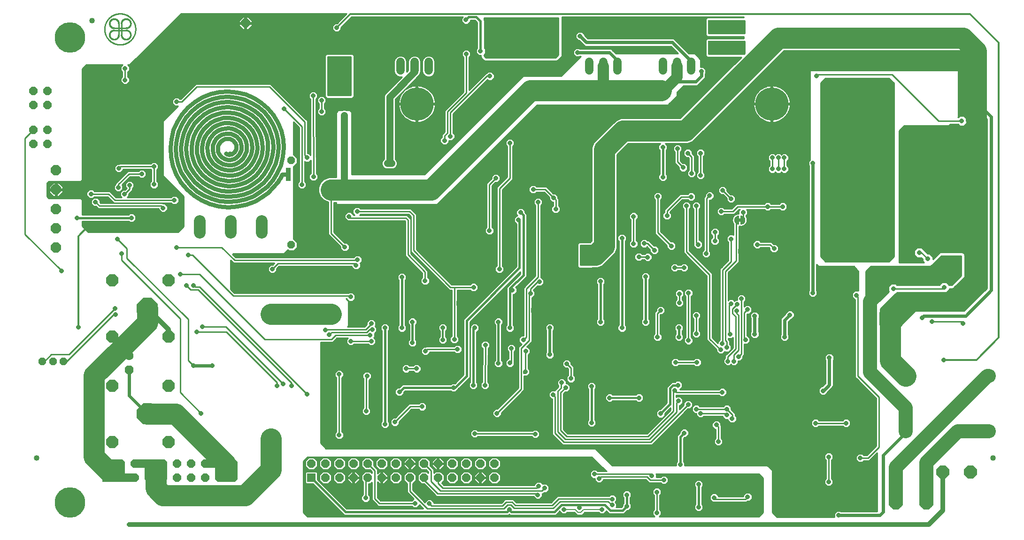
<source format=gbl>
G75*
%MOIN*%
%OFA0B0*%
%FSLAX25Y25*%
%IPPOS*%
%LPD*%
%AMOC8*
5,1,8,0,0,1.08239X$1,22.5*
%
%ADD10C,0.06000*%
%ADD11OC8,0.07087*%
%ADD12OC8,0.08600*%
%ADD13OC8,0.15000*%
%ADD14C,0.01000*%
%ADD15C,0.00100*%
%ADD16OC8,0.05906*%
%ADD17C,0.08250*%
%ADD18OC8,0.05315*%
%ADD19OC8,0.05400*%
%ADD20OC8,0.10000*%
%ADD21R,0.05906X0.05906*%
%ADD22OC8,0.09693*%
%ADD23C,0.04000*%
%ADD24OC8,0.06300*%
%ADD25C,0.06300*%
%ADD26OC8,0.09055*%
%ADD27C,0.00404*%
%ADD28C,0.10000*%
%ADD29OC8,0.06496*%
%ADD30C,0.23622*%
%ADD31C,0.00400*%
%ADD32C,0.03200*%
%ADD33OC8,0.03175*%
%ADD34C,0.01600*%
%ADD35C,0.02000*%
%ADD36C,0.01200*%
%ADD37R,0.03175X0.03175*%
%ADD38C,0.15000*%
%ADD39C,0.08000*%
%ADD40C,0.05000*%
%ADD41C,0.02400*%
%ADD42C,0.03150*%
%ADD43C,0.03175*%
%ADD44C,0.00800*%
%ADD45C,0.21654*%
%ADD46C,0.10000*%
D10*
X0170042Y0115075D02*
X0180042Y0115075D01*
X0180042Y0125075D01*
X0170042Y0125075D01*
X0180042Y0115075D02*
X0190042Y0115075D01*
X0200042Y0115075D02*
X0200042Y0125075D01*
X0210042Y0125075D01*
X0210042Y0115075D01*
X0200042Y0125075D02*
X0190042Y0125075D01*
X0240042Y0125075D02*
X0250042Y0125075D01*
X0250042Y0115075D01*
X0260042Y0115075D01*
X0260042Y0125075D01*
X0378593Y0404662D02*
X0378593Y0410662D01*
X0388593Y0410662D02*
X0388593Y0404662D01*
X0398593Y0404662D02*
X0398593Y0410662D01*
X0512593Y0410662D02*
X0512593Y0404662D01*
X0522593Y0404662D02*
X0522593Y0410662D01*
X0532593Y0410662D02*
X0532593Y0404662D01*
X0565093Y0404662D02*
X0565093Y0410662D01*
X0575093Y0410662D02*
X0575093Y0404662D01*
X0585093Y0404662D02*
X0585093Y0410662D01*
D11*
X0134058Y0333736D03*
X0134058Y0319957D03*
X0134058Y0306177D03*
X0134058Y0292398D03*
X0134058Y0278618D03*
D12*
X0173979Y0255508D03*
X0213979Y0255508D03*
X0213979Y0215508D03*
X0173979Y0215508D03*
X0173979Y0180508D03*
X0213979Y0180508D03*
X0213979Y0140508D03*
X0173979Y0140508D03*
D13*
X0199018Y0160508D03*
X0199018Y0235508D03*
D14*
X0176093Y0235362D02*
X0143343Y0202612D01*
X0130593Y0202612D01*
X0125890Y0197909D01*
X0124373Y0197909D01*
X0139373Y0197909D02*
X0141640Y0197909D01*
X0174843Y0231112D01*
X0176343Y0231112D01*
X0180593Y0269862D02*
X0222343Y0228112D01*
X0222343Y0175612D01*
X0237093Y0160862D01*
X0240093Y0194612D02*
X0239843Y0194862D01*
X0231593Y0194612D02*
X0227843Y0198362D01*
X0227843Y0227612D01*
X0184343Y0271112D01*
X0184343Y0278112D01*
X0177593Y0284862D01*
X0180593Y0274362D02*
X0180593Y0269862D01*
X0156843Y0289862D02*
X0152593Y0294112D01*
X0152593Y0297562D01*
X0185527Y0297562D01*
X0186314Y0296775D01*
X0188872Y0296775D01*
X0190681Y0298583D01*
X0190681Y0301141D01*
X0188872Y0302950D01*
X0186314Y0302950D01*
X0185527Y0302162D01*
X0152593Y0302162D01*
X0152593Y0312862D01*
X0151593Y0313862D01*
X0128843Y0313862D01*
X0127593Y0315112D01*
X0127593Y0324612D01*
X0128843Y0325862D01*
X0151593Y0325862D01*
X0152593Y0326862D01*
X0152593Y0405612D01*
X0155593Y0408612D01*
X0181237Y0408612D01*
X0180016Y0407391D01*
X0180016Y0404833D01*
X0181103Y0403746D01*
X0181103Y0400228D01*
X0180016Y0399141D01*
X0180016Y0396583D01*
X0181824Y0394775D01*
X0184382Y0394775D01*
X0186190Y0396583D01*
X0186190Y0399141D01*
X0185103Y0400228D01*
X0185103Y0403746D01*
X0186190Y0404833D01*
X0186190Y0407391D01*
X0184969Y0408612D01*
X0186343Y0408612D01*
X0222912Y0445181D01*
X0340442Y0445181D01*
X0333461Y0438200D01*
X0332064Y0438200D01*
X0330256Y0436391D01*
X0330256Y0433833D01*
X0332064Y0432025D01*
X0334622Y0432025D01*
X0336431Y0433833D01*
X0336431Y0435230D01*
X0343963Y0442762D01*
X0422877Y0442762D01*
X0422006Y0441891D01*
X0422006Y0439333D01*
X0423814Y0437525D01*
X0426372Y0437525D01*
X0428181Y0439333D01*
X0428181Y0440312D01*
X0431390Y0440312D01*
X0433043Y0438660D01*
X0433043Y0420428D01*
X0432256Y0419641D01*
X0432256Y0417083D01*
X0434064Y0415275D01*
X0435493Y0415275D01*
X0435493Y0414595D01*
X0435889Y0413639D01*
X0436620Y0412908D01*
X0437870Y0411658D01*
X0438826Y0411262D01*
X0489110Y0411262D01*
X0490066Y0411658D01*
X0490797Y0412389D01*
X0492797Y0414389D01*
X0493193Y0415345D01*
X0493193Y0442762D01*
X0622343Y0442762D01*
X0622343Y0442312D01*
X0596432Y0442312D01*
X0595143Y0441023D01*
X0595143Y0430201D01*
X0596432Y0428912D01*
X0622343Y0428912D01*
X0622343Y0427562D01*
X0596432Y0427562D01*
X0595143Y0426273D01*
X0595143Y0415451D01*
X0596432Y0414162D01*
X0620665Y0414162D01*
X0577115Y0370612D01*
X0534803Y0370612D01*
X0531495Y0369242D01*
X0515713Y0353460D01*
X0514343Y0350152D01*
X0514343Y0283590D01*
X0513315Y0282562D01*
X0505432Y0282562D01*
X0504143Y0281273D01*
X0504143Y0265451D01*
X0505432Y0264162D01*
X0514504Y0264162D01*
X0514704Y0264362D01*
X0518633Y0264362D01*
X0521941Y0265732D01*
X0524473Y0268264D01*
X0524473Y0268264D01*
X0528441Y0272232D01*
X0530973Y0274764D01*
X0532343Y0278072D01*
X0532343Y0344634D01*
X0540321Y0352612D01*
X0562977Y0352612D01*
X0561756Y0351391D01*
X0561756Y0348833D01*
X0562543Y0348046D01*
X0562543Y0330928D01*
X0561756Y0330141D01*
X0561756Y0327583D01*
X0563564Y0325775D01*
X0566122Y0325775D01*
X0567931Y0327583D01*
X0567931Y0330141D01*
X0567143Y0330928D01*
X0567143Y0348046D01*
X0567931Y0348833D01*
X0567931Y0351391D01*
X0566709Y0352612D01*
X0582633Y0352612D01*
X0585941Y0353982D01*
X0650821Y0418862D01*
X0669343Y0418862D01*
X0669343Y0340978D01*
X0668256Y0339891D01*
X0668256Y0337333D01*
X0668643Y0336946D01*
X0668643Y0248028D01*
X0668256Y0247641D01*
X0668256Y0245083D01*
X0670064Y0243275D01*
X0672622Y0243275D01*
X0674431Y0245083D01*
X0674431Y0247641D01*
X0674043Y0248028D01*
X0674043Y0266662D01*
X0675343Y0265362D01*
X0700593Y0265362D01*
X0703593Y0261862D01*
X0703593Y0247950D01*
X0701064Y0247950D01*
X0699256Y0246141D01*
X0699256Y0243583D01*
X0701064Y0241775D01*
X0701343Y0241775D01*
X0701343Y0186534D01*
X0702515Y0185362D01*
X0716343Y0171534D01*
X0716343Y0137691D01*
X0709765Y0131112D01*
X0707459Y0131112D01*
X0706372Y0132200D01*
X0703814Y0132200D01*
X0702006Y0130391D01*
X0702006Y0127833D01*
X0703814Y0126025D01*
X0706372Y0126025D01*
X0707459Y0127112D01*
X0711422Y0127112D01*
X0717093Y0132784D01*
X0717093Y0091062D01*
X0691259Y0091062D01*
X0690872Y0091450D01*
X0688314Y0091450D01*
X0686506Y0089641D01*
X0686506Y0087112D01*
X0645843Y0087112D01*
X0642593Y0090362D01*
X0642593Y0120362D01*
X0639093Y0123862D01*
X0580431Y0123862D01*
X0580431Y0125641D01*
X0579643Y0126428D01*
X0579643Y0143160D01*
X0580258Y0143775D01*
X0581372Y0143775D01*
X0583181Y0145583D01*
X0583181Y0148141D01*
X0581372Y0149950D01*
X0578814Y0149950D01*
X0577006Y0148141D01*
X0577006Y0147027D01*
X0575043Y0145065D01*
X0575043Y0126428D01*
X0574256Y0125641D01*
X0574256Y0123862D01*
X0528843Y0123862D01*
X0516843Y0135862D01*
X0325593Y0135862D01*
X0321843Y0139612D01*
X0321843Y0211362D01*
X0330422Y0211362D01*
X0331593Y0212534D01*
X0333422Y0214362D01*
X0341227Y0214362D01*
X0340256Y0213391D01*
X0340256Y0210833D01*
X0342064Y0209025D01*
X0344622Y0209025D01*
X0345709Y0210112D01*
X0355477Y0210112D01*
X0356564Y0209025D01*
X0359122Y0209025D01*
X0360931Y0210833D01*
X0360931Y0213391D01*
X0359709Y0214612D01*
X0360181Y0215083D01*
X0360181Y0217583D01*
X0361681Y0219083D01*
X0361681Y0221641D01*
X0360459Y0222862D01*
X0360931Y0223333D01*
X0360931Y0225891D01*
X0359122Y0227700D01*
X0356564Y0227700D01*
X0354756Y0225891D01*
X0354756Y0224103D01*
X0353015Y0222362D01*
X0340843Y0222362D01*
X0341593Y0223112D01*
X0341593Y0240862D01*
X0340093Y0242362D01*
X0340256Y0242362D01*
X0340256Y0242333D01*
X0342064Y0240525D01*
X0344622Y0240525D01*
X0346431Y0242333D01*
X0346431Y0244891D01*
X0344622Y0246700D01*
X0342064Y0246700D01*
X0341727Y0246362D01*
X0260672Y0246362D01*
X0257843Y0249191D01*
X0257843Y0269784D01*
X0260015Y0267612D01*
X0289034Y0267612D01*
X0287872Y0266450D01*
X0286334Y0266450D01*
X0284525Y0264641D01*
X0284525Y0262083D01*
X0286334Y0260275D01*
X0288892Y0260275D01*
X0290700Y0262083D01*
X0290700Y0263621D01*
X0292441Y0265362D01*
X0344006Y0265362D01*
X0344006Y0264833D01*
X0345814Y0263025D01*
X0348372Y0263025D01*
X0350181Y0264833D01*
X0350181Y0267391D01*
X0349959Y0267612D01*
X0351181Y0268833D01*
X0351181Y0271391D01*
X0349372Y0273200D01*
X0346814Y0273200D01*
X0345227Y0271612D01*
X0261672Y0271612D01*
X0259382Y0273901D01*
X0259843Y0274362D01*
X0296093Y0274362D01*
X0298748Y0277017D01*
X0299353Y0276412D01*
X0302833Y0276412D01*
X0305293Y0278873D01*
X0305293Y0282352D01*
X0302833Y0284812D01*
X0302593Y0284812D01*
X0302593Y0336412D01*
X0302833Y0336412D01*
X0305293Y0338873D01*
X0305293Y0342352D01*
X0302833Y0344812D01*
X0302593Y0344812D01*
X0302593Y0368034D01*
X0306593Y0364034D01*
X0306593Y0325728D01*
X0305506Y0324641D01*
X0305506Y0322083D01*
X0307314Y0320275D01*
X0309872Y0320275D01*
X0311681Y0322083D01*
X0311681Y0324641D01*
X0310593Y0325728D01*
X0310593Y0339996D01*
X0311064Y0339525D01*
X0313622Y0339525D01*
X0314793Y0340696D01*
X0314833Y0331468D01*
X0313756Y0330391D01*
X0313756Y0327833D01*
X0315564Y0326025D01*
X0318122Y0326025D01*
X0319931Y0327833D01*
X0319931Y0330391D01*
X0318833Y0331489D01*
X0318603Y0384256D01*
X0319681Y0385333D01*
X0319681Y0387891D01*
X0317872Y0389700D01*
X0315314Y0389700D01*
X0313506Y0387891D01*
X0313506Y0385333D01*
X0314603Y0384236D01*
X0314776Y0344546D01*
X0313622Y0345700D01*
X0312593Y0345700D01*
X0312593Y0368941D01*
X0311422Y0370112D01*
X0311422Y0370112D01*
X0286422Y0395112D01*
X0233265Y0395112D01*
X0222515Y0384362D01*
X0221959Y0384362D01*
X0220872Y0385450D01*
X0218314Y0385450D01*
X0216506Y0383641D01*
X0216506Y0381083D01*
X0218314Y0379275D01*
X0220506Y0379275D01*
X0210093Y0368862D01*
X0210093Y0329612D01*
X0224593Y0315112D01*
X0224593Y0293862D01*
X0220593Y0289862D01*
X0156843Y0289862D01*
X0156163Y0290542D02*
X0221273Y0290542D01*
X0222272Y0291541D02*
X0155165Y0291541D01*
X0154166Y0292539D02*
X0223270Y0292539D01*
X0224269Y0293538D02*
X0153168Y0293538D01*
X0152593Y0294536D02*
X0224593Y0294536D01*
X0224593Y0295535D02*
X0152593Y0295535D01*
X0152593Y0296533D02*
X0224593Y0296533D01*
X0224593Y0297532D02*
X0189629Y0297532D01*
X0190627Y0298530D02*
X0224593Y0298530D01*
X0224593Y0299529D02*
X0190681Y0299529D01*
X0190681Y0300527D02*
X0224593Y0300527D01*
X0224593Y0301526D02*
X0190296Y0301526D01*
X0189297Y0302524D02*
X0224593Y0302524D01*
X0224593Y0303523D02*
X0152593Y0303523D01*
X0152593Y0304521D02*
X0208068Y0304521D01*
X0208814Y0303775D02*
X0211372Y0303775D01*
X0213181Y0305583D01*
X0213181Y0308141D01*
X0211372Y0309950D01*
X0209834Y0309950D01*
X0209422Y0310362D01*
X0165672Y0310362D01*
X0165181Y0310853D01*
X0165181Y0312391D01*
X0163372Y0314200D01*
X0160814Y0314200D01*
X0159006Y0312391D01*
X0159006Y0309833D01*
X0160814Y0308025D01*
X0162352Y0308025D01*
X0164015Y0306362D01*
X0207006Y0306362D01*
X0207006Y0305583D01*
X0208814Y0303775D01*
X0207069Y0305520D02*
X0152593Y0305520D01*
X0152593Y0306518D02*
X0163859Y0306518D01*
X0162860Y0307517D02*
X0152593Y0307517D01*
X0152593Y0308515D02*
X0160324Y0308515D01*
X0159325Y0309514D02*
X0152593Y0309514D01*
X0152593Y0310512D02*
X0159006Y0310512D01*
X0159006Y0311511D02*
X0152593Y0311511D01*
X0152593Y0312509D02*
X0159124Y0312509D01*
X0160123Y0313508D02*
X0151947Y0313508D01*
X0155756Y0315583D02*
X0157564Y0313775D01*
X0160122Y0313775D01*
X0161209Y0314862D01*
X0170515Y0314862D01*
X0173843Y0311534D01*
X0175015Y0310362D01*
X0215727Y0310362D01*
X0216814Y0309275D01*
X0219372Y0309275D01*
X0221181Y0311083D01*
X0221181Y0313641D01*
X0219372Y0315450D01*
X0216814Y0315450D01*
X0215727Y0314362D01*
X0184709Y0314362D01*
X0185681Y0315333D01*
X0185681Y0316871D01*
X0188343Y0319534D01*
X0188343Y0320746D01*
X0189431Y0321833D01*
X0189431Y0324391D01*
X0187622Y0326200D01*
X0185064Y0326200D01*
X0183256Y0324391D01*
X0183256Y0321833D01*
X0184121Y0320968D01*
X0182852Y0319700D01*
X0181314Y0319700D01*
X0179506Y0317891D01*
X0179506Y0315333D01*
X0180477Y0314362D01*
X0176672Y0314362D01*
X0172172Y0318862D01*
X0161209Y0318862D01*
X0160122Y0319950D01*
X0157564Y0319950D01*
X0155756Y0318141D01*
X0155756Y0315583D01*
X0155834Y0315505D02*
X0136455Y0315505D01*
X0136064Y0315113D02*
X0138901Y0317951D01*
X0138901Y0319457D01*
X0134558Y0319457D01*
X0134558Y0320457D01*
X0133558Y0320457D01*
X0133558Y0324800D01*
X0132052Y0324800D01*
X0129214Y0321963D01*
X0129214Y0320457D01*
X0133558Y0320457D01*
X0133558Y0319457D01*
X0129214Y0319457D01*
X0129214Y0317951D01*
X0132052Y0315113D01*
X0133558Y0315113D01*
X0133558Y0319457D01*
X0134558Y0319457D01*
X0134558Y0315113D01*
X0136064Y0315113D01*
X0134558Y0315505D02*
X0133558Y0315505D01*
X0133558Y0316503D02*
X0134558Y0316503D01*
X0134558Y0317502D02*
X0133558Y0317502D01*
X0133558Y0318500D02*
X0134558Y0318500D01*
X0134558Y0319499D02*
X0157114Y0319499D01*
X0156115Y0318500D02*
X0138901Y0318500D01*
X0138452Y0317502D02*
X0155756Y0317502D01*
X0155756Y0316503D02*
X0137454Y0316503D01*
X0138901Y0320457D02*
X0138901Y0321963D01*
X0136064Y0324800D01*
X0134558Y0324800D01*
X0134558Y0320457D01*
X0138901Y0320457D01*
X0138901Y0320497D02*
X0175256Y0320497D01*
X0175256Y0320083D02*
X0177064Y0318275D01*
X0179622Y0318275D01*
X0181431Y0320083D01*
X0181431Y0322641D01*
X0180815Y0323256D01*
X0186672Y0329112D01*
X0192477Y0329112D01*
X0193564Y0328025D01*
X0196122Y0328025D01*
X0197931Y0329833D01*
X0197931Y0332391D01*
X0196122Y0334200D01*
X0193564Y0334200D01*
X0192477Y0333112D01*
X0185015Y0333112D01*
X0177515Y0325612D01*
X0176343Y0324441D01*
X0176343Y0323728D01*
X0175256Y0322641D01*
X0175256Y0320083D01*
X0175840Y0319499D02*
X0160573Y0319499D01*
X0158843Y0316862D02*
X0171343Y0316862D01*
X0175843Y0312362D01*
X0218093Y0312362D01*
X0215871Y0314506D02*
X0184854Y0314506D01*
X0185681Y0315505D02*
X0224200Y0315505D01*
X0224593Y0314506D02*
X0220315Y0314506D01*
X0221181Y0313508D02*
X0224593Y0313508D01*
X0224593Y0312509D02*
X0221181Y0312509D01*
X0221181Y0311511D02*
X0224593Y0311511D01*
X0224593Y0310512D02*
X0220610Y0310512D01*
X0219611Y0309514D02*
X0224593Y0309514D01*
X0224593Y0308515D02*
X0212806Y0308515D01*
X0213181Y0307517D02*
X0224593Y0307517D01*
X0224593Y0306518D02*
X0213181Y0306518D01*
X0213117Y0305520D02*
X0224593Y0305520D01*
X0224593Y0304521D02*
X0212118Y0304521D01*
X0210093Y0306862D02*
X0208593Y0308362D01*
X0164843Y0308362D01*
X0162093Y0311112D01*
X0164064Y0313508D02*
X0171869Y0313508D01*
X0170871Y0314506D02*
X0160854Y0314506D01*
X0156833Y0314506D02*
X0128199Y0314506D01*
X0127593Y0315505D02*
X0131660Y0315505D01*
X0130662Y0316503D02*
X0127593Y0316503D01*
X0127593Y0317502D02*
X0129663Y0317502D01*
X0129214Y0318500D02*
X0127593Y0318500D01*
X0127593Y0319499D02*
X0133558Y0319499D01*
X0133558Y0320497D02*
X0134558Y0320497D01*
X0134558Y0321496D02*
X0133558Y0321496D01*
X0133558Y0322495D02*
X0134558Y0322495D01*
X0134558Y0323493D02*
X0133558Y0323493D01*
X0133558Y0324492D02*
X0134558Y0324492D01*
X0136372Y0324492D02*
X0176394Y0324492D01*
X0176108Y0323493D02*
X0137371Y0323493D01*
X0138369Y0322495D02*
X0175256Y0322495D01*
X0175256Y0321496D02*
X0138901Y0321496D01*
X0131743Y0324492D02*
X0127593Y0324492D01*
X0127593Y0323493D02*
X0130745Y0323493D01*
X0129746Y0322495D02*
X0127593Y0322495D01*
X0127593Y0321496D02*
X0129214Y0321496D01*
X0129214Y0320497D02*
X0127593Y0320497D01*
X0128471Y0325490D02*
X0177393Y0325490D01*
X0178391Y0326489D02*
X0152220Y0326489D01*
X0152593Y0327487D02*
X0179390Y0327487D01*
X0180388Y0328486D02*
X0152593Y0328486D01*
X0152593Y0329484D02*
X0181387Y0329484D01*
X0182385Y0330483D02*
X0152593Y0330483D01*
X0152593Y0331481D02*
X0183384Y0331481D01*
X0184382Y0332480D02*
X0180337Y0332480D01*
X0179882Y0332025D02*
X0181690Y0333833D01*
X0181690Y0334362D01*
X0201227Y0334362D01*
X0201593Y0333996D01*
X0201593Y0325978D01*
X0200506Y0324891D01*
X0200506Y0322333D01*
X0202314Y0320525D01*
X0204872Y0320525D01*
X0206681Y0322333D01*
X0206681Y0324891D01*
X0205593Y0325978D01*
X0205593Y0333996D01*
X0206681Y0335083D01*
X0206681Y0337641D01*
X0204872Y0339450D01*
X0202314Y0339450D01*
X0201227Y0338362D01*
X0179025Y0338362D01*
X0178862Y0338200D01*
X0177324Y0338200D01*
X0175516Y0336391D01*
X0175516Y0333833D01*
X0177324Y0332025D01*
X0179882Y0332025D01*
X0181335Y0333478D02*
X0192843Y0333478D01*
X0194843Y0331112D02*
X0185843Y0331112D01*
X0178343Y0323612D01*
X0178343Y0321362D01*
X0181431Y0321496D02*
X0183593Y0321496D01*
X0183650Y0320497D02*
X0181431Y0320497D01*
X0181114Y0319499D02*
X0180846Y0319499D01*
X0180115Y0318500D02*
X0179848Y0318500D01*
X0179506Y0317502D02*
X0173532Y0317502D01*
X0174530Y0316503D02*
X0179506Y0316503D01*
X0179506Y0315505D02*
X0175529Y0315505D01*
X0176527Y0314506D02*
X0180333Y0314506D01*
X0182593Y0316612D02*
X0186343Y0320362D01*
X0186343Y0323112D01*
X0184355Y0325490D02*
X0183049Y0325490D01*
X0183356Y0324492D02*
X0182051Y0324492D01*
X0181052Y0323493D02*
X0183256Y0323493D01*
X0183256Y0322495D02*
X0181431Y0322495D01*
X0184048Y0326489D02*
X0201593Y0326489D01*
X0201593Y0327487D02*
X0185046Y0327487D01*
X0186045Y0328486D02*
X0193104Y0328486D01*
X0196583Y0328486D02*
X0201593Y0328486D01*
X0201593Y0329484D02*
X0197581Y0329484D01*
X0197931Y0330483D02*
X0201593Y0330483D01*
X0201593Y0331481D02*
X0197931Y0331481D01*
X0197842Y0332480D02*
X0201593Y0332480D01*
X0201593Y0333478D02*
X0196843Y0333478D01*
X0201335Y0338471D02*
X0152593Y0338471D01*
X0152593Y0339469D02*
X0210093Y0339469D01*
X0210093Y0338471D02*
X0205851Y0338471D01*
X0206681Y0337472D02*
X0210093Y0337472D01*
X0210093Y0336474D02*
X0206681Y0336474D01*
X0206681Y0335475D02*
X0210093Y0335475D01*
X0210093Y0334477D02*
X0206074Y0334477D01*
X0205593Y0333478D02*
X0210093Y0333478D01*
X0210093Y0332480D02*
X0205593Y0332480D01*
X0205593Y0331481D02*
X0210093Y0331481D01*
X0210093Y0330483D02*
X0205593Y0330483D01*
X0205593Y0329484D02*
X0210221Y0329484D01*
X0211220Y0328486D02*
X0205593Y0328486D01*
X0205593Y0327487D02*
X0212218Y0327487D01*
X0213217Y0326489D02*
X0205593Y0326489D01*
X0206082Y0325490D02*
X0214215Y0325490D01*
X0215214Y0324492D02*
X0206681Y0324492D01*
X0206681Y0323493D02*
X0216212Y0323493D01*
X0217211Y0322495D02*
X0206681Y0322495D01*
X0205843Y0321496D02*
X0218209Y0321496D01*
X0219208Y0320497D02*
X0188343Y0320497D01*
X0188308Y0319499D02*
X0220206Y0319499D01*
X0221205Y0318500D02*
X0187310Y0318500D01*
X0186311Y0317502D02*
X0222203Y0317502D01*
X0223202Y0316503D02*
X0185681Y0316503D01*
X0189093Y0321496D02*
X0201343Y0321496D01*
X0200506Y0322495D02*
X0189431Y0322495D01*
X0189431Y0323493D02*
X0200506Y0323493D01*
X0200506Y0324492D02*
X0189330Y0324492D01*
X0188332Y0325490D02*
X0201105Y0325490D01*
X0203593Y0323612D02*
X0203593Y0336362D01*
X0179853Y0336362D01*
X0178603Y0335112D01*
X0176597Y0337472D02*
X0152593Y0337472D01*
X0152593Y0336474D02*
X0175598Y0336474D01*
X0175516Y0335475D02*
X0152593Y0335475D01*
X0152593Y0334477D02*
X0175516Y0334477D01*
X0175871Y0333478D02*
X0152593Y0333478D01*
X0152593Y0332480D02*
X0176869Y0332480D01*
X0176839Y0318500D02*
X0172533Y0318500D01*
X0172868Y0312509D02*
X0165062Y0312509D01*
X0165181Y0311511D02*
X0173866Y0311511D01*
X0174865Y0310512D02*
X0165521Y0310512D01*
X0152593Y0302524D02*
X0185889Y0302524D01*
X0185557Y0297532D02*
X0152593Y0297532D01*
X0137843Y0262362D02*
X0112093Y0288112D01*
X0112093Y0356417D01*
X0118034Y0362358D01*
X0152593Y0362435D02*
X0210093Y0362435D01*
X0210093Y0363433D02*
X0152593Y0363433D01*
X0152593Y0364432D02*
X0210093Y0364432D01*
X0210093Y0365430D02*
X0152593Y0365430D01*
X0152593Y0366429D02*
X0210093Y0366429D01*
X0210093Y0367428D02*
X0152593Y0367428D01*
X0152593Y0368426D02*
X0210093Y0368426D01*
X0210655Y0369425D02*
X0152593Y0369425D01*
X0152593Y0370423D02*
X0211654Y0370423D01*
X0212653Y0371422D02*
X0152593Y0371422D01*
X0152593Y0372420D02*
X0213651Y0372420D01*
X0214650Y0373419D02*
X0152593Y0373419D01*
X0152593Y0374417D02*
X0215648Y0374417D01*
X0216647Y0375416D02*
X0152593Y0375416D01*
X0152593Y0376414D02*
X0217645Y0376414D01*
X0218644Y0377413D02*
X0152593Y0377413D01*
X0152593Y0378411D02*
X0219642Y0378411D01*
X0218179Y0379410D02*
X0152593Y0379410D01*
X0152593Y0380408D02*
X0217181Y0380408D01*
X0216506Y0381407D02*
X0152593Y0381407D01*
X0152593Y0382405D02*
X0216506Y0382405D01*
X0216506Y0383404D02*
X0152593Y0383404D01*
X0152593Y0384402D02*
X0217267Y0384402D01*
X0218265Y0385401D02*
X0152593Y0385401D01*
X0152593Y0386399D02*
X0224552Y0386399D01*
X0225550Y0387398D02*
X0152593Y0387398D01*
X0152593Y0388396D02*
X0226549Y0388396D01*
X0227547Y0389395D02*
X0152593Y0389395D01*
X0152593Y0390393D02*
X0228546Y0390393D01*
X0229544Y0391392D02*
X0152593Y0391392D01*
X0152593Y0392390D02*
X0230543Y0392390D01*
X0231541Y0393389D02*
X0152593Y0393389D01*
X0152593Y0394387D02*
X0232540Y0394387D01*
X0234093Y0393112D02*
X0285593Y0393112D01*
X0310593Y0368112D01*
X0310593Y0344362D01*
X0312343Y0342612D01*
X0314565Y0340468D02*
X0314794Y0340468D01*
X0314798Y0339469D02*
X0310593Y0339469D01*
X0310593Y0338471D02*
X0314802Y0338471D01*
X0314807Y0337472D02*
X0310593Y0337472D01*
X0310593Y0336474D02*
X0314811Y0336474D01*
X0314815Y0335475D02*
X0310593Y0335475D01*
X0310593Y0334477D02*
X0314820Y0334477D01*
X0314824Y0333478D02*
X0310593Y0333478D01*
X0310593Y0332480D02*
X0314829Y0332480D01*
X0314833Y0331481D02*
X0310593Y0331481D01*
X0310593Y0330483D02*
X0313847Y0330483D01*
X0313756Y0329484D02*
X0310593Y0329484D01*
X0310593Y0328486D02*
X0313756Y0328486D01*
X0314102Y0327487D02*
X0310593Y0327487D01*
X0310593Y0326489D02*
X0315101Y0326489D01*
X0316843Y0329112D02*
X0316593Y0386612D01*
X0314437Y0384402D02*
X0297132Y0384402D01*
X0298130Y0383404D02*
X0314607Y0383404D01*
X0314611Y0382405D02*
X0299129Y0382405D01*
X0300127Y0381407D02*
X0314616Y0381407D01*
X0314620Y0380408D02*
X0301126Y0380408D01*
X0302124Y0379410D02*
X0314624Y0379410D01*
X0314629Y0378411D02*
X0303123Y0378411D01*
X0304121Y0377413D02*
X0314633Y0377413D01*
X0314638Y0376414D02*
X0305120Y0376414D01*
X0306118Y0375416D02*
X0314642Y0375416D01*
X0314646Y0374417D02*
X0307117Y0374417D01*
X0308115Y0373419D02*
X0314651Y0373419D01*
X0314655Y0372420D02*
X0309114Y0372420D01*
X0310112Y0371422D02*
X0314659Y0371422D01*
X0314664Y0370423D02*
X0311111Y0370423D01*
X0312109Y0369425D02*
X0314668Y0369425D01*
X0314672Y0368426D02*
X0312593Y0368426D01*
X0312593Y0367428D02*
X0314677Y0367428D01*
X0314681Y0366429D02*
X0312593Y0366429D01*
X0312593Y0365430D02*
X0314685Y0365430D01*
X0314690Y0364432D02*
X0312593Y0364432D01*
X0312593Y0363433D02*
X0314694Y0363433D01*
X0314698Y0362435D02*
X0312593Y0362435D01*
X0312593Y0361436D02*
X0314703Y0361436D01*
X0314707Y0360438D02*
X0312593Y0360438D01*
X0312593Y0359439D02*
X0314711Y0359439D01*
X0314716Y0358441D02*
X0312593Y0358441D01*
X0312593Y0357442D02*
X0314720Y0357442D01*
X0314724Y0356444D02*
X0312593Y0356444D01*
X0312593Y0355445D02*
X0314729Y0355445D01*
X0314733Y0354447D02*
X0312593Y0354447D01*
X0312593Y0353448D02*
X0314737Y0353448D01*
X0314742Y0352450D02*
X0312593Y0352450D01*
X0312593Y0351451D02*
X0314746Y0351451D01*
X0314750Y0350453D02*
X0312593Y0350453D01*
X0312593Y0349454D02*
X0314755Y0349454D01*
X0314759Y0348456D02*
X0312593Y0348456D01*
X0312593Y0347457D02*
X0314763Y0347457D01*
X0314768Y0346459D02*
X0312593Y0346459D01*
X0313861Y0345460D02*
X0314772Y0345460D01*
X0318772Y0345460D02*
X0332843Y0345460D01*
X0332843Y0344462D02*
X0318776Y0344462D01*
X0318781Y0343463D02*
X0332843Y0343463D01*
X0332843Y0342465D02*
X0318785Y0342465D01*
X0318789Y0341466D02*
X0332843Y0341466D01*
X0332843Y0340468D02*
X0318794Y0340468D01*
X0318798Y0339469D02*
X0332843Y0339469D01*
X0332843Y0338471D02*
X0318802Y0338471D01*
X0318807Y0337472D02*
X0332843Y0337472D01*
X0332843Y0336474D02*
X0318811Y0336474D01*
X0318816Y0335475D02*
X0332843Y0335475D01*
X0332843Y0334477D02*
X0318820Y0334477D01*
X0318824Y0333478D02*
X0332843Y0333478D01*
X0332843Y0332480D02*
X0318829Y0332480D01*
X0318840Y0331481D02*
X0332843Y0331481D01*
X0332843Y0330483D02*
X0319839Y0330483D01*
X0319931Y0329484D02*
X0332843Y0329484D01*
X0332843Y0328904D02*
X0327553Y0328904D01*
X0324245Y0327533D01*
X0321713Y0325002D01*
X0320343Y0321694D01*
X0320343Y0318113D01*
X0321713Y0314805D01*
X0324245Y0312274D01*
X0327343Y0310990D01*
X0327343Y0288034D01*
X0336006Y0279371D01*
X0336006Y0277833D01*
X0337814Y0276025D01*
X0340372Y0276025D01*
X0342181Y0277833D01*
X0342181Y0280391D01*
X0340372Y0282200D01*
X0338834Y0282200D01*
X0331343Y0289691D01*
X0331343Y0310904D01*
X0332843Y0310904D01*
X0332843Y0309948D01*
X0333429Y0309362D01*
X0404757Y0309362D01*
X0405343Y0309948D01*
X0475507Y0380112D01*
X0568507Y0380112D01*
X0569093Y0380698D01*
X0574843Y0386448D01*
X0574843Y0389198D01*
X0579557Y0393912D01*
X0588880Y0393912D01*
X0589873Y0394323D01*
X0590632Y0395083D01*
X0594632Y0399083D01*
X0595043Y0400075D01*
X0595043Y0402446D01*
X0595431Y0402833D01*
X0595431Y0405391D01*
X0593622Y0407200D01*
X0591593Y0407200D01*
X0591593Y0412526D01*
X0591007Y0413112D01*
X0587507Y0416612D01*
X0583412Y0416612D01*
X0573882Y0426142D01*
X0573123Y0426901D01*
X0572130Y0427312D01*
X0511712Y0427312D01*
X0509181Y0429843D01*
X0509181Y0430391D01*
X0507372Y0432200D01*
X0504814Y0432200D01*
X0503006Y0430391D01*
X0503006Y0427833D01*
X0504814Y0426025D01*
X0505362Y0426025D01*
X0509064Y0422323D01*
X0510056Y0421912D01*
X0570475Y0421912D01*
X0575775Y0416612D01*
X0531662Y0416612D01*
X0529382Y0418892D01*
X0528623Y0419651D01*
X0527630Y0420062D01*
X0506009Y0420062D01*
X0505622Y0420450D01*
X0503064Y0420450D01*
X0501256Y0418641D01*
X0501256Y0416083D01*
X0503064Y0414275D01*
X0505622Y0414275D01*
X0506009Y0414662D01*
X0506479Y0414662D01*
X0492679Y0400862D01*
X0465929Y0400862D01*
X0465343Y0400276D01*
X0395679Y0330612D01*
X0344093Y0330612D01*
X0344093Y0374776D01*
X0343507Y0375362D01*
X0342507Y0376362D01*
X0339992Y0376362D01*
X0339389Y0376612D01*
X0337798Y0376612D01*
X0337194Y0376362D01*
X0334429Y0376362D01*
X0333843Y0375776D01*
X0332843Y0374776D01*
X0332843Y0328904D01*
X0326544Y0328486D02*
X0319931Y0328486D01*
X0319584Y0327487D02*
X0324199Y0327487D01*
X0323200Y0326489D02*
X0318586Y0326489D01*
X0321502Y0324492D02*
X0311681Y0324492D01*
X0311681Y0323493D02*
X0321088Y0323493D01*
X0320675Y0322495D02*
X0311681Y0322495D01*
X0311093Y0321496D02*
X0320343Y0321496D01*
X0320343Y0320497D02*
X0310095Y0320497D01*
X0307092Y0320497D02*
X0302593Y0320497D01*
X0302593Y0319499D02*
X0320343Y0319499D01*
X0320343Y0318500D02*
X0302593Y0318500D01*
X0302593Y0317502D02*
X0320596Y0317502D01*
X0321010Y0316503D02*
X0302593Y0316503D01*
X0302593Y0315505D02*
X0321424Y0315505D01*
X0322012Y0314506D02*
X0302593Y0314506D01*
X0302593Y0313508D02*
X0323011Y0313508D01*
X0324009Y0312509D02*
X0302593Y0312509D01*
X0302593Y0311511D02*
X0326087Y0311511D01*
X0327343Y0310512D02*
X0302593Y0310512D01*
X0302593Y0309514D02*
X0327343Y0309514D01*
X0327343Y0308515D02*
X0302593Y0308515D01*
X0302593Y0307517D02*
X0327343Y0307517D01*
X0327343Y0306518D02*
X0302593Y0306518D01*
X0302593Y0305520D02*
X0327343Y0305520D01*
X0327343Y0304521D02*
X0302593Y0304521D01*
X0302593Y0303523D02*
X0327343Y0303523D01*
X0327343Y0302524D02*
X0302593Y0302524D01*
X0302593Y0301526D02*
X0327343Y0301526D01*
X0327343Y0300527D02*
X0302593Y0300527D01*
X0302593Y0299529D02*
X0327343Y0299529D01*
X0327343Y0298530D02*
X0302593Y0298530D01*
X0302593Y0297532D02*
X0327343Y0297532D01*
X0327343Y0296533D02*
X0302593Y0296533D01*
X0302593Y0295535D02*
X0327343Y0295535D01*
X0327343Y0294536D02*
X0302593Y0294536D01*
X0302593Y0293538D02*
X0327343Y0293538D01*
X0327343Y0292539D02*
X0302593Y0292539D01*
X0302593Y0291541D02*
X0327343Y0291541D01*
X0327343Y0290542D02*
X0302593Y0290542D01*
X0302593Y0289544D02*
X0327343Y0289544D01*
X0327343Y0288545D02*
X0302593Y0288545D01*
X0302593Y0287547D02*
X0327830Y0287547D01*
X0328829Y0286548D02*
X0302593Y0286548D01*
X0302593Y0285550D02*
X0329827Y0285550D01*
X0330826Y0284551D02*
X0303094Y0284551D01*
X0304092Y0283553D02*
X0331824Y0283553D01*
X0332823Y0282554D02*
X0305091Y0282554D01*
X0305293Y0281556D02*
X0333821Y0281556D01*
X0334820Y0280557D02*
X0305293Y0280557D01*
X0305293Y0279559D02*
X0335818Y0279559D01*
X0336006Y0278560D02*
X0304981Y0278560D01*
X0303982Y0277561D02*
X0336278Y0277561D01*
X0337276Y0276563D02*
X0302984Y0276563D01*
X0299203Y0276563D02*
X0298294Y0276563D01*
X0297295Y0275564D02*
X0381843Y0275564D01*
X0381843Y0274566D02*
X0296297Y0274566D01*
X0291613Y0267362D02*
X0287613Y0263362D01*
X0285464Y0265579D02*
X0257843Y0265579D01*
X0257843Y0264581D02*
X0284525Y0264581D01*
X0284525Y0263582D02*
X0257843Y0263582D01*
X0257843Y0262584D02*
X0284525Y0262584D01*
X0285024Y0261585D02*
X0257843Y0261585D01*
X0257843Y0260587D02*
X0286022Y0260587D01*
X0289204Y0260587D02*
X0378202Y0260587D01*
X0378314Y0260700D02*
X0376506Y0258891D01*
X0376506Y0256333D01*
X0377293Y0255546D01*
X0377293Y0223678D01*
X0376506Y0222891D01*
X0376506Y0220333D01*
X0378314Y0218525D01*
X0380872Y0218525D01*
X0382681Y0220333D01*
X0382681Y0222891D01*
X0381893Y0223678D01*
X0381893Y0255546D01*
X0382681Y0256333D01*
X0382681Y0258891D01*
X0380872Y0260700D01*
X0378314Y0260700D01*
X0377203Y0259588D02*
X0257843Y0259588D01*
X0257843Y0258590D02*
X0376506Y0258590D01*
X0376506Y0257591D02*
X0257843Y0257591D01*
X0257843Y0256593D02*
X0376506Y0256593D01*
X0377245Y0255594D02*
X0257843Y0255594D01*
X0257843Y0254596D02*
X0377293Y0254596D01*
X0377293Y0253597D02*
X0257843Y0253597D01*
X0257843Y0252599D02*
X0377293Y0252599D01*
X0377293Y0251600D02*
X0257843Y0251600D01*
X0257843Y0250602D02*
X0377293Y0250602D01*
X0377293Y0249603D02*
X0257843Y0249603D01*
X0258429Y0248605D02*
X0377293Y0248605D01*
X0377293Y0247606D02*
X0259428Y0247606D01*
X0260426Y0246608D02*
X0341972Y0246608D01*
X0342593Y0244362D02*
X0259843Y0244362D01*
X0230843Y0273362D01*
X0228093Y0273362D01*
X0219593Y0278862D02*
X0251593Y0278862D01*
X0260843Y0269612D01*
X0347593Y0269612D01*
X0348093Y0270112D01*
X0346184Y0272569D02*
X0260715Y0272569D01*
X0259716Y0273567D02*
X0381843Y0273567D01*
X0381843Y0272784D02*
X0383015Y0271612D01*
X0394093Y0260534D01*
X0394093Y0257478D01*
X0393006Y0256391D01*
X0393006Y0253833D01*
X0394814Y0252025D01*
X0397372Y0252025D01*
X0399181Y0253833D01*
X0399181Y0256391D01*
X0398093Y0257478D01*
X0398093Y0262191D01*
X0385843Y0274441D01*
X0385843Y0299191D01*
X0384343Y0300691D01*
X0383172Y0301862D01*
X0349709Y0301862D01*
X0350209Y0302362D01*
X0384265Y0302362D01*
X0385843Y0300784D01*
X0385843Y0275784D01*
X0387015Y0274612D01*
X0411961Y0249666D01*
X0411961Y0249666D01*
X0413133Y0248494D01*
X0414843Y0248494D01*
X0414843Y0215728D01*
X0413756Y0214641D01*
X0413756Y0212083D01*
X0415564Y0210275D01*
X0418122Y0210275D01*
X0419931Y0212083D01*
X0419931Y0214641D01*
X0418843Y0215728D01*
X0418843Y0248494D01*
X0428095Y0248494D01*
X0429182Y0247407D01*
X0431740Y0247407D01*
X0433549Y0249215D01*
X0433549Y0251773D01*
X0431740Y0253581D01*
X0429182Y0253581D01*
X0428095Y0252494D01*
X0414790Y0252494D01*
X0389843Y0277441D01*
X0389843Y0302441D01*
X0385922Y0306362D01*
X0350209Y0306362D01*
X0349122Y0307450D01*
X0346564Y0307450D01*
X0344756Y0305641D01*
X0344756Y0303083D01*
X0345977Y0301862D01*
X0345181Y0301862D01*
X0345181Y0302141D01*
X0343372Y0303950D01*
X0340814Y0303950D01*
X0339006Y0302141D01*
X0339006Y0299583D01*
X0340814Y0297775D01*
X0343372Y0297775D01*
X0343459Y0297862D01*
X0381515Y0297862D01*
X0381843Y0297534D01*
X0381843Y0272784D01*
X0382058Y0272569D02*
X0350003Y0272569D01*
X0351001Y0271570D02*
X0383057Y0271570D01*
X0384055Y0270572D02*
X0351181Y0270572D01*
X0351181Y0269573D02*
X0385054Y0269573D01*
X0386052Y0268575D02*
X0350922Y0268575D01*
X0349995Y0267576D02*
X0387051Y0267576D01*
X0388049Y0266578D02*
X0350181Y0266578D01*
X0350181Y0265579D02*
X0389048Y0265579D01*
X0390046Y0264581D02*
X0349928Y0264581D01*
X0348930Y0263582D02*
X0391045Y0263582D01*
X0392043Y0262584D02*
X0290700Y0262584D01*
X0290700Y0263582D02*
X0345257Y0263582D01*
X0344258Y0264581D02*
X0291660Y0264581D01*
X0291613Y0267362D02*
X0345843Y0267362D01*
X0347093Y0266112D01*
X0340910Y0276563D02*
X0381843Y0276563D01*
X0381843Y0277561D02*
X0341909Y0277561D01*
X0342181Y0278560D02*
X0381843Y0278560D01*
X0381843Y0279559D02*
X0342181Y0279559D01*
X0342015Y0280557D02*
X0381843Y0280557D01*
X0381843Y0281556D02*
X0341016Y0281556D01*
X0338480Y0282554D02*
X0381843Y0282554D01*
X0381843Y0283553D02*
X0337481Y0283553D01*
X0336483Y0284551D02*
X0381843Y0284551D01*
X0381843Y0285550D02*
X0335484Y0285550D01*
X0334486Y0286548D02*
X0381843Y0286548D01*
X0381843Y0287547D02*
X0333487Y0287547D01*
X0332489Y0288545D02*
X0381843Y0288545D01*
X0381843Y0289544D02*
X0331490Y0289544D01*
X0331343Y0290542D02*
X0381843Y0290542D01*
X0381843Y0291541D02*
X0331343Y0291541D01*
X0331343Y0292539D02*
X0381843Y0292539D01*
X0381843Y0293538D02*
X0331343Y0293538D01*
X0331343Y0294536D02*
X0381843Y0294536D01*
X0381843Y0295535D02*
X0331343Y0295535D01*
X0331343Y0296533D02*
X0381843Y0296533D01*
X0381843Y0297532D02*
X0331343Y0297532D01*
X0331343Y0298530D02*
X0340059Y0298530D01*
X0339060Y0299529D02*
X0331343Y0299529D01*
X0331343Y0300527D02*
X0339006Y0300527D01*
X0339006Y0301526D02*
X0331343Y0301526D01*
X0331343Y0302524D02*
X0339389Y0302524D01*
X0340388Y0303523D02*
X0331343Y0303523D01*
X0331343Y0304521D02*
X0344756Y0304521D01*
X0344756Y0303523D02*
X0343799Y0303523D01*
X0344797Y0302524D02*
X0345315Y0302524D01*
X0344756Y0305520D02*
X0331343Y0305520D01*
X0331343Y0306518D02*
X0345633Y0306518D01*
X0347843Y0304362D02*
X0385093Y0304362D01*
X0387843Y0301612D01*
X0387843Y0276612D01*
X0413961Y0250494D01*
X0416843Y0250494D01*
X0430461Y0250494D01*
X0428200Y0252599D02*
X0414685Y0252599D01*
X0413687Y0253597D02*
X0449076Y0253597D01*
X0450074Y0254596D02*
X0412688Y0254596D01*
X0411690Y0255594D02*
X0451073Y0255594D01*
X0452071Y0256593D02*
X0410691Y0256593D01*
X0409693Y0257591D02*
X0453070Y0257591D01*
X0454068Y0258590D02*
X0408694Y0258590D01*
X0407695Y0259588D02*
X0455067Y0259588D01*
X0456065Y0260587D02*
X0450434Y0260587D01*
X0450122Y0260275D02*
X0451931Y0262083D01*
X0451931Y0264641D01*
X0450843Y0265728D01*
X0450843Y0319784D01*
X0457172Y0326112D01*
X0458343Y0327284D01*
X0458343Y0350746D01*
X0459431Y0351833D01*
X0459431Y0354391D01*
X0457622Y0356200D01*
X0455064Y0356200D01*
X0453256Y0354391D01*
X0453256Y0351833D01*
X0454343Y0350746D01*
X0454343Y0328941D01*
X0448015Y0322612D01*
X0446843Y0321441D01*
X0446843Y0265728D01*
X0445756Y0264641D01*
X0445756Y0262083D01*
X0447564Y0260275D01*
X0450122Y0260275D01*
X0451433Y0261585D02*
X0457064Y0261585D01*
X0458062Y0262584D02*
X0451931Y0262584D01*
X0451931Y0263582D02*
X0459061Y0263582D01*
X0460059Y0264581D02*
X0451931Y0264581D01*
X0450992Y0265579D02*
X0460793Y0265579D01*
X0460793Y0265315D02*
X0424640Y0229162D01*
X0423293Y0227815D01*
X0423293Y0188315D01*
X0417178Y0182200D01*
X0415064Y0182200D01*
X0414277Y0181412D01*
X0379890Y0181412D01*
X0377678Y0179200D01*
X0376564Y0179200D01*
X0374756Y0177391D01*
X0374756Y0174833D01*
X0376564Y0173025D01*
X0379122Y0173025D01*
X0380931Y0174833D01*
X0380931Y0175947D01*
X0381796Y0176812D01*
X0414277Y0176812D01*
X0415064Y0176025D01*
X0417622Y0176025D01*
X0419431Y0177833D01*
X0419431Y0177947D01*
X0426546Y0185062D01*
X0427893Y0186410D01*
X0427893Y0225910D01*
X0463543Y0261560D01*
X0463543Y0260065D01*
X0454043Y0250565D01*
X0454043Y0223678D01*
X0453256Y0222891D01*
X0453256Y0220333D01*
X0455064Y0218525D01*
X0457622Y0218525D01*
X0459431Y0220333D01*
X0459431Y0222891D01*
X0458643Y0223678D01*
X0458643Y0245275D01*
X0459372Y0245275D01*
X0461181Y0247083D01*
X0461181Y0249641D01*
X0460403Y0250419D01*
X0468143Y0258160D01*
X0468143Y0302565D01*
X0466931Y0303777D01*
X0466931Y0304891D01*
X0465122Y0306700D01*
X0462564Y0306700D01*
X0460756Y0304891D01*
X0460756Y0302333D01*
X0461640Y0301450D01*
X0461064Y0301450D01*
X0459256Y0299641D01*
X0459256Y0297083D01*
X0460793Y0295546D01*
X0460793Y0265315D01*
X0460793Y0266578D02*
X0450843Y0266578D01*
X0450843Y0267576D02*
X0460793Y0267576D01*
X0460793Y0268575D02*
X0450843Y0268575D01*
X0450843Y0269573D02*
X0460793Y0269573D01*
X0460793Y0270572D02*
X0450843Y0270572D01*
X0450843Y0271570D02*
X0460793Y0271570D01*
X0460793Y0272569D02*
X0450843Y0272569D01*
X0450843Y0273567D02*
X0460793Y0273567D01*
X0460793Y0274566D02*
X0450843Y0274566D01*
X0450843Y0275564D02*
X0460793Y0275564D01*
X0460793Y0276563D02*
X0450843Y0276563D01*
X0450843Y0277561D02*
X0460793Y0277561D01*
X0460793Y0278560D02*
X0450843Y0278560D01*
X0450843Y0279559D02*
X0460793Y0279559D01*
X0460793Y0280557D02*
X0450843Y0280557D01*
X0450843Y0281556D02*
X0460793Y0281556D01*
X0460793Y0282554D02*
X0450843Y0282554D01*
X0450843Y0283553D02*
X0460793Y0283553D01*
X0460793Y0284551D02*
X0450843Y0284551D01*
X0450843Y0285550D02*
X0460793Y0285550D01*
X0460793Y0286548D02*
X0450843Y0286548D01*
X0450843Y0287547D02*
X0460793Y0287547D01*
X0460793Y0288545D02*
X0450843Y0288545D01*
X0450843Y0289544D02*
X0460793Y0289544D01*
X0460793Y0290542D02*
X0450843Y0290542D01*
X0450843Y0291541D02*
X0460793Y0291541D01*
X0460793Y0292539D02*
X0450843Y0292539D01*
X0450843Y0293538D02*
X0460793Y0293538D01*
X0460793Y0294536D02*
X0450843Y0294536D01*
X0450843Y0295535D02*
X0460793Y0295535D01*
X0459806Y0296533D02*
X0450843Y0296533D01*
X0450843Y0297532D02*
X0459256Y0297532D01*
X0459256Y0298530D02*
X0450843Y0298530D01*
X0450843Y0299529D02*
X0459256Y0299529D01*
X0460142Y0300527D02*
X0450843Y0300527D01*
X0450843Y0301526D02*
X0461563Y0301526D01*
X0460756Y0302524D02*
X0450843Y0302524D01*
X0450843Y0303523D02*
X0460756Y0303523D01*
X0460756Y0304521D02*
X0450843Y0304521D01*
X0450843Y0305520D02*
X0461385Y0305520D01*
X0462383Y0306518D02*
X0450843Y0306518D01*
X0450843Y0307517D02*
X0474323Y0307517D01*
X0474323Y0308515D02*
X0450843Y0308515D01*
X0450843Y0309514D02*
X0473575Y0309514D01*
X0473256Y0309833D02*
X0474323Y0308766D01*
X0474323Y0258671D01*
X0465843Y0250191D01*
X0465843Y0216200D01*
X0464564Y0216200D01*
X0462756Y0214391D01*
X0462756Y0211833D01*
X0464496Y0210093D01*
X0463515Y0209112D01*
X0463515Y0209112D01*
X0462343Y0207941D01*
X0462343Y0178941D01*
X0447352Y0163950D01*
X0445814Y0163950D01*
X0444006Y0162141D01*
X0444006Y0159583D01*
X0445814Y0157775D01*
X0448372Y0157775D01*
X0450181Y0159583D01*
X0450181Y0161121D01*
X0466343Y0177284D01*
X0466343Y0187262D01*
X0467213Y0187262D01*
X0467226Y0187275D01*
X0468622Y0187275D01*
X0470431Y0189083D01*
X0470431Y0191641D01*
X0469343Y0192728D01*
X0469343Y0202496D01*
X0470681Y0203833D01*
X0470681Y0206391D01*
X0468872Y0208200D01*
X0468259Y0208200D01*
X0470672Y0210612D01*
X0471843Y0211784D01*
X0471843Y0243025D01*
X0472122Y0243025D01*
X0473931Y0244833D01*
X0473931Y0247391D01*
X0472843Y0248478D01*
X0472843Y0248534D01*
X0475824Y0251515D01*
X0476064Y0251275D01*
X0478622Y0251275D01*
X0480431Y0253083D01*
X0480431Y0255641D01*
X0478622Y0257450D01*
X0478323Y0257450D01*
X0478323Y0308726D01*
X0479431Y0309833D01*
X0479431Y0312391D01*
X0477622Y0314200D01*
X0475064Y0314200D01*
X0473256Y0312391D01*
X0473256Y0309833D01*
X0473256Y0310512D02*
X0450843Y0310512D01*
X0450843Y0311511D02*
X0473256Y0311511D01*
X0473374Y0312509D02*
X0450843Y0312509D01*
X0450843Y0313508D02*
X0474373Y0313508D01*
X0476343Y0311112D02*
X0476323Y0311093D01*
X0476323Y0257843D01*
X0467843Y0249362D01*
X0467843Y0215112D01*
X0465843Y0213112D01*
X0463928Y0210661D02*
X0450393Y0210661D01*
X0450393Y0209663D02*
X0455527Y0209663D01*
X0456064Y0210200D02*
X0454256Y0208391D01*
X0454256Y0205833D01*
X0455343Y0204746D01*
X0455343Y0199700D01*
X0455064Y0199700D01*
X0453256Y0197891D01*
X0453256Y0195333D01*
X0455064Y0193525D01*
X0457622Y0193525D01*
X0459431Y0195333D01*
X0459431Y0197891D01*
X0459343Y0197978D01*
X0459343Y0204746D01*
X0460431Y0205833D01*
X0460431Y0208391D01*
X0458622Y0210200D01*
X0456064Y0210200D01*
X0454529Y0208664D02*
X0450393Y0208664D01*
X0450393Y0207666D02*
X0454256Y0207666D01*
X0454256Y0206667D02*
X0450393Y0206667D01*
X0450393Y0205669D02*
X0454420Y0205669D01*
X0455343Y0204670D02*
X0450393Y0204670D01*
X0450393Y0203672D02*
X0455343Y0203672D01*
X0455343Y0202673D02*
X0450393Y0202673D01*
X0450393Y0201675D02*
X0455343Y0201675D01*
X0455343Y0200676D02*
X0450393Y0200676D01*
X0450393Y0199678D02*
X0455042Y0199678D01*
X0454044Y0198679D02*
X0450393Y0198679D01*
X0450393Y0198428D02*
X0450393Y0223796D01*
X0451181Y0224583D01*
X0451181Y0227141D01*
X0449372Y0228950D01*
X0446814Y0228950D01*
X0445006Y0227141D01*
X0445006Y0224583D01*
X0445793Y0223796D01*
X0445793Y0198428D01*
X0445006Y0197641D01*
X0445006Y0195083D01*
X0446814Y0193275D01*
X0449372Y0193275D01*
X0451181Y0195083D01*
X0451181Y0197641D01*
X0450393Y0198428D01*
X0451141Y0197681D02*
X0453256Y0197681D01*
X0453256Y0196682D02*
X0451181Y0196682D01*
X0451181Y0195684D02*
X0453256Y0195684D01*
X0453904Y0194685D02*
X0450782Y0194685D01*
X0449784Y0193687D02*
X0454903Y0193687D01*
X0457784Y0193687D02*
X0462343Y0193687D01*
X0462343Y0194685D02*
X0458782Y0194685D01*
X0459431Y0195684D02*
X0462343Y0195684D01*
X0462343Y0196682D02*
X0459431Y0196682D01*
X0459431Y0197681D02*
X0462343Y0197681D01*
X0462343Y0198679D02*
X0459343Y0198679D01*
X0459343Y0199678D02*
X0462343Y0199678D01*
X0462343Y0200676D02*
X0459343Y0200676D01*
X0459343Y0201675D02*
X0462343Y0201675D01*
X0462343Y0202673D02*
X0459343Y0202673D01*
X0459343Y0203672D02*
X0462343Y0203672D01*
X0462343Y0204670D02*
X0459343Y0204670D01*
X0460266Y0205669D02*
X0462343Y0205669D01*
X0462343Y0206667D02*
X0460431Y0206667D01*
X0460431Y0207666D02*
X0462343Y0207666D01*
X0463067Y0208664D02*
X0460157Y0208664D01*
X0459159Y0209663D02*
X0464065Y0209663D01*
X0462929Y0211660D02*
X0450393Y0211660D01*
X0450393Y0212658D02*
X0462756Y0212658D01*
X0462756Y0213657D02*
X0450393Y0213657D01*
X0450393Y0214655D02*
X0463020Y0214655D01*
X0464019Y0215654D02*
X0450393Y0215654D01*
X0450393Y0216652D02*
X0465843Y0216652D01*
X0465843Y0217651D02*
X0450393Y0217651D01*
X0450393Y0218649D02*
X0454940Y0218649D01*
X0453941Y0219648D02*
X0450393Y0219648D01*
X0450393Y0220646D02*
X0453256Y0220646D01*
X0453256Y0221645D02*
X0450393Y0221645D01*
X0450393Y0222643D02*
X0453256Y0222643D01*
X0454007Y0223642D02*
X0450393Y0223642D01*
X0451181Y0224640D02*
X0454043Y0224640D01*
X0454043Y0225639D02*
X0451181Y0225639D01*
X0451181Y0226637D02*
X0454043Y0226637D01*
X0454043Y0227636D02*
X0450686Y0227636D01*
X0449687Y0228634D02*
X0454043Y0228634D01*
X0454043Y0229633D02*
X0431617Y0229633D01*
X0432615Y0230631D02*
X0454043Y0230631D01*
X0454043Y0231630D02*
X0433614Y0231630D01*
X0434612Y0232628D02*
X0454043Y0232628D01*
X0454043Y0233627D02*
X0435611Y0233627D01*
X0436609Y0234626D02*
X0454043Y0234626D01*
X0454043Y0235624D02*
X0437608Y0235624D01*
X0438606Y0236623D02*
X0454043Y0236623D01*
X0454043Y0237621D02*
X0439605Y0237621D01*
X0440603Y0238620D02*
X0454043Y0238620D01*
X0454043Y0239618D02*
X0441602Y0239618D01*
X0442600Y0240617D02*
X0454043Y0240617D01*
X0454043Y0241615D02*
X0443599Y0241615D01*
X0444597Y0242614D02*
X0454043Y0242614D01*
X0454043Y0243612D02*
X0445596Y0243612D01*
X0446594Y0244611D02*
X0454043Y0244611D01*
X0454043Y0245609D02*
X0447593Y0245609D01*
X0448591Y0246608D02*
X0454043Y0246608D01*
X0454043Y0247606D02*
X0449590Y0247606D01*
X0450588Y0248605D02*
X0454043Y0248605D01*
X0454043Y0249603D02*
X0451587Y0249603D01*
X0452585Y0250602D02*
X0454080Y0250602D01*
X0453584Y0251600D02*
X0455078Y0251600D01*
X0454582Y0252599D02*
X0456077Y0252599D01*
X0455581Y0253597D02*
X0457076Y0253597D01*
X0456579Y0254596D02*
X0458074Y0254596D01*
X0457578Y0255594D02*
X0459073Y0255594D01*
X0458576Y0256593D02*
X0460071Y0256593D01*
X0459575Y0257591D02*
X0461070Y0257591D01*
X0460573Y0258590D02*
X0462068Y0258590D01*
X0461572Y0259588D02*
X0463067Y0259588D01*
X0463543Y0260587D02*
X0462570Y0260587D01*
X0468143Y0260587D02*
X0474323Y0260587D01*
X0474323Y0261585D02*
X0468143Y0261585D01*
X0468143Y0262584D02*
X0474323Y0262584D01*
X0474323Y0263582D02*
X0468143Y0263582D01*
X0468143Y0264581D02*
X0474323Y0264581D01*
X0474323Y0265579D02*
X0468143Y0265579D01*
X0468143Y0266578D02*
X0474323Y0266578D01*
X0474323Y0267576D02*
X0468143Y0267576D01*
X0468143Y0268575D02*
X0474323Y0268575D01*
X0474323Y0269573D02*
X0468143Y0269573D01*
X0468143Y0270572D02*
X0474323Y0270572D01*
X0474323Y0271570D02*
X0468143Y0271570D01*
X0468143Y0272569D02*
X0474323Y0272569D01*
X0474323Y0273567D02*
X0468143Y0273567D01*
X0468143Y0274566D02*
X0474323Y0274566D01*
X0474323Y0275564D02*
X0468143Y0275564D01*
X0468143Y0276563D02*
X0474323Y0276563D01*
X0474323Y0277561D02*
X0468143Y0277561D01*
X0468143Y0278560D02*
X0474323Y0278560D01*
X0474323Y0279559D02*
X0468143Y0279559D01*
X0468143Y0280557D02*
X0474323Y0280557D01*
X0474323Y0281556D02*
X0468143Y0281556D01*
X0468143Y0282554D02*
X0474323Y0282554D01*
X0474323Y0283553D02*
X0468143Y0283553D01*
X0468143Y0284551D02*
X0474323Y0284551D01*
X0474323Y0285550D02*
X0468143Y0285550D01*
X0468143Y0286548D02*
X0474323Y0286548D01*
X0474323Y0287547D02*
X0468143Y0287547D01*
X0468143Y0288545D02*
X0474323Y0288545D01*
X0474323Y0289544D02*
X0468143Y0289544D01*
X0468143Y0290542D02*
X0474323Y0290542D01*
X0474323Y0291541D02*
X0468143Y0291541D01*
X0468143Y0292539D02*
X0474323Y0292539D01*
X0474323Y0293538D02*
X0468143Y0293538D01*
X0468143Y0294536D02*
X0474323Y0294536D01*
X0474323Y0295535D02*
X0468143Y0295535D01*
X0468143Y0296533D02*
X0474323Y0296533D01*
X0474323Y0297532D02*
X0468143Y0297532D01*
X0468143Y0298530D02*
X0474323Y0298530D01*
X0474323Y0299529D02*
X0468143Y0299529D01*
X0468143Y0300527D02*
X0474323Y0300527D01*
X0474323Y0301526D02*
X0468143Y0301526D01*
X0468143Y0302524D02*
X0474323Y0302524D01*
X0474323Y0303523D02*
X0467185Y0303523D01*
X0466931Y0304521D02*
X0474323Y0304521D01*
X0474323Y0305520D02*
X0466302Y0305520D01*
X0465303Y0306518D02*
X0474323Y0306518D01*
X0478323Y0306518D02*
X0485756Y0306518D01*
X0485756Y0307391D02*
X0485756Y0304833D01*
X0487564Y0303025D01*
X0490122Y0303025D01*
X0491931Y0304833D01*
X0491931Y0307391D01*
X0490843Y0308478D01*
X0490843Y0313441D01*
X0490431Y0313853D01*
X0490431Y0315391D01*
X0488622Y0317200D01*
X0487084Y0317200D01*
X0482172Y0322112D01*
X0475209Y0322112D01*
X0474122Y0323200D01*
X0471564Y0323200D01*
X0469756Y0321391D01*
X0469756Y0318833D01*
X0471564Y0317025D01*
X0474122Y0317025D01*
X0475209Y0318112D01*
X0480515Y0318112D01*
X0484256Y0314371D01*
X0484256Y0312833D01*
X0486064Y0311025D01*
X0486843Y0311025D01*
X0486843Y0308478D01*
X0485756Y0307391D01*
X0485882Y0307517D02*
X0478323Y0307517D01*
X0478323Y0308515D02*
X0486843Y0308515D01*
X0486843Y0309514D02*
X0479111Y0309514D01*
X0479431Y0310512D02*
X0486843Y0310512D01*
X0485578Y0311511D02*
X0479431Y0311511D01*
X0479312Y0312509D02*
X0484580Y0312509D01*
X0484256Y0313508D02*
X0478314Y0313508D01*
X0482124Y0316503D02*
X0450843Y0316503D01*
X0450843Y0315505D02*
X0483122Y0315505D01*
X0484121Y0314506D02*
X0450843Y0314506D01*
X0450843Y0317502D02*
X0471087Y0317502D01*
X0470089Y0318500D02*
X0450843Y0318500D01*
X0450843Y0319499D02*
X0469756Y0319499D01*
X0469756Y0320497D02*
X0451557Y0320497D01*
X0452555Y0321496D02*
X0469861Y0321496D01*
X0470859Y0322495D02*
X0453554Y0322495D01*
X0454552Y0323493D02*
X0514343Y0323493D01*
X0514343Y0322495D02*
X0474827Y0322495D01*
X0472843Y0320112D02*
X0481343Y0320112D01*
X0487343Y0314112D01*
X0488843Y0312612D01*
X0488843Y0306112D01*
X0491931Y0306518D02*
X0514343Y0306518D01*
X0514343Y0305520D02*
X0491931Y0305520D01*
X0491618Y0304521D02*
X0514343Y0304521D01*
X0514343Y0303523D02*
X0490620Y0303523D01*
X0487066Y0303523D02*
X0478323Y0303523D01*
X0478323Y0304521D02*
X0486068Y0304521D01*
X0485756Y0305520D02*
X0478323Y0305520D01*
X0478323Y0302524D02*
X0514343Y0302524D01*
X0514343Y0301526D02*
X0478323Y0301526D01*
X0478323Y0300527D02*
X0514343Y0300527D01*
X0514343Y0299529D02*
X0478323Y0299529D01*
X0478323Y0298530D02*
X0514343Y0298530D01*
X0514343Y0297532D02*
X0478323Y0297532D01*
X0478323Y0296533D02*
X0514343Y0296533D01*
X0514343Y0295535D02*
X0478323Y0295535D01*
X0478323Y0294536D02*
X0514343Y0294536D01*
X0514343Y0293538D02*
X0478323Y0293538D01*
X0478323Y0292539D02*
X0514343Y0292539D01*
X0514343Y0291541D02*
X0478323Y0291541D01*
X0478323Y0290542D02*
X0514343Y0290542D01*
X0514343Y0289544D02*
X0478323Y0289544D01*
X0478323Y0288545D02*
X0514343Y0288545D01*
X0514343Y0287547D02*
X0478323Y0287547D01*
X0478323Y0286548D02*
X0514343Y0286548D01*
X0514343Y0285550D02*
X0478323Y0285550D01*
X0478323Y0284551D02*
X0514343Y0284551D01*
X0514306Y0283553D02*
X0478323Y0283553D01*
X0478323Y0282554D02*
X0505424Y0282554D01*
X0504425Y0281556D02*
X0478323Y0281556D01*
X0478323Y0280557D02*
X0504143Y0280557D01*
X0504143Y0279559D02*
X0478323Y0279559D01*
X0478323Y0278560D02*
X0504143Y0278560D01*
X0504143Y0277561D02*
X0478323Y0277561D01*
X0478323Y0276563D02*
X0504143Y0276563D01*
X0504143Y0275564D02*
X0478323Y0275564D01*
X0478323Y0274566D02*
X0504143Y0274566D01*
X0504143Y0273567D02*
X0478323Y0273567D01*
X0478323Y0272569D02*
X0504143Y0272569D01*
X0504143Y0271570D02*
X0478323Y0271570D01*
X0478323Y0270572D02*
X0504143Y0270572D01*
X0504143Y0269573D02*
X0478323Y0269573D01*
X0478323Y0268575D02*
X0504143Y0268575D01*
X0504143Y0267576D02*
X0478323Y0267576D01*
X0478323Y0266578D02*
X0504143Y0266578D01*
X0504143Y0265579D02*
X0478323Y0265579D01*
X0478323Y0264581D02*
X0505013Y0264581D01*
X0506343Y0266362D02*
X0506343Y0280362D01*
X0513593Y0280362D01*
X0513593Y0266362D01*
X0506343Y0266362D01*
X0506343Y0266578D02*
X0513593Y0266578D01*
X0513593Y0267576D02*
X0506343Y0267576D01*
X0506343Y0268575D02*
X0513593Y0268575D01*
X0513593Y0269573D02*
X0506343Y0269573D01*
X0506343Y0270572D02*
X0513593Y0270572D01*
X0513593Y0271570D02*
X0506343Y0271570D01*
X0506343Y0272569D02*
X0513593Y0272569D01*
X0513593Y0273567D02*
X0506343Y0273567D01*
X0506343Y0274566D02*
X0513593Y0274566D01*
X0513593Y0275564D02*
X0506343Y0275564D01*
X0506343Y0276563D02*
X0513593Y0276563D01*
X0513593Y0277561D02*
X0506343Y0277561D01*
X0506343Y0278560D02*
X0513593Y0278560D01*
X0513593Y0279559D02*
X0506343Y0279559D01*
X0524784Y0268575D02*
X0533543Y0268575D01*
X0533543Y0269573D02*
X0525782Y0269573D01*
X0526781Y0270572D02*
X0533543Y0270572D01*
X0533543Y0271570D02*
X0527779Y0271570D01*
X0528441Y0272232D02*
X0528441Y0272232D01*
X0528778Y0272569D02*
X0533543Y0272569D01*
X0533543Y0273567D02*
X0529776Y0273567D01*
X0530775Y0274566D02*
X0533543Y0274566D01*
X0533543Y0275564D02*
X0531305Y0275564D01*
X0531718Y0276563D02*
X0533543Y0276563D01*
X0533543Y0277561D02*
X0532132Y0277561D01*
X0532343Y0278560D02*
X0533543Y0278560D01*
X0533543Y0279559D02*
X0532343Y0279559D01*
X0532343Y0280557D02*
X0533543Y0280557D01*
X0533543Y0281556D02*
X0532343Y0281556D01*
X0532343Y0282554D02*
X0533543Y0282554D01*
X0533543Y0283296D02*
X0533543Y0223678D01*
X0532756Y0222891D01*
X0532756Y0220333D01*
X0534564Y0218525D01*
X0537122Y0218525D01*
X0538931Y0220333D01*
X0538931Y0222891D01*
X0538143Y0223678D01*
X0538143Y0283296D01*
X0538931Y0284083D01*
X0538931Y0286641D01*
X0537122Y0288450D01*
X0534564Y0288450D01*
X0532756Y0286641D01*
X0532756Y0284083D01*
X0533543Y0283296D01*
X0533287Y0283553D02*
X0532343Y0283553D01*
X0532343Y0284551D02*
X0532756Y0284551D01*
X0532756Y0285550D02*
X0532343Y0285550D01*
X0532343Y0286548D02*
X0532756Y0286548D01*
X0532343Y0287547D02*
X0533661Y0287547D01*
X0532343Y0288545D02*
X0542093Y0288545D01*
X0542093Y0287547D02*
X0538025Y0287547D01*
X0538931Y0286548D02*
X0542093Y0286548D01*
X0542093Y0285550D02*
X0538931Y0285550D01*
X0538931Y0284551D02*
X0542093Y0284551D01*
X0542093Y0283728D02*
X0541006Y0282641D01*
X0541006Y0280083D01*
X0542814Y0278275D01*
X0545372Y0278275D01*
X0547181Y0280083D01*
X0547181Y0282641D01*
X0546093Y0283728D01*
X0546093Y0298496D01*
X0547181Y0299583D01*
X0547181Y0302141D01*
X0545372Y0303950D01*
X0542814Y0303950D01*
X0541006Y0302141D01*
X0541006Y0299583D01*
X0542093Y0298496D01*
X0542093Y0283728D01*
X0541917Y0283553D02*
X0538400Y0283553D01*
X0538143Y0282554D02*
X0541006Y0282554D01*
X0541006Y0281556D02*
X0538143Y0281556D01*
X0538143Y0280557D02*
X0541006Y0280557D01*
X0541531Y0279559D02*
X0538143Y0279559D01*
X0538143Y0278560D02*
X0542529Y0278560D01*
X0545657Y0278560D02*
X0550279Y0278560D01*
X0550314Y0278525D02*
X0552872Y0278525D01*
X0553612Y0279265D01*
X0555756Y0277121D01*
X0555756Y0275583D01*
X0557564Y0273775D01*
X0560122Y0273775D01*
X0561931Y0275583D01*
X0561931Y0278141D01*
X0560122Y0279950D01*
X0558584Y0279950D01*
X0554922Y0283612D01*
X0553959Y0283612D01*
X0552872Y0284700D01*
X0550314Y0284700D01*
X0548506Y0282891D01*
X0548506Y0280333D01*
X0550314Y0278525D01*
X0549281Y0279559D02*
X0546656Y0279559D01*
X0547181Y0280557D02*
X0548506Y0280557D01*
X0548506Y0281556D02*
X0547181Y0281556D01*
X0547181Y0282554D02*
X0548506Y0282554D01*
X0549167Y0283553D02*
X0546269Y0283553D01*
X0546093Y0284551D02*
X0550166Y0284551D01*
X0553021Y0284551D02*
X0563326Y0284551D01*
X0564324Y0283553D02*
X0554981Y0283553D01*
X0555980Y0282554D02*
X0565323Y0282554D01*
X0566321Y0281556D02*
X0556978Y0281556D01*
X0557977Y0280557D02*
X0567320Y0280557D01*
X0567756Y0280121D02*
X0567756Y0278583D01*
X0569564Y0276775D01*
X0572122Y0276775D01*
X0573931Y0278583D01*
X0573931Y0281141D01*
X0572122Y0282950D01*
X0570584Y0282950D01*
X0563343Y0290191D01*
X0563343Y0312746D01*
X0564431Y0313833D01*
X0564431Y0316391D01*
X0562622Y0318200D01*
X0560064Y0318200D01*
X0558256Y0316391D01*
X0558256Y0313833D01*
X0559343Y0312746D01*
X0559343Y0288534D01*
X0567756Y0280121D01*
X0567756Y0279559D02*
X0560513Y0279559D01*
X0561512Y0278560D02*
X0567779Y0278560D01*
X0568778Y0277561D02*
X0561931Y0277561D01*
X0561931Y0276563D02*
X0579593Y0276563D01*
X0579593Y0277561D02*
X0572909Y0277561D01*
X0573907Y0278560D02*
X0579593Y0278560D01*
X0579593Y0279559D02*
X0573931Y0279559D01*
X0573931Y0280557D02*
X0579593Y0280557D01*
X0579593Y0281556D02*
X0573516Y0281556D01*
X0572518Y0282554D02*
X0579593Y0282554D01*
X0579593Y0283553D02*
X0569981Y0283553D01*
X0568983Y0284551D02*
X0579593Y0284551D01*
X0579593Y0285550D02*
X0567984Y0285550D01*
X0566986Y0286548D02*
X0579593Y0286548D01*
X0579593Y0287547D02*
X0565987Y0287547D01*
X0564989Y0288545D02*
X0579593Y0288545D01*
X0579593Y0289544D02*
X0563990Y0289544D01*
X0563343Y0290542D02*
X0579593Y0290542D01*
X0579593Y0291541D02*
X0563343Y0291541D01*
X0563343Y0292539D02*
X0579593Y0292539D01*
X0579593Y0293538D02*
X0563343Y0293538D01*
X0563343Y0294536D02*
X0579593Y0294536D01*
X0579593Y0295535D02*
X0563343Y0295535D01*
X0563343Y0296533D02*
X0579593Y0296533D01*
X0579593Y0297532D02*
X0563343Y0297532D01*
X0563343Y0298530D02*
X0566309Y0298530D01*
X0566564Y0298275D02*
X0569122Y0298275D01*
X0570931Y0300083D01*
X0570931Y0302641D01*
X0569843Y0303728D01*
X0569843Y0304034D01*
X0578672Y0312862D01*
X0582477Y0312862D01*
X0583564Y0311775D01*
X0586122Y0311775D01*
X0587931Y0313583D01*
X0587931Y0316141D01*
X0586122Y0317950D01*
X0583564Y0317950D01*
X0582477Y0316862D01*
X0577015Y0316862D01*
X0567015Y0306862D01*
X0565843Y0305691D01*
X0565843Y0303728D01*
X0564756Y0302641D01*
X0564756Y0300083D01*
X0566564Y0298275D01*
X0565310Y0299529D02*
X0563343Y0299529D01*
X0563343Y0300527D02*
X0564756Y0300527D01*
X0564756Y0301526D02*
X0563343Y0301526D01*
X0563343Y0302524D02*
X0564756Y0302524D01*
X0565638Y0303523D02*
X0563343Y0303523D01*
X0563343Y0304521D02*
X0565843Y0304521D01*
X0565843Y0305520D02*
X0563343Y0305520D01*
X0563343Y0306518D02*
X0566671Y0306518D01*
X0567669Y0307517D02*
X0563343Y0307517D01*
X0563343Y0308515D02*
X0568668Y0308515D01*
X0569666Y0309514D02*
X0563343Y0309514D01*
X0563343Y0310512D02*
X0570665Y0310512D01*
X0571663Y0311511D02*
X0563343Y0311511D01*
X0563343Y0312509D02*
X0572662Y0312509D01*
X0573660Y0313508D02*
X0564105Y0313508D01*
X0564431Y0314506D02*
X0574659Y0314506D01*
X0575657Y0315505D02*
X0564431Y0315505D01*
X0564318Y0316503D02*
X0576656Y0316503D01*
X0577843Y0314862D02*
X0567843Y0304862D01*
X0567843Y0301362D01*
X0570049Y0303523D02*
X0579593Y0303523D01*
X0579593Y0304521D02*
X0570331Y0304521D01*
X0571329Y0305520D02*
X0579593Y0305520D01*
X0579593Y0305996D02*
X0579593Y0275034D01*
X0596093Y0258534D01*
X0596093Y0213034D01*
X0603006Y0206121D01*
X0603006Y0204833D01*
X0604814Y0203025D01*
X0607372Y0203025D01*
X0608968Y0204621D01*
X0609064Y0204525D01*
X0611622Y0204525D01*
X0613431Y0206333D01*
X0613431Y0208891D01*
X0612343Y0209978D01*
X0612343Y0212441D01*
X0611343Y0213441D01*
X0611343Y0214025D01*
X0613872Y0214025D01*
X0614593Y0214746D01*
X0614593Y0207441D01*
X0610265Y0203112D01*
X0609093Y0201941D01*
X0609093Y0200228D01*
X0608006Y0199141D01*
X0608006Y0196583D01*
X0609814Y0194775D01*
X0612372Y0194775D01*
X0613218Y0195621D01*
X0614064Y0194775D01*
X0616622Y0194775D01*
X0618431Y0196583D01*
X0618431Y0198025D01*
X0619872Y0198025D01*
X0621681Y0199833D01*
X0621681Y0201371D01*
X0622593Y0202284D01*
X0622593Y0210025D01*
X0624872Y0210025D01*
X0626681Y0211833D01*
X0626681Y0214391D01*
X0624872Y0216200D01*
X0624593Y0216200D01*
X0624593Y0231525D01*
X0626122Y0231525D01*
X0627931Y0233333D01*
X0627931Y0235891D01*
X0626122Y0237700D01*
X0623564Y0237700D01*
X0622593Y0236728D01*
X0622593Y0239996D01*
X0623681Y0241083D01*
X0623681Y0243641D01*
X0621872Y0245450D01*
X0619314Y0245450D01*
X0617506Y0243641D01*
X0617506Y0241450D01*
X0616314Y0241450D01*
X0615718Y0240853D01*
X0614622Y0241950D01*
X0612064Y0241950D01*
X0611343Y0241228D01*
X0611343Y0261034D01*
X0618843Y0268534D01*
X0618843Y0293780D01*
X0619080Y0293757D01*
X0619148Y0293812D01*
X0619235Y0293812D01*
X0619343Y0293920D01*
X0619451Y0293812D01*
X0619539Y0293812D01*
X0619606Y0293757D01*
X0620169Y0293812D01*
X0620398Y0293812D01*
X0620514Y0293750D01*
X0620718Y0293812D01*
X0620735Y0293812D01*
X0620743Y0293820D01*
X0620982Y0293892D01*
X0621373Y0293931D01*
X0621406Y0293921D01*
X0621436Y0293937D01*
X0621469Y0293940D01*
X0621491Y0293966D01*
X0621837Y0294152D01*
X0622213Y0294266D01*
X0622247Y0294262D01*
X0622273Y0294284D01*
X0622306Y0294294D01*
X0622322Y0294324D01*
X0622625Y0294573D01*
X0622972Y0294758D01*
X0623005Y0294761D01*
X0623027Y0294788D01*
X0623057Y0294803D01*
X0623067Y0294836D01*
X0623316Y0295140D01*
X0623619Y0295389D01*
X0623652Y0295399D01*
X0623668Y0295428D01*
X0623694Y0295450D01*
X0623697Y0295484D01*
X0623883Y0295830D01*
X0624132Y0296134D01*
X0624162Y0296150D01*
X0624172Y0296182D01*
X0624193Y0296208D01*
X0624190Y0296242D01*
X0624304Y0296618D01*
X0624489Y0296965D01*
X0624515Y0296986D01*
X0624518Y0297020D01*
X0624534Y0297050D01*
X0624525Y0297082D01*
X0624563Y0297473D01*
X0624677Y0297849D01*
X0624699Y0297875D01*
X0624695Y0297909D01*
X0624705Y0297941D01*
X0624689Y0297971D01*
X0624651Y0298362D01*
X0624689Y0298753D01*
X0624705Y0298783D01*
X0624695Y0298815D01*
X0624699Y0298849D01*
X0624677Y0298875D01*
X0624563Y0299251D01*
X0624525Y0299642D01*
X0624534Y0299675D01*
X0624518Y0299705D01*
X0624515Y0299738D01*
X0624489Y0299760D01*
X0624304Y0300106D01*
X0624190Y0300482D01*
X0624193Y0300516D01*
X0624172Y0300542D01*
X0624162Y0300575D01*
X0624132Y0300591D01*
X0623883Y0300894D01*
X0623843Y0300968D01*
X0623843Y0301496D01*
X0624931Y0302583D01*
X0624931Y0305141D01*
X0624209Y0305862D01*
X0636977Y0305862D01*
X0638064Y0304775D01*
X0640622Y0304775D01*
X0641709Y0305862D01*
X0647477Y0305862D01*
X0648564Y0304775D01*
X0651122Y0304775D01*
X0652931Y0306583D01*
X0652931Y0309141D01*
X0651122Y0310950D01*
X0648564Y0310950D01*
X0647477Y0309862D01*
X0641709Y0309862D01*
X0640622Y0310950D01*
X0638064Y0310950D01*
X0636977Y0309862D01*
X0617265Y0309862D01*
X0613765Y0306362D01*
X0608709Y0306362D01*
X0607622Y0307450D01*
X0605064Y0307450D01*
X0603256Y0305641D01*
X0603256Y0303083D01*
X0605064Y0301275D01*
X0607622Y0301275D01*
X0608709Y0302362D01*
X0615422Y0302362D01*
X0616593Y0303534D01*
X0618922Y0305862D01*
X0619477Y0305862D01*
X0618756Y0305141D01*
X0618756Y0302936D01*
X0618517Y0302912D01*
X0618288Y0302912D01*
X0618172Y0302974D01*
X0617968Y0302912D01*
X0617951Y0302912D01*
X0617944Y0302905D01*
X0617704Y0302832D01*
X0617313Y0302794D01*
X0617281Y0302803D01*
X0617251Y0302787D01*
X0617217Y0302784D01*
X0617196Y0302758D01*
X0616849Y0302573D01*
X0616473Y0302459D01*
X0616439Y0302462D01*
X0616413Y0302441D01*
X0616381Y0302431D01*
X0616365Y0302401D01*
X0616061Y0302152D01*
X0615715Y0301966D01*
X0615681Y0301963D01*
X0615659Y0301937D01*
X0615630Y0301921D01*
X0615620Y0301889D01*
X0615371Y0301585D01*
X0615067Y0301336D01*
X0615034Y0301326D01*
X0615018Y0301296D01*
X0614992Y0301274D01*
X0614989Y0301241D01*
X0614804Y0300894D01*
X0614555Y0300591D01*
X0614525Y0300575D01*
X0614515Y0300542D01*
X0614493Y0300516D01*
X0614497Y0300482D01*
X0614383Y0300106D01*
X0614197Y0299760D01*
X0614171Y0299738D01*
X0614168Y0299705D01*
X0614152Y0299675D01*
X0614162Y0299642D01*
X0614123Y0299251D01*
X0614009Y0298875D01*
X0613988Y0298849D01*
X0613991Y0298815D01*
X0613981Y0298783D01*
X0613997Y0298753D01*
X0614036Y0298362D01*
X0613997Y0297971D01*
X0613981Y0297941D01*
X0613991Y0297909D01*
X0613988Y0297875D01*
X0614009Y0297849D01*
X0614123Y0297473D01*
X0614162Y0297082D01*
X0614152Y0297050D01*
X0614168Y0297020D01*
X0614171Y0296986D01*
X0614197Y0296965D01*
X0614383Y0296618D01*
X0614497Y0296242D01*
X0614493Y0296208D01*
X0614515Y0296182D01*
X0614525Y0296150D01*
X0614555Y0296134D01*
X0614804Y0295830D01*
X0614843Y0295756D01*
X0614843Y0287728D01*
X0614622Y0287950D01*
X0612064Y0287950D01*
X0610256Y0286141D01*
X0610256Y0283583D01*
X0611343Y0282496D01*
X0611343Y0269691D01*
X0606515Y0264862D01*
X0605343Y0263691D01*
X0605343Y0212978D01*
X0604006Y0211641D01*
X0604006Y0210778D01*
X0600093Y0214691D01*
X0600093Y0260191D01*
X0598922Y0261362D01*
X0583593Y0276691D01*
X0583593Y0305996D01*
X0584681Y0307083D01*
X0584681Y0309641D01*
X0582872Y0311450D01*
X0580314Y0311450D01*
X0578506Y0309641D01*
X0578506Y0307083D01*
X0579593Y0305996D01*
X0579071Y0306518D02*
X0572328Y0306518D01*
X0573326Y0307517D02*
X0578506Y0307517D01*
X0578506Y0308515D02*
X0574325Y0308515D01*
X0575323Y0309514D02*
X0578506Y0309514D01*
X0579377Y0310512D02*
X0576322Y0310512D01*
X0577320Y0311511D02*
X0594093Y0311511D01*
X0594093Y0312509D02*
X0586857Y0312509D01*
X0587314Y0311450D02*
X0585506Y0309641D01*
X0585506Y0307083D01*
X0586593Y0305996D01*
X0586593Y0281284D01*
X0586756Y0281121D01*
X0586756Y0279583D01*
X0588564Y0277775D01*
X0591122Y0277775D01*
X0592931Y0279583D01*
X0592931Y0282141D01*
X0591122Y0283950D01*
X0590593Y0283950D01*
X0590593Y0305996D01*
X0591681Y0307083D01*
X0591681Y0309641D01*
X0589872Y0311450D01*
X0587314Y0311450D01*
X0586377Y0310512D02*
X0583809Y0310512D01*
X0584681Y0309514D02*
X0585506Y0309514D01*
X0585506Y0308515D02*
X0584681Y0308515D01*
X0584681Y0307517D02*
X0585506Y0307517D01*
X0586071Y0306518D02*
X0584116Y0306518D01*
X0583593Y0305520D02*
X0586593Y0305520D01*
X0586593Y0304521D02*
X0583593Y0304521D01*
X0583593Y0303523D02*
X0586593Y0303523D01*
X0586593Y0302524D02*
X0583593Y0302524D01*
X0583593Y0301526D02*
X0586593Y0301526D01*
X0586593Y0300527D02*
X0583593Y0300527D01*
X0583593Y0299529D02*
X0586593Y0299529D01*
X0586593Y0298530D02*
X0583593Y0298530D01*
X0583593Y0297532D02*
X0586593Y0297532D01*
X0586593Y0296533D02*
X0583593Y0296533D01*
X0583593Y0295535D02*
X0586593Y0295535D01*
X0586593Y0294536D02*
X0583593Y0294536D01*
X0583593Y0293538D02*
X0586593Y0293538D01*
X0586593Y0292539D02*
X0583593Y0292539D01*
X0583593Y0291541D02*
X0586593Y0291541D01*
X0586593Y0290542D02*
X0583593Y0290542D01*
X0583593Y0289544D02*
X0586593Y0289544D01*
X0586593Y0288545D02*
X0583593Y0288545D01*
X0583593Y0287547D02*
X0586593Y0287547D01*
X0586593Y0286548D02*
X0583593Y0286548D01*
X0583593Y0285550D02*
X0586593Y0285550D01*
X0586593Y0284551D02*
X0583593Y0284551D01*
X0583593Y0283553D02*
X0586593Y0283553D01*
X0586593Y0282554D02*
X0583593Y0282554D01*
X0583593Y0281556D02*
X0586593Y0281556D01*
X0586756Y0280557D02*
X0583593Y0280557D01*
X0583593Y0279559D02*
X0586781Y0279559D01*
X0587779Y0278560D02*
X0583593Y0278560D01*
X0583593Y0277561D02*
X0594093Y0277561D01*
X0594093Y0277228D02*
X0592506Y0275641D01*
X0592506Y0273083D01*
X0594314Y0271275D01*
X0596872Y0271275D01*
X0598681Y0273083D01*
X0598681Y0275641D01*
X0598093Y0276228D01*
X0598093Y0312525D01*
X0599372Y0312525D01*
X0601181Y0314333D01*
X0601181Y0316891D01*
X0599372Y0318700D01*
X0596814Y0318700D01*
X0595006Y0316891D01*
X0595006Y0315353D01*
X0594093Y0314441D01*
X0594093Y0277228D01*
X0593428Y0276563D02*
X0583721Y0276563D01*
X0584719Y0275564D02*
X0592506Y0275564D01*
X0592506Y0274566D02*
X0585718Y0274566D01*
X0586716Y0273567D02*
X0592506Y0273567D01*
X0593020Y0272569D02*
X0587715Y0272569D01*
X0588713Y0271570D02*
X0594019Y0271570D01*
X0597168Y0271570D02*
X0611343Y0271570D01*
X0611343Y0270572D02*
X0589712Y0270572D01*
X0590710Y0269573D02*
X0611226Y0269573D01*
X0610227Y0268575D02*
X0591709Y0268575D01*
X0592707Y0267576D02*
X0609229Y0267576D01*
X0608230Y0266578D02*
X0593706Y0266578D01*
X0594704Y0265579D02*
X0607232Y0265579D01*
X0606233Y0264581D02*
X0595703Y0264581D01*
X0596701Y0263582D02*
X0605343Y0263582D01*
X0605343Y0262584D02*
X0597700Y0262584D01*
X0598698Y0261585D02*
X0605343Y0261585D01*
X0605343Y0260587D02*
X0599697Y0260587D01*
X0600093Y0259588D02*
X0605343Y0259588D01*
X0605343Y0258590D02*
X0600093Y0258590D01*
X0600093Y0257591D02*
X0605343Y0257591D01*
X0605343Y0256593D02*
X0600093Y0256593D01*
X0600093Y0255594D02*
X0605343Y0255594D01*
X0605343Y0254596D02*
X0600093Y0254596D01*
X0600093Y0253597D02*
X0605343Y0253597D01*
X0605343Y0252599D02*
X0600093Y0252599D01*
X0600093Y0251600D02*
X0605343Y0251600D01*
X0605343Y0250602D02*
X0600093Y0250602D01*
X0600093Y0249603D02*
X0605343Y0249603D01*
X0605343Y0248605D02*
X0600093Y0248605D01*
X0600093Y0247606D02*
X0605343Y0247606D01*
X0605343Y0246608D02*
X0600093Y0246608D01*
X0600093Y0245609D02*
X0605343Y0245609D01*
X0605343Y0244611D02*
X0600093Y0244611D01*
X0600093Y0243612D02*
X0605343Y0243612D01*
X0605343Y0242614D02*
X0600093Y0242614D01*
X0600093Y0241615D02*
X0605343Y0241615D01*
X0605343Y0240617D02*
X0600093Y0240617D01*
X0600093Y0239618D02*
X0605343Y0239618D01*
X0605343Y0238620D02*
X0600093Y0238620D01*
X0600093Y0237621D02*
X0605343Y0237621D01*
X0605343Y0236623D02*
X0600093Y0236623D01*
X0600093Y0235624D02*
X0605343Y0235624D01*
X0605343Y0234626D02*
X0600093Y0234626D01*
X0600093Y0233627D02*
X0605343Y0233627D01*
X0605343Y0232628D02*
X0600093Y0232628D01*
X0600093Y0231630D02*
X0605343Y0231630D01*
X0605343Y0230631D02*
X0600093Y0230631D01*
X0600093Y0229633D02*
X0605343Y0229633D01*
X0605343Y0228634D02*
X0600093Y0228634D01*
X0600093Y0227636D02*
X0605343Y0227636D01*
X0605343Y0226637D02*
X0600093Y0226637D01*
X0600093Y0225639D02*
X0605343Y0225639D01*
X0605343Y0224640D02*
X0600093Y0224640D01*
X0600093Y0223642D02*
X0605343Y0223642D01*
X0605343Y0222643D02*
X0600093Y0222643D01*
X0600093Y0221645D02*
X0605343Y0221645D01*
X0605343Y0220646D02*
X0600093Y0220646D01*
X0600093Y0219648D02*
X0605343Y0219648D01*
X0605343Y0218649D02*
X0600093Y0218649D01*
X0600093Y0217651D02*
X0605343Y0217651D01*
X0605343Y0216652D02*
X0600093Y0216652D01*
X0600093Y0215654D02*
X0605343Y0215654D01*
X0605343Y0214655D02*
X0600129Y0214655D01*
X0601127Y0213657D02*
X0605343Y0213657D01*
X0605023Y0212658D02*
X0602126Y0212658D01*
X0603124Y0211660D02*
X0604024Y0211660D01*
X0607093Y0210362D02*
X0607343Y0210612D01*
X0607343Y0262862D01*
X0613343Y0268862D01*
X0613343Y0284862D01*
X0611285Y0282554D02*
X0604931Y0282554D01*
X0604931Y0282083D02*
X0604931Y0284641D01*
X0603843Y0285728D01*
X0603843Y0287246D01*
X0604931Y0288333D01*
X0604931Y0290891D01*
X0603122Y0292700D01*
X0600564Y0292700D01*
X0598756Y0290891D01*
X0598756Y0288333D01*
X0599843Y0287246D01*
X0599843Y0285728D01*
X0598756Y0284641D01*
X0598756Y0282083D01*
X0600564Y0280275D01*
X0603122Y0280275D01*
X0604931Y0282083D01*
X0604403Y0281556D02*
X0611343Y0281556D01*
X0611343Y0280557D02*
X0603404Y0280557D01*
X0600282Y0280557D02*
X0598093Y0280557D01*
X0598093Y0279559D02*
X0611343Y0279559D01*
X0611343Y0278560D02*
X0598093Y0278560D01*
X0598093Y0277561D02*
X0611343Y0277561D01*
X0611343Y0276563D02*
X0598093Y0276563D01*
X0598681Y0275564D02*
X0611343Y0275564D01*
X0611343Y0274566D02*
X0598681Y0274566D01*
X0598681Y0273567D02*
X0611343Y0273567D01*
X0611343Y0272569D02*
X0598166Y0272569D01*
X0596093Y0274862D02*
X0596093Y0313612D01*
X0598093Y0315612D01*
X0595006Y0315505D02*
X0587931Y0315505D01*
X0587931Y0314506D02*
X0594159Y0314506D01*
X0594093Y0313508D02*
X0587855Y0313508D01*
X0587568Y0316503D02*
X0595006Y0316503D01*
X0595617Y0317502D02*
X0586570Y0317502D01*
X0584843Y0314862D02*
X0577843Y0314862D01*
X0578319Y0312509D02*
X0582830Y0312509D01*
X0581593Y0308362D02*
X0581593Y0275862D01*
X0598093Y0259362D01*
X0598093Y0213862D01*
X0605843Y0206112D01*
X0606093Y0206112D01*
X0604167Y0203672D02*
X0487681Y0203672D01*
X0487681Y0203891D02*
X0487093Y0204478D01*
X0487093Y0219746D01*
X0487681Y0220333D01*
X0487681Y0222891D01*
X0485872Y0224700D01*
X0483314Y0224700D01*
X0481506Y0222891D01*
X0481506Y0220333D01*
X0482093Y0219746D01*
X0482093Y0204478D01*
X0481506Y0203891D01*
X0481506Y0201333D01*
X0483314Y0199525D01*
X0485872Y0199525D01*
X0487681Y0201333D01*
X0487681Y0203891D01*
X0487093Y0204670D02*
X0603169Y0204670D01*
X0603006Y0205669D02*
X0487093Y0205669D01*
X0487093Y0206667D02*
X0602460Y0206667D01*
X0601461Y0207666D02*
X0487093Y0207666D01*
X0487093Y0208664D02*
X0600463Y0208664D01*
X0599464Y0209663D02*
X0584510Y0209663D01*
X0584372Y0209525D02*
X0586181Y0211333D01*
X0586181Y0213891D01*
X0585093Y0214978D01*
X0585093Y0243996D01*
X0586181Y0245083D01*
X0586181Y0247641D01*
X0584372Y0249450D01*
X0581814Y0249450D01*
X0580006Y0247641D01*
X0580006Y0245083D01*
X0581093Y0243996D01*
X0581093Y0214978D01*
X0580006Y0213891D01*
X0580006Y0211333D01*
X0581814Y0209525D01*
X0584372Y0209525D01*
X0585508Y0210661D02*
X0598466Y0210661D01*
X0597467Y0211660D02*
X0586181Y0211660D01*
X0586181Y0212658D02*
X0596469Y0212658D01*
X0596093Y0213657D02*
X0586181Y0213657D01*
X0586934Y0214655D02*
X0585416Y0214655D01*
X0585093Y0215654D02*
X0585935Y0215654D01*
X0585506Y0216083D02*
X0587314Y0214275D01*
X0589872Y0214275D01*
X0591681Y0216083D01*
X0591681Y0218641D01*
X0590593Y0219728D01*
X0590593Y0227996D01*
X0591681Y0229083D01*
X0591681Y0231641D01*
X0589872Y0233450D01*
X0587314Y0233450D01*
X0585506Y0231641D01*
X0585506Y0229083D01*
X0586593Y0227996D01*
X0586593Y0219728D01*
X0585506Y0218641D01*
X0585506Y0216083D01*
X0585506Y0216652D02*
X0585093Y0216652D01*
X0585093Y0217651D02*
X0585506Y0217651D01*
X0585514Y0218649D02*
X0585093Y0218649D01*
X0585093Y0219648D02*
X0586513Y0219648D01*
X0586593Y0220646D02*
X0585093Y0220646D01*
X0585093Y0221645D02*
X0586593Y0221645D01*
X0586593Y0222643D02*
X0585093Y0222643D01*
X0585093Y0223642D02*
X0586593Y0223642D01*
X0586593Y0224640D02*
X0585093Y0224640D01*
X0585093Y0225639D02*
X0586593Y0225639D01*
X0586593Y0226637D02*
X0585093Y0226637D01*
X0585093Y0227636D02*
X0586593Y0227636D01*
X0585955Y0228634D02*
X0585093Y0228634D01*
X0585093Y0229633D02*
X0585506Y0229633D01*
X0585506Y0230631D02*
X0585093Y0230631D01*
X0585093Y0231630D02*
X0585506Y0231630D01*
X0585093Y0232628D02*
X0586493Y0232628D01*
X0585093Y0233627D02*
X0596093Y0233627D01*
X0596093Y0234626D02*
X0585093Y0234626D01*
X0585093Y0235624D02*
X0596093Y0235624D01*
X0596093Y0236623D02*
X0585093Y0236623D01*
X0585093Y0237621D02*
X0596093Y0237621D01*
X0596093Y0238620D02*
X0585093Y0238620D01*
X0585093Y0239618D02*
X0596093Y0239618D01*
X0596093Y0240617D02*
X0585093Y0240617D01*
X0585093Y0241615D02*
X0596093Y0241615D01*
X0596093Y0242614D02*
X0585093Y0242614D01*
X0585093Y0243612D02*
X0596093Y0243612D01*
X0596093Y0244611D02*
X0585708Y0244611D01*
X0586181Y0245609D02*
X0596093Y0245609D01*
X0596093Y0246608D02*
X0586181Y0246608D01*
X0586181Y0247606D02*
X0596093Y0247606D01*
X0596093Y0248605D02*
X0585217Y0248605D01*
X0583093Y0246362D02*
X0583093Y0212612D01*
X0580006Y0212658D02*
X0578255Y0212658D01*
X0577622Y0212025D02*
X0579431Y0213833D01*
X0579431Y0216391D01*
X0578643Y0217178D01*
X0578643Y0219546D01*
X0579431Y0220333D01*
X0579431Y0222891D01*
X0577622Y0224700D01*
X0575064Y0224700D01*
X0573256Y0222891D01*
X0573256Y0220333D01*
X0574043Y0219546D01*
X0574043Y0217178D01*
X0573256Y0216391D01*
X0573256Y0213833D01*
X0575064Y0212025D01*
X0577622Y0212025D01*
X0579254Y0213657D02*
X0580006Y0213657D01*
X0579431Y0214655D02*
X0580770Y0214655D01*
X0581093Y0215654D02*
X0579431Y0215654D01*
X0579169Y0216652D02*
X0581093Y0216652D01*
X0581093Y0217651D02*
X0578643Y0217651D01*
X0578643Y0218649D02*
X0581093Y0218649D01*
X0581093Y0219648D02*
X0578745Y0219648D01*
X0579431Y0220646D02*
X0581093Y0220646D01*
X0581093Y0221645D02*
X0579431Y0221645D01*
X0579431Y0222643D02*
X0581093Y0222643D01*
X0581093Y0223642D02*
X0578680Y0223642D01*
X0577681Y0224640D02*
X0581093Y0224640D01*
X0581093Y0225639D02*
X0563093Y0225639D01*
X0563093Y0226637D02*
X0581093Y0226637D01*
X0581093Y0227636D02*
X0563093Y0227636D01*
X0563093Y0228634D02*
X0581093Y0228634D01*
X0581093Y0229633D02*
X0563093Y0229633D01*
X0563093Y0230631D02*
X0581093Y0230631D01*
X0581093Y0231630D02*
X0565227Y0231630D01*
X0564622Y0231025D02*
X0566431Y0232833D01*
X0566431Y0235391D01*
X0564622Y0237200D01*
X0562064Y0237200D01*
X0560256Y0235391D01*
X0560256Y0233853D01*
X0559093Y0232691D01*
X0559093Y0217478D01*
X0558006Y0216391D01*
X0558006Y0213833D01*
X0559814Y0212025D01*
X0562372Y0212025D01*
X0564181Y0213833D01*
X0564181Y0216391D01*
X0563093Y0217478D01*
X0563093Y0231025D01*
X0564622Y0231025D01*
X0566226Y0232628D02*
X0581093Y0232628D01*
X0581093Y0233627D02*
X0566431Y0233627D01*
X0566431Y0234626D02*
X0581093Y0234626D01*
X0581093Y0235624D02*
X0566198Y0235624D01*
X0565199Y0236623D02*
X0574967Y0236623D01*
X0575314Y0236275D02*
X0577872Y0236275D01*
X0579681Y0238083D01*
X0579681Y0240641D01*
X0578593Y0241728D01*
X0578593Y0243496D01*
X0579681Y0244583D01*
X0579681Y0247141D01*
X0577872Y0248950D01*
X0575314Y0248950D01*
X0573506Y0247141D01*
X0573506Y0244583D01*
X0574593Y0243496D01*
X0574593Y0241728D01*
X0573506Y0240641D01*
X0573506Y0238083D01*
X0575314Y0236275D01*
X0573968Y0237621D02*
X0554893Y0237621D01*
X0554893Y0236623D02*
X0561487Y0236623D01*
X0560489Y0235624D02*
X0554893Y0235624D01*
X0554893Y0234626D02*
X0560256Y0234626D01*
X0560030Y0233627D02*
X0554893Y0233627D01*
X0554893Y0232628D02*
X0559093Y0232628D01*
X0559093Y0231630D02*
X0554893Y0231630D01*
X0554893Y0230631D02*
X0559093Y0230631D01*
X0559093Y0229633D02*
X0554893Y0229633D01*
X0554893Y0228634D02*
X0559093Y0228634D01*
X0559093Y0227636D02*
X0555186Y0227636D01*
X0554893Y0227928D02*
X0554893Y0256046D01*
X0555681Y0256833D01*
X0555681Y0259391D01*
X0553872Y0261200D01*
X0551314Y0261200D01*
X0549506Y0259391D01*
X0549506Y0256833D01*
X0550293Y0256046D01*
X0550293Y0227928D01*
X0549506Y0227141D01*
X0549506Y0224583D01*
X0551314Y0222775D01*
X0553872Y0222775D01*
X0555681Y0224583D01*
X0555681Y0227141D01*
X0554893Y0227928D01*
X0555681Y0226637D02*
X0559093Y0226637D01*
X0559093Y0225639D02*
X0555681Y0225639D01*
X0555681Y0224640D02*
X0559093Y0224640D01*
X0559093Y0223642D02*
X0554739Y0223642D01*
X0550447Y0223642D02*
X0538180Y0223642D01*
X0538143Y0224640D02*
X0549506Y0224640D01*
X0549506Y0225639D02*
X0538143Y0225639D01*
X0538143Y0226637D02*
X0549506Y0226637D01*
X0550001Y0227636D02*
X0538143Y0227636D01*
X0538143Y0228634D02*
X0550293Y0228634D01*
X0550293Y0229633D02*
X0538143Y0229633D01*
X0538143Y0230631D02*
X0550293Y0230631D01*
X0550293Y0231630D02*
X0538143Y0231630D01*
X0538143Y0232628D02*
X0550293Y0232628D01*
X0550293Y0233627D02*
X0538143Y0233627D01*
X0538143Y0234626D02*
X0550293Y0234626D01*
X0550293Y0235624D02*
X0538143Y0235624D01*
X0538143Y0236623D02*
X0550293Y0236623D01*
X0550293Y0237621D02*
X0538143Y0237621D01*
X0538143Y0238620D02*
X0550293Y0238620D01*
X0550293Y0239618D02*
X0538143Y0239618D01*
X0538143Y0240617D02*
X0550293Y0240617D01*
X0550293Y0241615D02*
X0538143Y0241615D01*
X0538143Y0242614D02*
X0550293Y0242614D01*
X0550293Y0243612D02*
X0538143Y0243612D01*
X0538143Y0244611D02*
X0550293Y0244611D01*
X0550293Y0245609D02*
X0538143Y0245609D01*
X0538143Y0246608D02*
X0550293Y0246608D01*
X0550293Y0247606D02*
X0538143Y0247606D01*
X0538143Y0248605D02*
X0550293Y0248605D01*
X0550293Y0249603D02*
X0538143Y0249603D01*
X0538143Y0250602D02*
X0550293Y0250602D01*
X0550293Y0251600D02*
X0538143Y0251600D01*
X0538143Y0252599D02*
X0550293Y0252599D01*
X0550293Y0253597D02*
X0538143Y0253597D01*
X0538143Y0254596D02*
X0550293Y0254596D01*
X0550293Y0255594D02*
X0538143Y0255594D01*
X0538143Y0256593D02*
X0549746Y0256593D01*
X0549506Y0257591D02*
X0538143Y0257591D01*
X0538143Y0258590D02*
X0549506Y0258590D01*
X0549703Y0259588D02*
X0538143Y0259588D01*
X0538143Y0260587D02*
X0550702Y0260587D01*
X0554485Y0260587D02*
X0594040Y0260587D01*
X0593042Y0261585D02*
X0581433Y0261585D01*
X0581122Y0261275D02*
X0582931Y0263083D01*
X0582931Y0265641D01*
X0581122Y0267450D01*
X0578564Y0267450D01*
X0577477Y0266362D01*
X0575709Y0266362D01*
X0574622Y0267450D01*
X0572064Y0267450D01*
X0570256Y0265641D01*
X0570256Y0263083D01*
X0572064Y0261275D01*
X0574622Y0261275D01*
X0575709Y0262362D01*
X0577477Y0262362D01*
X0578564Y0261275D01*
X0581122Y0261275D01*
X0582431Y0262584D02*
X0592043Y0262584D01*
X0591045Y0263582D02*
X0582931Y0263582D01*
X0582931Y0264581D02*
X0590046Y0264581D01*
X0589048Y0265579D02*
X0582931Y0265579D01*
X0581994Y0266578D02*
X0588049Y0266578D01*
X0587051Y0267576D02*
X0538143Y0267576D01*
X0538143Y0266578D02*
X0571193Y0266578D01*
X0570256Y0265579D02*
X0538143Y0265579D01*
X0538143Y0264581D02*
X0570256Y0264581D01*
X0570256Y0263582D02*
X0538143Y0263582D01*
X0538143Y0262584D02*
X0570755Y0262584D01*
X0571754Y0261585D02*
X0538143Y0261585D01*
X0533543Y0261585D02*
X0478323Y0261585D01*
X0478323Y0260587D02*
X0533543Y0260587D01*
X0533543Y0259588D02*
X0478323Y0259588D01*
X0478323Y0258590D02*
X0533543Y0258590D01*
X0533543Y0257591D02*
X0521980Y0257591D01*
X0521872Y0257700D02*
X0519314Y0257700D01*
X0517506Y0255891D01*
X0517506Y0253333D01*
X0518293Y0252546D01*
X0518293Y0227928D01*
X0517506Y0227141D01*
X0517506Y0224583D01*
X0519314Y0222775D01*
X0521872Y0222775D01*
X0523681Y0224583D01*
X0523681Y0227141D01*
X0522893Y0227928D01*
X0522893Y0252546D01*
X0523681Y0253333D01*
X0523681Y0255891D01*
X0521872Y0257700D01*
X0522979Y0256593D02*
X0533543Y0256593D01*
X0533543Y0255594D02*
X0523681Y0255594D01*
X0523681Y0254596D02*
X0533543Y0254596D01*
X0533543Y0253597D02*
X0523681Y0253597D01*
X0522946Y0252599D02*
X0533543Y0252599D01*
X0533543Y0251600D02*
X0522893Y0251600D01*
X0522893Y0250602D02*
X0533543Y0250602D01*
X0533543Y0249603D02*
X0522893Y0249603D01*
X0522893Y0248605D02*
X0533543Y0248605D01*
X0533543Y0247606D02*
X0522893Y0247606D01*
X0522893Y0246608D02*
X0533543Y0246608D01*
X0533543Y0245609D02*
X0522893Y0245609D01*
X0522893Y0244611D02*
X0533543Y0244611D01*
X0533543Y0243612D02*
X0522893Y0243612D01*
X0522893Y0242614D02*
X0533543Y0242614D01*
X0533543Y0241615D02*
X0522893Y0241615D01*
X0522893Y0240617D02*
X0533543Y0240617D01*
X0533543Y0239618D02*
X0522893Y0239618D01*
X0522893Y0238620D02*
X0533543Y0238620D01*
X0533543Y0237621D02*
X0522893Y0237621D01*
X0522893Y0236623D02*
X0533543Y0236623D01*
X0533543Y0235624D02*
X0522893Y0235624D01*
X0522893Y0234626D02*
X0533543Y0234626D01*
X0533543Y0233627D02*
X0522893Y0233627D01*
X0522893Y0232628D02*
X0533543Y0232628D01*
X0533543Y0231630D02*
X0522893Y0231630D01*
X0522893Y0230631D02*
X0533543Y0230631D01*
X0533543Y0229633D02*
X0522893Y0229633D01*
X0522893Y0228634D02*
X0533543Y0228634D01*
X0533543Y0227636D02*
X0523186Y0227636D01*
X0523681Y0226637D02*
X0533543Y0226637D01*
X0533543Y0225639D02*
X0523681Y0225639D01*
X0523681Y0224640D02*
X0533543Y0224640D01*
X0533507Y0223642D02*
X0522739Y0223642D01*
X0518447Y0223642D02*
X0486930Y0223642D01*
X0487681Y0222643D02*
X0532756Y0222643D01*
X0532756Y0221645D02*
X0487681Y0221645D01*
X0487681Y0220646D02*
X0532756Y0220646D01*
X0533441Y0219648D02*
X0487093Y0219648D01*
X0487093Y0218649D02*
X0534440Y0218649D01*
X0537247Y0218649D02*
X0559093Y0218649D01*
X0559093Y0217651D02*
X0487093Y0217651D01*
X0487093Y0216652D02*
X0558267Y0216652D01*
X0558006Y0215654D02*
X0487093Y0215654D01*
X0487093Y0214655D02*
X0558006Y0214655D01*
X0558182Y0213657D02*
X0487093Y0213657D01*
X0487093Y0212658D02*
X0559181Y0212658D01*
X0561093Y0215112D02*
X0561093Y0231862D01*
X0563343Y0234112D01*
X0554893Y0238620D02*
X0573506Y0238620D01*
X0573506Y0239618D02*
X0554893Y0239618D01*
X0554893Y0240617D02*
X0573506Y0240617D01*
X0574480Y0241615D02*
X0554893Y0241615D01*
X0554893Y0242614D02*
X0574593Y0242614D01*
X0574477Y0243612D02*
X0554893Y0243612D01*
X0554893Y0244611D02*
X0573506Y0244611D01*
X0573506Y0245609D02*
X0554893Y0245609D01*
X0554893Y0246608D02*
X0573506Y0246608D01*
X0573971Y0247606D02*
X0554893Y0247606D01*
X0554893Y0248605D02*
X0574969Y0248605D01*
X0576593Y0245862D02*
X0576593Y0239362D01*
X0578707Y0241615D02*
X0581093Y0241615D01*
X0581093Y0240617D02*
X0579681Y0240617D01*
X0579681Y0239618D02*
X0581093Y0239618D01*
X0581093Y0238620D02*
X0579681Y0238620D01*
X0579218Y0237621D02*
X0581093Y0237621D01*
X0581093Y0236623D02*
X0578220Y0236623D01*
X0578593Y0242614D02*
X0581093Y0242614D01*
X0581093Y0243612D02*
X0578709Y0243612D01*
X0579681Y0244611D02*
X0580479Y0244611D01*
X0580006Y0245609D02*
X0579681Y0245609D01*
X0579681Y0246608D02*
X0580006Y0246608D01*
X0580006Y0247606D02*
X0579215Y0247606D01*
X0578217Y0248605D02*
X0580969Y0248605D01*
X0578254Y0261585D02*
X0574933Y0261585D01*
X0573343Y0264362D02*
X0579843Y0264362D01*
X0577693Y0266578D02*
X0575494Y0266578D01*
X0583057Y0271570D02*
X0557181Y0271570D01*
X0557181Y0270583D02*
X0555372Y0268775D01*
X0552814Y0268775D01*
X0551477Y0270112D01*
X0550209Y0270112D01*
X0549122Y0269025D01*
X0546564Y0269025D01*
X0544756Y0270833D01*
X0544756Y0273391D01*
X0546564Y0275200D01*
X0549122Y0275200D01*
X0550209Y0274112D01*
X0551977Y0274112D01*
X0552814Y0274950D01*
X0555372Y0274950D01*
X0557181Y0273141D01*
X0557181Y0270583D01*
X0557169Y0270572D02*
X0584055Y0270572D01*
X0585054Y0269573D02*
X0556171Y0269573D01*
X0554093Y0271862D02*
X0553843Y0272112D01*
X0547843Y0272112D01*
X0545931Y0274566D02*
X0538143Y0274566D01*
X0538143Y0275564D02*
X0555775Y0275564D01*
X0555756Y0274566D02*
X0556773Y0274566D01*
X0556754Y0273567D02*
X0581059Y0273567D01*
X0580061Y0274566D02*
X0560913Y0274566D01*
X0561912Y0275564D02*
X0579593Y0275564D01*
X0582058Y0272569D02*
X0557181Y0272569D01*
X0555756Y0276563D02*
X0538143Y0276563D01*
X0538143Y0277561D02*
X0555315Y0277561D01*
X0554317Y0278560D02*
X0552907Y0278560D01*
X0554093Y0281612D02*
X0551593Y0281612D01*
X0554093Y0281612D02*
X0558843Y0276862D01*
X0552431Y0274566D02*
X0549756Y0274566D01*
X0544932Y0273567D02*
X0538143Y0273567D01*
X0538143Y0272569D02*
X0544756Y0272569D01*
X0544756Y0271570D02*
X0538143Y0271570D01*
X0538143Y0270572D02*
X0545017Y0270572D01*
X0546016Y0269573D02*
X0538143Y0269573D01*
X0538143Y0268575D02*
X0586052Y0268575D01*
X0595593Y0274362D02*
X0596093Y0274862D01*
X0594093Y0278560D02*
X0591907Y0278560D01*
X0592906Y0279559D02*
X0594093Y0279559D01*
X0594093Y0280557D02*
X0592931Y0280557D01*
X0592931Y0281556D02*
X0594093Y0281556D01*
X0594093Y0282554D02*
X0592518Y0282554D01*
X0591519Y0283553D02*
X0594093Y0283553D01*
X0594093Y0284551D02*
X0590593Y0284551D01*
X0590593Y0285550D02*
X0594093Y0285550D01*
X0594093Y0286548D02*
X0590593Y0286548D01*
X0590593Y0287547D02*
X0594093Y0287547D01*
X0594093Y0288545D02*
X0590593Y0288545D01*
X0590593Y0289544D02*
X0594093Y0289544D01*
X0594093Y0290542D02*
X0590593Y0290542D01*
X0590593Y0291541D02*
X0594093Y0291541D01*
X0594093Y0292539D02*
X0590593Y0292539D01*
X0590593Y0293538D02*
X0594093Y0293538D01*
X0594093Y0294536D02*
X0590593Y0294536D01*
X0590593Y0295535D02*
X0594093Y0295535D01*
X0594093Y0296533D02*
X0590593Y0296533D01*
X0590593Y0297532D02*
X0594093Y0297532D01*
X0594093Y0298530D02*
X0590593Y0298530D01*
X0590593Y0299529D02*
X0594093Y0299529D01*
X0594093Y0300527D02*
X0590593Y0300527D01*
X0590593Y0301526D02*
X0594093Y0301526D01*
X0594093Y0302524D02*
X0590593Y0302524D01*
X0590593Y0303523D02*
X0594093Y0303523D01*
X0594093Y0304521D02*
X0590593Y0304521D01*
X0590593Y0305520D02*
X0594093Y0305520D01*
X0594093Y0306518D02*
X0591116Y0306518D01*
X0591681Y0307517D02*
X0594093Y0307517D01*
X0594093Y0308515D02*
X0591681Y0308515D01*
X0591681Y0309514D02*
X0594093Y0309514D01*
X0594093Y0310512D02*
X0590809Y0310512D01*
X0588593Y0308362D02*
X0588593Y0282112D01*
X0589843Y0280862D01*
X0598093Y0281556D02*
X0599284Y0281556D01*
X0598756Y0282554D02*
X0598093Y0282554D01*
X0598093Y0283553D02*
X0598756Y0283553D01*
X0598756Y0284551D02*
X0598093Y0284551D01*
X0598093Y0285550D02*
X0599664Y0285550D01*
X0599843Y0286548D02*
X0598093Y0286548D01*
X0598093Y0287547D02*
X0599543Y0287547D01*
X0598756Y0288545D02*
X0598093Y0288545D01*
X0598093Y0289544D02*
X0598756Y0289544D01*
X0598756Y0290542D02*
X0598093Y0290542D01*
X0598093Y0291541D02*
X0599405Y0291541D01*
X0600404Y0292539D02*
X0598093Y0292539D01*
X0598093Y0293538D02*
X0614843Y0293538D01*
X0614843Y0294536D02*
X0598093Y0294536D01*
X0598093Y0295535D02*
X0614843Y0295535D01*
X0614408Y0296533D02*
X0598093Y0296533D01*
X0598093Y0297532D02*
X0614105Y0297532D01*
X0614019Y0298530D02*
X0598093Y0298530D01*
X0598093Y0299529D02*
X0614151Y0299529D01*
X0614503Y0300527D02*
X0598093Y0300527D01*
X0598093Y0301526D02*
X0604813Y0301526D01*
X0603815Y0302524D02*
X0598093Y0302524D01*
X0598093Y0303523D02*
X0603256Y0303523D01*
X0603256Y0304521D02*
X0598093Y0304521D01*
X0598093Y0305520D02*
X0603256Y0305520D01*
X0604133Y0306518D02*
X0598093Y0306518D01*
X0598093Y0307517D02*
X0614919Y0307517D01*
X0613921Y0306518D02*
X0608553Y0306518D01*
X0606343Y0304362D02*
X0614593Y0304362D01*
X0618093Y0307862D01*
X0639343Y0307862D01*
X0649843Y0307862D01*
X0647819Y0305520D02*
X0641367Y0305520D01*
X0637319Y0305520D02*
X0624552Y0305520D01*
X0624931Y0304521D02*
X0668643Y0304521D01*
X0668643Y0303523D02*
X0624931Y0303523D01*
X0624871Y0302524D02*
X0668643Y0302524D01*
X0668643Y0301526D02*
X0623873Y0301526D01*
X0624184Y0300527D02*
X0668643Y0300527D01*
X0668643Y0299529D02*
X0624536Y0299529D01*
X0624667Y0298530D02*
X0668643Y0298530D01*
X0668643Y0297532D02*
X0624581Y0297532D01*
X0624278Y0296533D02*
X0668643Y0296533D01*
X0668643Y0295535D02*
X0623725Y0295535D01*
X0622581Y0294536D02*
X0668643Y0294536D01*
X0668643Y0293538D02*
X0618843Y0293538D01*
X0618843Y0292539D02*
X0668643Y0292539D01*
X0668643Y0291541D02*
X0618843Y0291541D01*
X0618843Y0290542D02*
X0668643Y0290542D01*
X0668643Y0289544D02*
X0618843Y0289544D01*
X0618843Y0288545D02*
X0668643Y0288545D01*
X0668643Y0287547D02*
X0618843Y0287547D01*
X0618843Y0286548D02*
X0668643Y0286548D01*
X0668643Y0285550D02*
X0618843Y0285550D01*
X0618843Y0284551D02*
X0668643Y0284551D01*
X0668643Y0283553D02*
X0633519Y0283553D01*
X0633122Y0283950D02*
X0630564Y0283950D01*
X0628756Y0282141D01*
X0628756Y0279583D01*
X0630564Y0277775D01*
X0633122Y0277775D01*
X0634209Y0278862D01*
X0640265Y0278862D01*
X0640756Y0278371D01*
X0640756Y0276833D01*
X0642564Y0275025D01*
X0645122Y0275025D01*
X0646931Y0276833D01*
X0646931Y0279391D01*
X0645122Y0281200D01*
X0643584Y0281200D01*
X0641922Y0282862D01*
X0634209Y0282862D01*
X0633122Y0283950D01*
X0630167Y0283553D02*
X0618843Y0283553D01*
X0618843Y0282554D02*
X0629169Y0282554D01*
X0628756Y0281556D02*
X0618843Y0281556D01*
X0618843Y0280557D02*
X0628756Y0280557D01*
X0628781Y0279559D02*
X0618843Y0279559D01*
X0618843Y0278560D02*
X0629779Y0278560D01*
X0631843Y0280862D02*
X0641093Y0280862D01*
X0643843Y0278112D01*
X0645765Y0280557D02*
X0668643Y0280557D01*
X0668643Y0279559D02*
X0646763Y0279559D01*
X0646931Y0278560D02*
X0668643Y0278560D01*
X0668643Y0277561D02*
X0646931Y0277561D01*
X0646660Y0276563D02*
X0668643Y0276563D01*
X0668643Y0275564D02*
X0645662Y0275564D01*
X0642025Y0275564D02*
X0618843Y0275564D01*
X0618843Y0274566D02*
X0668643Y0274566D01*
X0668643Y0273567D02*
X0618843Y0273567D01*
X0618843Y0272569D02*
X0668643Y0272569D01*
X0668643Y0271570D02*
X0618843Y0271570D01*
X0618843Y0270572D02*
X0668643Y0270572D01*
X0668643Y0269573D02*
X0618843Y0269573D01*
X0618843Y0268575D02*
X0668643Y0268575D01*
X0668643Y0267576D02*
X0617886Y0267576D01*
X0616887Y0266578D02*
X0668643Y0266578D01*
X0668643Y0265579D02*
X0615889Y0265579D01*
X0614890Y0264581D02*
X0668643Y0264581D01*
X0668643Y0263582D02*
X0613892Y0263582D01*
X0612893Y0262584D02*
X0668643Y0262584D01*
X0668643Y0261585D02*
X0611895Y0261585D01*
X0611343Y0260587D02*
X0668643Y0260587D01*
X0668643Y0259588D02*
X0611343Y0259588D01*
X0611343Y0258590D02*
X0668643Y0258590D01*
X0668643Y0257591D02*
X0611343Y0257591D01*
X0611343Y0256593D02*
X0668643Y0256593D01*
X0668643Y0255594D02*
X0611343Y0255594D01*
X0611343Y0254596D02*
X0668643Y0254596D01*
X0668643Y0253597D02*
X0611343Y0253597D01*
X0611343Y0252599D02*
X0668643Y0252599D01*
X0668643Y0251600D02*
X0611343Y0251600D01*
X0611343Y0250602D02*
X0668643Y0250602D01*
X0668643Y0249603D02*
X0611343Y0249603D01*
X0611343Y0248605D02*
X0668643Y0248605D01*
X0668256Y0247606D02*
X0611343Y0247606D01*
X0611343Y0246608D02*
X0668256Y0246608D01*
X0668256Y0245609D02*
X0611343Y0245609D01*
X0611343Y0244611D02*
X0618475Y0244611D01*
X0617506Y0243612D02*
X0611343Y0243612D01*
X0611343Y0242614D02*
X0617506Y0242614D01*
X0617506Y0241615D02*
X0614957Y0241615D01*
X0613343Y0238862D02*
X0612093Y0237612D01*
X0612093Y0217612D01*
X0612593Y0217112D01*
X0614502Y0214655D02*
X0614593Y0214655D01*
X0614593Y0213657D02*
X0611343Y0213657D01*
X0612126Y0212658D02*
X0614593Y0212658D01*
X0614593Y0211660D02*
X0612343Y0211660D01*
X0612343Y0210661D02*
X0614593Y0210661D01*
X0614593Y0209663D02*
X0612659Y0209663D01*
X0613431Y0208664D02*
X0614593Y0208664D01*
X0614593Y0207666D02*
X0613431Y0207666D01*
X0613431Y0206667D02*
X0613820Y0206667D01*
X0612821Y0205669D02*
X0612766Y0205669D01*
X0611823Y0204670D02*
X0611767Y0204670D01*
X0610824Y0203672D02*
X0608019Y0203672D01*
X0609826Y0202673D02*
X0487681Y0202673D01*
X0487681Y0201675D02*
X0609093Y0201675D01*
X0609093Y0200676D02*
X0487023Y0200676D01*
X0486025Y0199678D02*
X0572042Y0199678D01*
X0572564Y0200200D02*
X0570756Y0198391D01*
X0570756Y0195833D01*
X0572564Y0194025D01*
X0575122Y0194025D01*
X0576209Y0195112D01*
X0586727Y0195112D01*
X0587814Y0194025D01*
X0590372Y0194025D01*
X0592181Y0195833D01*
X0592181Y0198391D01*
X0590372Y0200200D01*
X0587814Y0200200D01*
X0586727Y0199112D01*
X0576209Y0199112D01*
X0575122Y0200200D01*
X0572564Y0200200D01*
X0571044Y0198679D02*
X0498392Y0198679D01*
X0497872Y0199200D02*
X0495314Y0199200D01*
X0493506Y0197391D01*
X0493506Y0194833D01*
X0495314Y0193025D01*
X0496852Y0193025D01*
X0497593Y0192284D01*
X0497593Y0187978D01*
X0496506Y0186891D01*
X0496506Y0184333D01*
X0498314Y0182525D01*
X0500872Y0182525D01*
X0502681Y0184333D01*
X0502681Y0186891D01*
X0501593Y0187978D01*
X0501593Y0193941D01*
X0499681Y0195853D01*
X0499681Y0197391D01*
X0497872Y0199200D01*
X0499391Y0197681D02*
X0570756Y0197681D01*
X0570756Y0196682D02*
X0499681Y0196682D01*
X0499850Y0195684D02*
X0570906Y0195684D01*
X0571904Y0194685D02*
X0500849Y0194685D01*
X0501593Y0193687D02*
X0680393Y0193687D01*
X0680393Y0194685D02*
X0591032Y0194685D01*
X0592031Y0195684D02*
X0608906Y0195684D01*
X0608006Y0196682D02*
X0592181Y0196682D01*
X0592181Y0197681D02*
X0608006Y0197681D01*
X0608006Y0198679D02*
X0591892Y0198679D01*
X0590894Y0199678D02*
X0608542Y0199678D01*
X0611093Y0201112D02*
X0611093Y0197862D01*
X0611093Y0201112D02*
X0616593Y0206612D01*
X0616593Y0229612D01*
X0614343Y0231862D01*
X0614343Y0235112D01*
X0617593Y0238362D01*
X0617343Y0233612D02*
X0617343Y0231862D01*
X0618593Y0230612D01*
X0618593Y0205612D01*
X0615343Y0202362D01*
X0615343Y0197862D01*
X0617531Y0195684D02*
X0680393Y0195684D01*
X0680393Y0196682D02*
X0618431Y0196682D01*
X0618431Y0197681D02*
X0680393Y0197681D01*
X0680393Y0198679D02*
X0620526Y0198679D01*
X0621525Y0199678D02*
X0680006Y0199678D01*
X0680006Y0199083D02*
X0680006Y0201641D01*
X0681814Y0203450D01*
X0684372Y0203450D01*
X0686181Y0201641D01*
X0686181Y0199083D01*
X0685793Y0198696D01*
X0685793Y0180575D01*
X0685382Y0179583D01*
X0684623Y0178823D01*
X0681681Y0175881D01*
X0681681Y0175583D01*
X0679872Y0173775D01*
X0677314Y0173775D01*
X0675506Y0175583D01*
X0675506Y0178141D01*
X0677314Y0179950D01*
X0678112Y0179950D01*
X0680393Y0182231D01*
X0680393Y0198696D01*
X0680006Y0199083D01*
X0680006Y0200676D02*
X0621681Y0200676D01*
X0621984Y0201675D02*
X0680039Y0201675D01*
X0681038Y0202673D02*
X0622593Y0202673D01*
X0622593Y0203672D02*
X0701343Y0203672D01*
X0701343Y0204670D02*
X0622593Y0204670D01*
X0622593Y0205669D02*
X0701343Y0205669D01*
X0701343Y0206667D02*
X0622593Y0206667D01*
X0622593Y0207666D02*
X0701343Y0207666D01*
X0701343Y0208664D02*
X0622593Y0208664D01*
X0622593Y0209663D02*
X0701343Y0209663D01*
X0701343Y0210661D02*
X0625508Y0210661D01*
X0626507Y0211660D02*
X0701343Y0211660D01*
X0701343Y0212658D02*
X0653255Y0212658D01*
X0652622Y0212025D02*
X0654431Y0213833D01*
X0654431Y0216391D01*
X0654043Y0216778D01*
X0654043Y0225994D01*
X0655824Y0227775D01*
X0656372Y0227775D01*
X0658181Y0229583D01*
X0658181Y0232141D01*
X0656372Y0233950D01*
X0653814Y0233950D01*
X0652006Y0232141D01*
X0652006Y0231593D01*
X0649054Y0228642D01*
X0648643Y0227649D01*
X0648643Y0216778D01*
X0648256Y0216391D01*
X0648256Y0213833D01*
X0650064Y0212025D01*
X0652622Y0212025D01*
X0654254Y0213657D02*
X0701343Y0213657D01*
X0701343Y0214655D02*
X0654431Y0214655D01*
X0654431Y0215654D02*
X0701343Y0215654D01*
X0701343Y0216652D02*
X0654169Y0216652D01*
X0654043Y0217651D02*
X0701343Y0217651D01*
X0701343Y0218649D02*
X0654043Y0218649D01*
X0654043Y0219648D02*
X0701343Y0219648D01*
X0701343Y0220646D02*
X0654043Y0220646D01*
X0654043Y0221645D02*
X0701343Y0221645D01*
X0701343Y0222643D02*
X0654043Y0222643D01*
X0654043Y0223642D02*
X0701343Y0223642D01*
X0701343Y0224640D02*
X0654043Y0224640D01*
X0654043Y0225639D02*
X0701343Y0225639D01*
X0701343Y0226637D02*
X0654687Y0226637D01*
X0655685Y0227636D02*
X0701343Y0227636D01*
X0701343Y0228634D02*
X0657232Y0228634D01*
X0658181Y0229633D02*
X0701343Y0229633D01*
X0701343Y0230631D02*
X0658181Y0230631D01*
X0658181Y0231630D02*
X0701343Y0231630D01*
X0701343Y0232628D02*
X0657693Y0232628D01*
X0656695Y0233627D02*
X0701343Y0233627D01*
X0701343Y0234626D02*
X0627931Y0234626D01*
X0627931Y0235624D02*
X0701343Y0235624D01*
X0701343Y0236623D02*
X0627199Y0236623D01*
X0626201Y0237621D02*
X0701343Y0237621D01*
X0701343Y0238620D02*
X0622593Y0238620D01*
X0622593Y0239618D02*
X0701343Y0239618D01*
X0701343Y0240617D02*
X0623214Y0240617D01*
X0623681Y0241615D02*
X0701343Y0241615D01*
X0700226Y0242614D02*
X0623681Y0242614D01*
X0623681Y0243612D02*
X0669727Y0243612D01*
X0668729Y0244611D02*
X0622711Y0244611D01*
X0620593Y0242362D02*
X0620593Y0203112D01*
X0618593Y0201112D01*
X0610343Y0207612D02*
X0610343Y0211612D01*
X0609343Y0212612D01*
X0609343Y0261862D01*
X0616843Y0269362D01*
X0616843Y0297612D01*
X0617593Y0298362D01*
X0615299Y0301526D02*
X0607873Y0301526D01*
X0615584Y0302524D02*
X0616689Y0302524D01*
X0616582Y0303523D02*
X0618756Y0303523D01*
X0618756Y0304521D02*
X0617581Y0304521D01*
X0616593Y0303534D02*
X0616593Y0303534D01*
X0618579Y0305520D02*
X0619135Y0305520D01*
X0621843Y0303862D02*
X0621843Y0298362D01*
X0614843Y0292539D02*
X0603282Y0292539D01*
X0604281Y0291541D02*
X0614843Y0291541D01*
X0614843Y0290542D02*
X0604931Y0290542D01*
X0604931Y0289544D02*
X0614843Y0289544D01*
X0614843Y0288545D02*
X0604931Y0288545D01*
X0604144Y0287547D02*
X0611661Y0287547D01*
X0610663Y0286548D02*
X0603843Y0286548D01*
X0604022Y0285550D02*
X0610256Y0285550D01*
X0610256Y0284551D02*
X0604931Y0284551D01*
X0604931Y0283553D02*
X0610287Y0283553D01*
X0601843Y0283362D02*
X0601843Y0289612D01*
X0618843Y0277561D02*
X0640756Y0277561D01*
X0640567Y0278560D02*
X0633907Y0278560D01*
X0641026Y0276563D02*
X0618843Y0276563D01*
X0642230Y0282554D02*
X0668643Y0282554D01*
X0668643Y0281556D02*
X0643228Y0281556D01*
X0676843Y0281556D02*
X0728843Y0281556D01*
X0728843Y0282554D02*
X0676843Y0282554D01*
X0676843Y0283553D02*
X0728843Y0283553D01*
X0728843Y0284551D02*
X0676843Y0284551D01*
X0676843Y0285550D02*
X0728843Y0285550D01*
X0728843Y0286548D02*
X0676843Y0286548D01*
X0676843Y0287547D02*
X0728843Y0287547D01*
X0728843Y0288545D02*
X0676843Y0288545D01*
X0676843Y0289544D02*
X0728843Y0289544D01*
X0728843Y0290542D02*
X0676843Y0290542D01*
X0676843Y0291541D02*
X0728843Y0291541D01*
X0728843Y0292539D02*
X0676843Y0292539D01*
X0676843Y0293538D02*
X0728843Y0293538D01*
X0728843Y0294536D02*
X0676843Y0294536D01*
X0676843Y0295535D02*
X0728843Y0295535D01*
X0728843Y0296533D02*
X0676843Y0296533D01*
X0676843Y0297532D02*
X0728843Y0297532D01*
X0728843Y0298530D02*
X0676843Y0298530D01*
X0676843Y0299529D02*
X0728843Y0299529D01*
X0728843Y0300527D02*
X0676843Y0300527D01*
X0676843Y0301526D02*
X0728843Y0301526D01*
X0728843Y0302524D02*
X0676843Y0302524D01*
X0676843Y0303523D02*
X0728843Y0303523D01*
X0728843Y0304521D02*
X0676843Y0304521D01*
X0676843Y0305520D02*
X0728843Y0305520D01*
X0728843Y0306518D02*
X0676843Y0306518D01*
X0676843Y0307517D02*
X0728843Y0307517D01*
X0728843Y0308515D02*
X0676843Y0308515D01*
X0676843Y0309514D02*
X0728843Y0309514D01*
X0728843Y0310512D02*
X0676843Y0310512D01*
X0676843Y0311511D02*
X0728843Y0311511D01*
X0728843Y0312509D02*
X0676843Y0312509D01*
X0676843Y0313508D02*
X0728843Y0313508D01*
X0728843Y0314506D02*
X0676843Y0314506D01*
X0676843Y0315505D02*
X0728843Y0315505D01*
X0728843Y0316503D02*
X0676843Y0316503D01*
X0676843Y0317502D02*
X0728843Y0317502D01*
X0728843Y0318500D02*
X0676843Y0318500D01*
X0676843Y0319499D02*
X0728843Y0319499D01*
X0728843Y0320497D02*
X0676843Y0320497D01*
X0676843Y0321496D02*
X0728843Y0321496D01*
X0728843Y0322495D02*
X0676843Y0322495D01*
X0676843Y0323493D02*
X0728843Y0323493D01*
X0728843Y0324492D02*
X0676843Y0324492D01*
X0676843Y0325490D02*
X0728843Y0325490D01*
X0728843Y0326489D02*
X0676843Y0326489D01*
X0676843Y0327487D02*
X0728843Y0327487D01*
X0728843Y0328486D02*
X0676843Y0328486D01*
X0676843Y0329484D02*
X0728843Y0329484D01*
X0728843Y0330483D02*
X0676843Y0330483D01*
X0676843Y0331481D02*
X0728843Y0331481D01*
X0728843Y0332480D02*
X0676843Y0332480D01*
X0676843Y0333478D02*
X0728843Y0333478D01*
X0728843Y0334477D02*
X0676843Y0334477D01*
X0676843Y0335475D02*
X0728843Y0335475D01*
X0728843Y0336474D02*
X0676843Y0336474D01*
X0676843Y0337472D02*
X0728843Y0337472D01*
X0728843Y0338471D02*
X0676843Y0338471D01*
X0676843Y0339469D02*
X0728843Y0339469D01*
X0728843Y0340468D02*
X0676843Y0340468D01*
X0676843Y0341466D02*
X0728843Y0341466D01*
X0728843Y0342465D02*
X0676843Y0342465D01*
X0676843Y0343463D02*
X0728843Y0343463D01*
X0728843Y0344462D02*
X0676843Y0344462D01*
X0676843Y0345460D02*
X0728843Y0345460D01*
X0728843Y0346459D02*
X0676843Y0346459D01*
X0676843Y0347457D02*
X0728843Y0347457D01*
X0728843Y0348456D02*
X0676843Y0348456D01*
X0676843Y0349454D02*
X0728843Y0349454D01*
X0728843Y0350453D02*
X0676843Y0350453D01*
X0676843Y0351451D02*
X0728843Y0351451D01*
X0728843Y0352450D02*
X0676843Y0352450D01*
X0676843Y0353448D02*
X0728843Y0353448D01*
X0728843Y0354447D02*
X0676843Y0354447D01*
X0676843Y0355445D02*
X0728843Y0355445D01*
X0728843Y0356444D02*
X0676843Y0356444D01*
X0676843Y0357442D02*
X0728843Y0357442D01*
X0728843Y0358441D02*
X0676843Y0358441D01*
X0676843Y0359439D02*
X0728843Y0359439D01*
X0728843Y0360438D02*
X0676843Y0360438D01*
X0676843Y0361436D02*
X0728843Y0361436D01*
X0728843Y0362435D02*
X0676843Y0362435D01*
X0676843Y0363433D02*
X0728843Y0363433D01*
X0728843Y0364432D02*
X0676843Y0364432D01*
X0676843Y0365430D02*
X0728843Y0365430D01*
X0728843Y0366429D02*
X0676843Y0366429D01*
X0676843Y0367428D02*
X0728843Y0367428D01*
X0728843Y0368426D02*
X0676843Y0368426D01*
X0676843Y0369425D02*
X0728843Y0369425D01*
X0728843Y0370423D02*
X0676843Y0370423D01*
X0676843Y0371422D02*
X0728843Y0371422D01*
X0728843Y0372420D02*
X0676843Y0372420D01*
X0676843Y0373419D02*
X0728843Y0373419D01*
X0728843Y0374417D02*
X0676843Y0374417D01*
X0676843Y0375416D02*
X0728843Y0375416D01*
X0728843Y0376414D02*
X0676843Y0376414D01*
X0676843Y0377413D02*
X0728843Y0377413D01*
X0728843Y0378411D02*
X0676843Y0378411D01*
X0676843Y0379410D02*
X0728843Y0379410D01*
X0728843Y0380408D02*
X0676843Y0380408D01*
X0676843Y0381407D02*
X0728843Y0381407D01*
X0728843Y0382405D02*
X0676843Y0382405D01*
X0676843Y0383404D02*
X0728843Y0383404D01*
X0728843Y0384402D02*
X0676843Y0384402D01*
X0676843Y0385401D02*
X0728843Y0385401D01*
X0728843Y0386399D02*
X0676843Y0386399D01*
X0676843Y0387398D02*
X0728843Y0387398D01*
X0728843Y0388396D02*
X0676843Y0388396D01*
X0676843Y0389395D02*
X0728843Y0389395D01*
X0728843Y0390393D02*
X0676843Y0390393D01*
X0676843Y0391392D02*
X0728843Y0391392D01*
X0728843Y0392390D02*
X0676843Y0392390D01*
X0676843Y0393389D02*
X0728843Y0393389D01*
X0728843Y0394387D02*
X0676843Y0394387D01*
X0676843Y0395386D02*
X0728843Y0395386D01*
X0728843Y0395612D02*
X0728843Y0272362D01*
X0725343Y0268862D01*
X0680343Y0268862D01*
X0676843Y0272362D01*
X0676843Y0395612D01*
X0680343Y0399112D01*
X0725343Y0399112D01*
X0728843Y0395612D01*
X0728071Y0396384D02*
X0677615Y0396384D01*
X0678614Y0397383D02*
X0727073Y0397383D01*
X0726074Y0398381D02*
X0679612Y0398381D01*
X0675343Y0401862D02*
X0674093Y0400612D01*
X0675343Y0401862D02*
X0727593Y0401862D01*
X0760593Y0368862D01*
X0777093Y0368862D01*
X0774478Y0366262D02*
X0775566Y0365175D01*
X0778621Y0365175D01*
X0780781Y0367335D01*
X0780781Y0370390D01*
X0778621Y0372550D01*
X0775566Y0372550D01*
X0774478Y0371462D01*
X0774193Y0371462D01*
X0774593Y0371862D01*
X0774593Y0417748D01*
X0781905Y0410436D01*
X0785434Y0408975D01*
X0789253Y0408975D01*
X0792781Y0410436D01*
X0794093Y0411748D01*
X0794093Y0379162D01*
X0789899Y0379162D01*
X0789378Y0378946D01*
X0789312Y0378946D01*
X0789265Y0378899D01*
X0788686Y0378660D01*
X0787758Y0377731D01*
X0787256Y0376519D01*
X0787256Y0375206D01*
X0787758Y0373993D01*
X0788686Y0373065D01*
X0789265Y0372825D01*
X0789312Y0372778D01*
X0789378Y0372778D01*
X0789899Y0372562D01*
X0792476Y0372562D01*
X0794793Y0370245D01*
X0794793Y0249729D01*
X0778676Y0233612D01*
X0744093Y0233612D01*
X0733343Y0222862D01*
X0719343Y0222862D01*
X0719343Y0235112D01*
X0729906Y0245675D01*
X0730121Y0245675D01*
X0731208Y0246762D01*
X0762978Y0246762D01*
X0763066Y0246675D01*
X0766121Y0246675D01*
X0768281Y0248835D01*
X0768281Y0249512D01*
X0770360Y0249512D01*
X0771316Y0249908D01*
X0772047Y0250639D01*
X0772047Y0250639D01*
X0778797Y0257389D01*
X0779193Y0258345D01*
X0779193Y0273379D01*
X0778797Y0274335D01*
X0778066Y0275066D01*
X0777110Y0275462D01*
X0762076Y0275462D01*
X0761120Y0275066D01*
X0756531Y0270477D01*
X0756531Y0272140D01*
X0754371Y0274300D01*
X0752833Y0274300D01*
X0750531Y0276602D01*
X0750531Y0276640D01*
X0748371Y0278800D01*
X0745316Y0278800D01*
X0743156Y0276640D01*
X0743156Y0273585D01*
X0745316Y0271425D01*
X0748354Y0271425D01*
X0749156Y0270623D01*
X0749156Y0269085D01*
X0750278Y0267962D01*
X0732593Y0267962D01*
X0732593Y0361612D01*
X0736343Y0365362D01*
X0768093Y0365362D01*
X0768993Y0366262D01*
X0774478Y0366262D01*
X0775310Y0365430D02*
X0768161Y0365430D01*
X0774593Y0372420D02*
X0775436Y0372420D01*
X0774593Y0373419D02*
X0788332Y0373419D01*
X0787582Y0374417D02*
X0774593Y0374417D01*
X0774593Y0375416D02*
X0787256Y0375416D01*
X0787256Y0376414D02*
X0774593Y0376414D01*
X0774593Y0377413D02*
X0787626Y0377413D01*
X0788438Y0378411D02*
X0774593Y0378411D01*
X0774593Y0379410D02*
X0794093Y0379410D01*
X0794093Y0380408D02*
X0774593Y0380408D01*
X0774593Y0381407D02*
X0794093Y0381407D01*
X0794093Y0382405D02*
X0774593Y0382405D01*
X0774593Y0383404D02*
X0794093Y0383404D01*
X0794093Y0384402D02*
X0774593Y0384402D01*
X0774593Y0385401D02*
X0794093Y0385401D01*
X0794093Y0386399D02*
X0774593Y0386399D01*
X0774593Y0387398D02*
X0794093Y0387398D01*
X0794093Y0388396D02*
X0774593Y0388396D01*
X0774593Y0389395D02*
X0794093Y0389395D01*
X0794093Y0390393D02*
X0774593Y0390393D01*
X0774593Y0391392D02*
X0794093Y0391392D01*
X0794093Y0392390D02*
X0774593Y0392390D01*
X0774593Y0393389D02*
X0794093Y0393389D01*
X0794093Y0394387D02*
X0774593Y0394387D01*
X0774593Y0395386D02*
X0794093Y0395386D01*
X0794093Y0396384D02*
X0774593Y0396384D01*
X0774593Y0397383D02*
X0794093Y0397383D01*
X0794093Y0398381D02*
X0774593Y0398381D01*
X0774593Y0399380D02*
X0794093Y0399380D01*
X0794093Y0400378D02*
X0774593Y0400378D01*
X0774593Y0401377D02*
X0794093Y0401377D01*
X0794093Y0402375D02*
X0774593Y0402375D01*
X0774593Y0403374D02*
X0794093Y0403374D01*
X0794093Y0404372D02*
X0774593Y0404372D01*
X0774593Y0405371D02*
X0794093Y0405371D01*
X0794093Y0406369D02*
X0774593Y0406369D01*
X0774593Y0407368D02*
X0794093Y0407368D01*
X0794093Y0408366D02*
X0774593Y0408366D01*
X0774593Y0409365D02*
X0784492Y0409365D01*
X0782081Y0410363D02*
X0774593Y0410363D01*
X0774593Y0411362D02*
X0780980Y0411362D01*
X0779981Y0412361D02*
X0774593Y0412361D01*
X0774593Y0413359D02*
X0778982Y0413359D01*
X0777984Y0414358D02*
X0774593Y0414358D01*
X0774593Y0415356D02*
X0776985Y0415356D01*
X0775987Y0416355D02*
X0774593Y0416355D01*
X0774593Y0417353D02*
X0774988Y0417353D01*
X0786093Y0415112D02*
X0787343Y0416362D01*
X0787343Y0417650D01*
X0790195Y0409365D02*
X0794093Y0409365D01*
X0794093Y0410363D02*
X0792605Y0410363D01*
X0793707Y0411362D02*
X0794093Y0411362D01*
X0787343Y0381112D02*
X0788843Y0379612D01*
X0789631Y0375862D02*
X0788843Y0375075D01*
X0788843Y0372112D01*
X0792618Y0372420D02*
X0778750Y0372420D01*
X0779749Y0371422D02*
X0793617Y0371422D01*
X0794615Y0370423D02*
X0780747Y0370423D01*
X0780781Y0369425D02*
X0794793Y0369425D01*
X0794793Y0368426D02*
X0780781Y0368426D01*
X0780781Y0367428D02*
X0794793Y0367428D01*
X0794793Y0366429D02*
X0779875Y0366429D01*
X0778876Y0365430D02*
X0794793Y0365430D01*
X0794793Y0364432D02*
X0735413Y0364432D01*
X0734414Y0363433D02*
X0794793Y0363433D01*
X0794793Y0362435D02*
X0733416Y0362435D01*
X0732593Y0361436D02*
X0794793Y0361436D01*
X0794793Y0360438D02*
X0732593Y0360438D01*
X0732593Y0359439D02*
X0794793Y0359439D01*
X0794793Y0358441D02*
X0732593Y0358441D01*
X0732593Y0357442D02*
X0794793Y0357442D01*
X0794793Y0356444D02*
X0732593Y0356444D01*
X0732593Y0355445D02*
X0794793Y0355445D01*
X0794793Y0354447D02*
X0732593Y0354447D01*
X0732593Y0353448D02*
X0794793Y0353448D01*
X0794793Y0352450D02*
X0732593Y0352450D01*
X0732593Y0351451D02*
X0794793Y0351451D01*
X0794793Y0350453D02*
X0732593Y0350453D01*
X0732593Y0349454D02*
X0794793Y0349454D01*
X0794793Y0348456D02*
X0732593Y0348456D01*
X0732593Y0347457D02*
X0794793Y0347457D01*
X0794793Y0346459D02*
X0732593Y0346459D01*
X0732593Y0345460D02*
X0794793Y0345460D01*
X0794793Y0344462D02*
X0732593Y0344462D01*
X0732593Y0343463D02*
X0794793Y0343463D01*
X0794793Y0342465D02*
X0732593Y0342465D01*
X0732593Y0341466D02*
X0794793Y0341466D01*
X0794793Y0340468D02*
X0732593Y0340468D01*
X0732593Y0339469D02*
X0794793Y0339469D01*
X0794793Y0338471D02*
X0732593Y0338471D01*
X0732593Y0337472D02*
X0794793Y0337472D01*
X0794793Y0336474D02*
X0732593Y0336474D01*
X0732593Y0335475D02*
X0794793Y0335475D01*
X0794793Y0334477D02*
X0732593Y0334477D01*
X0732593Y0333478D02*
X0794793Y0333478D01*
X0794793Y0332480D02*
X0732593Y0332480D01*
X0732593Y0331481D02*
X0794793Y0331481D01*
X0794793Y0330483D02*
X0732593Y0330483D01*
X0732593Y0329484D02*
X0794793Y0329484D01*
X0794793Y0328486D02*
X0732593Y0328486D01*
X0732593Y0327487D02*
X0794793Y0327487D01*
X0794793Y0326489D02*
X0732593Y0326489D01*
X0732593Y0325490D02*
X0794793Y0325490D01*
X0794793Y0324492D02*
X0732593Y0324492D01*
X0732593Y0323493D02*
X0794793Y0323493D01*
X0794793Y0322495D02*
X0732593Y0322495D01*
X0732593Y0321496D02*
X0794793Y0321496D01*
X0794793Y0320497D02*
X0732593Y0320497D01*
X0732593Y0319499D02*
X0794793Y0319499D01*
X0794793Y0318500D02*
X0732593Y0318500D01*
X0732593Y0317502D02*
X0794793Y0317502D01*
X0794793Y0316503D02*
X0732593Y0316503D01*
X0732593Y0315505D02*
X0794793Y0315505D01*
X0794793Y0314506D02*
X0732593Y0314506D01*
X0732593Y0313508D02*
X0794793Y0313508D01*
X0794793Y0312509D02*
X0732593Y0312509D01*
X0732593Y0311511D02*
X0794793Y0311511D01*
X0794793Y0310512D02*
X0732593Y0310512D01*
X0732593Y0309514D02*
X0794793Y0309514D01*
X0794793Y0308515D02*
X0732593Y0308515D01*
X0732593Y0307517D02*
X0794793Y0307517D01*
X0794793Y0306518D02*
X0732593Y0306518D01*
X0732593Y0305520D02*
X0794793Y0305520D01*
X0794793Y0304521D02*
X0732593Y0304521D01*
X0732593Y0303523D02*
X0794793Y0303523D01*
X0794793Y0302524D02*
X0732593Y0302524D01*
X0732593Y0301526D02*
X0794793Y0301526D01*
X0794793Y0300527D02*
X0732593Y0300527D01*
X0732593Y0299529D02*
X0794793Y0299529D01*
X0794793Y0298530D02*
X0732593Y0298530D01*
X0732593Y0297532D02*
X0794793Y0297532D01*
X0794793Y0296533D02*
X0732593Y0296533D01*
X0732593Y0295535D02*
X0794793Y0295535D01*
X0794793Y0294536D02*
X0732593Y0294536D01*
X0732593Y0293538D02*
X0794793Y0293538D01*
X0794793Y0292539D02*
X0732593Y0292539D01*
X0732593Y0291541D02*
X0794793Y0291541D01*
X0794793Y0290542D02*
X0732593Y0290542D01*
X0732593Y0289544D02*
X0794793Y0289544D01*
X0794793Y0288545D02*
X0732593Y0288545D01*
X0732593Y0287547D02*
X0794793Y0287547D01*
X0794793Y0286548D02*
X0732593Y0286548D01*
X0732593Y0285550D02*
X0794793Y0285550D01*
X0794793Y0284551D02*
X0732593Y0284551D01*
X0732593Y0283553D02*
X0794793Y0283553D01*
X0794793Y0282554D02*
X0732593Y0282554D01*
X0732593Y0281556D02*
X0794793Y0281556D01*
X0794793Y0280557D02*
X0732593Y0280557D01*
X0732593Y0279559D02*
X0794793Y0279559D01*
X0794793Y0278560D02*
X0748610Y0278560D01*
X0749609Y0277561D02*
X0794793Y0277561D01*
X0794793Y0276563D02*
X0750569Y0276563D01*
X0751568Y0275564D02*
X0794793Y0275564D01*
X0794793Y0274566D02*
X0778566Y0274566D01*
X0779115Y0273567D02*
X0794793Y0273567D01*
X0794793Y0272569D02*
X0779193Y0272569D01*
X0779193Y0271570D02*
X0794793Y0271570D01*
X0794793Y0270572D02*
X0779193Y0270572D01*
X0779193Y0269573D02*
X0794793Y0269573D01*
X0794793Y0268575D02*
X0779193Y0268575D01*
X0779193Y0267576D02*
X0794793Y0267576D01*
X0794793Y0266578D02*
X0779193Y0266578D01*
X0779193Y0265579D02*
X0794793Y0265579D01*
X0794793Y0264581D02*
X0779193Y0264581D01*
X0779193Y0263582D02*
X0794793Y0263582D01*
X0794793Y0262584D02*
X0779193Y0262584D01*
X0779193Y0261585D02*
X0794793Y0261585D01*
X0794793Y0260587D02*
X0779193Y0260587D01*
X0779193Y0259588D02*
X0794793Y0259588D01*
X0794793Y0258590D02*
X0779193Y0258590D01*
X0778881Y0257591D02*
X0794793Y0257591D01*
X0794793Y0256593D02*
X0778001Y0256593D01*
X0777002Y0255594D02*
X0794793Y0255594D01*
X0794793Y0254596D02*
X0776004Y0254596D01*
X0775005Y0253597D02*
X0794793Y0253597D01*
X0794793Y0252599D02*
X0774007Y0252599D01*
X0773008Y0251600D02*
X0794793Y0251600D01*
X0794793Y0250602D02*
X0772010Y0250602D01*
X0770580Y0249603D02*
X0794667Y0249603D01*
X0793669Y0248605D02*
X0768050Y0248605D01*
X0767052Y0247606D02*
X0792670Y0247606D01*
X0791672Y0246608D02*
X0731053Y0246608D01*
X0729840Y0245609D02*
X0790673Y0245609D01*
X0789675Y0244611D02*
X0728842Y0244611D01*
X0727843Y0243612D02*
X0788676Y0243612D01*
X0787678Y0242614D02*
X0726845Y0242614D01*
X0725846Y0241615D02*
X0786679Y0241615D01*
X0785681Y0240617D02*
X0724848Y0240617D01*
X0723849Y0239618D02*
X0784682Y0239618D01*
X0783684Y0238620D02*
X0722851Y0238620D01*
X0721852Y0237621D02*
X0782685Y0237621D01*
X0781687Y0236623D02*
X0720853Y0236623D01*
X0719855Y0235624D02*
X0780688Y0235624D01*
X0779690Y0234626D02*
X0719343Y0234626D01*
X0719343Y0233627D02*
X0778691Y0233627D01*
X0776843Y0226112D02*
X0756093Y0226112D01*
X0743109Y0232628D02*
X0719343Y0232628D01*
X0719343Y0231630D02*
X0742111Y0231630D01*
X0741112Y0230631D02*
X0719343Y0230631D01*
X0719343Y0229633D02*
X0740114Y0229633D01*
X0739115Y0228634D02*
X0719343Y0228634D01*
X0719343Y0227636D02*
X0738117Y0227636D01*
X0737118Y0226637D02*
X0719343Y0226637D01*
X0719343Y0225639D02*
X0736120Y0225639D01*
X0735121Y0224640D02*
X0719343Y0224640D01*
X0719343Y0223642D02*
X0734123Y0223642D01*
X0718593Y0240862D02*
X0709093Y0240862D01*
X0709093Y0261862D01*
X0712593Y0265362D01*
X0755093Y0265362D01*
X0762593Y0272862D01*
X0776593Y0272862D01*
X0776593Y0258862D01*
X0769843Y0252112D01*
X0768058Y0252112D01*
X0766121Y0254050D01*
X0763066Y0254050D01*
X0761128Y0252112D01*
X0731058Y0252112D01*
X0730121Y0253050D01*
X0727066Y0253050D01*
X0724906Y0250890D01*
X0724906Y0247835D01*
X0725236Y0247505D01*
X0718593Y0240862D01*
X0719346Y0241615D02*
X0709093Y0241615D01*
X0709093Y0242614D02*
X0720345Y0242614D01*
X0721343Y0243612D02*
X0709093Y0243612D01*
X0709093Y0244611D02*
X0722342Y0244611D01*
X0723340Y0245609D02*
X0709093Y0245609D01*
X0709093Y0246608D02*
X0724339Y0246608D01*
X0725134Y0247606D02*
X0709093Y0247606D01*
X0709093Y0248605D02*
X0724906Y0248605D01*
X0724906Y0249603D02*
X0709093Y0249603D01*
X0709093Y0250602D02*
X0724906Y0250602D01*
X0725616Y0251600D02*
X0709093Y0251600D01*
X0709093Y0252599D02*
X0726615Y0252599D01*
X0728593Y0249362D02*
X0763593Y0249362D01*
X0764593Y0250362D01*
X0761615Y0252599D02*
X0730571Y0252599D01*
X0709093Y0253597D02*
X0762613Y0253597D01*
X0766573Y0253597D02*
X0771328Y0253597D01*
X0770330Y0252599D02*
X0767571Y0252599D01*
X0772327Y0254596D02*
X0709093Y0254596D01*
X0709093Y0255594D02*
X0773325Y0255594D01*
X0774324Y0256593D02*
X0709093Y0256593D01*
X0709093Y0257591D02*
X0775322Y0257591D01*
X0776321Y0258590D02*
X0709093Y0258590D01*
X0709093Y0259588D02*
X0776593Y0259588D01*
X0776593Y0260587D02*
X0709093Y0260587D01*
X0709093Y0261585D02*
X0776593Y0261585D01*
X0776593Y0262584D02*
X0709815Y0262584D01*
X0710813Y0263582D02*
X0776593Y0263582D01*
X0776593Y0264581D02*
X0711812Y0264581D01*
X0703593Y0261585D02*
X0674043Y0261585D01*
X0674043Y0260587D02*
X0703593Y0260587D01*
X0703593Y0259588D02*
X0674043Y0259588D01*
X0674043Y0258590D02*
X0703593Y0258590D01*
X0703593Y0257591D02*
X0674043Y0257591D01*
X0674043Y0256593D02*
X0703593Y0256593D01*
X0703593Y0255594D02*
X0674043Y0255594D01*
X0674043Y0254596D02*
X0703593Y0254596D01*
X0703593Y0253597D02*
X0674043Y0253597D01*
X0674043Y0252599D02*
X0703593Y0252599D01*
X0703593Y0251600D02*
X0674043Y0251600D01*
X0674043Y0250602D02*
X0703593Y0250602D01*
X0703593Y0249603D02*
X0674043Y0249603D01*
X0674043Y0248605D02*
X0703593Y0248605D01*
X0700721Y0247606D02*
X0674431Y0247606D01*
X0674431Y0246608D02*
X0699722Y0246608D01*
X0699256Y0245609D02*
X0674431Y0245609D01*
X0673958Y0244611D02*
X0699256Y0244611D01*
X0699256Y0243612D02*
X0672959Y0243612D01*
X0674043Y0262584D02*
X0702975Y0262584D01*
X0702119Y0263582D02*
X0674043Y0263582D01*
X0674043Y0264581D02*
X0701263Y0264581D01*
X0679632Y0269573D02*
X0726054Y0269573D01*
X0727053Y0270572D02*
X0678633Y0270572D01*
X0677635Y0271570D02*
X0728051Y0271570D01*
X0728843Y0272569D02*
X0676843Y0272569D01*
X0676843Y0273567D02*
X0728843Y0273567D01*
X0728843Y0274566D02*
X0676843Y0274566D01*
X0676843Y0275564D02*
X0728843Y0275564D01*
X0728843Y0276563D02*
X0676843Y0276563D01*
X0676843Y0277561D02*
X0728843Y0277561D01*
X0728843Y0278560D02*
X0676843Y0278560D01*
X0676843Y0279559D02*
X0728843Y0279559D01*
X0728843Y0280557D02*
X0676843Y0280557D01*
X0674127Y0266578D02*
X0674043Y0266578D01*
X0674043Y0265579D02*
X0675126Y0265579D01*
X0702343Y0244862D02*
X0703343Y0243862D01*
X0703343Y0187362D01*
X0718343Y0172362D01*
X0718343Y0136862D01*
X0710593Y0129112D01*
X0705093Y0129112D01*
X0703053Y0126786D02*
X0684593Y0126786D01*
X0684593Y0127496D02*
X0685681Y0128583D01*
X0685681Y0131141D01*
X0683872Y0132950D01*
X0681314Y0132950D01*
X0679506Y0131141D01*
X0679506Y0128583D01*
X0680593Y0127496D01*
X0680593Y0114478D01*
X0679506Y0113391D01*
X0679506Y0110833D01*
X0681314Y0109025D01*
X0683872Y0109025D01*
X0685681Y0110833D01*
X0685681Y0113391D01*
X0684593Y0114478D01*
X0684593Y0127496D01*
X0684882Y0127785D02*
X0702054Y0127785D01*
X0702006Y0128783D02*
X0685681Y0128783D01*
X0685681Y0129782D02*
X0702006Y0129782D01*
X0702395Y0130780D02*
X0685681Y0130780D01*
X0685043Y0131779D02*
X0703394Y0131779D01*
X0706793Y0131779D02*
X0710431Y0131779D01*
X0711430Y0132777D02*
X0684044Y0132777D01*
X0681142Y0132777D02*
X0579643Y0132777D01*
X0579643Y0131779D02*
X0680144Y0131779D01*
X0679506Y0130780D02*
X0579643Y0130780D01*
X0579643Y0129782D02*
X0679506Y0129782D01*
X0679506Y0128783D02*
X0579643Y0128783D01*
X0579643Y0127785D02*
X0680304Y0127785D01*
X0680593Y0126786D02*
X0579643Y0126786D01*
X0580284Y0125788D02*
X0680593Y0125788D01*
X0680593Y0124789D02*
X0580431Y0124789D01*
X0575043Y0126786D02*
X0525919Y0126786D01*
X0526918Y0125788D02*
X0574403Y0125788D01*
X0574256Y0124789D02*
X0527916Y0124789D01*
X0524921Y0127785D02*
X0575043Y0127785D01*
X0575043Y0128783D02*
X0523922Y0128783D01*
X0522924Y0129782D02*
X0575043Y0129782D01*
X0575043Y0130780D02*
X0521925Y0130780D01*
X0520927Y0131779D02*
X0575043Y0131779D01*
X0575043Y0132777D02*
X0519928Y0132777D01*
X0518930Y0133776D02*
X0575043Y0133776D01*
X0575043Y0134774D02*
X0517931Y0134774D01*
X0516932Y0135773D02*
X0575043Y0135773D01*
X0575043Y0136771D02*
X0324684Y0136771D01*
X0323685Y0137770D02*
X0575043Y0137770D01*
X0575043Y0138768D02*
X0557580Y0138768D01*
X0557761Y0138952D02*
X0558343Y0139534D01*
X0558343Y0139539D01*
X0582600Y0164025D01*
X0584122Y0164025D01*
X0585931Y0165833D01*
X0585931Y0168391D01*
X0584122Y0170200D01*
X0581564Y0170200D01*
X0579756Y0168391D01*
X0579756Y0166837D01*
X0576593Y0163645D01*
X0576593Y0166525D01*
X0577122Y0166525D01*
X0578931Y0168333D01*
X0578931Y0170891D01*
X0577122Y0172700D01*
X0574564Y0172700D01*
X0574343Y0172478D01*
X0574343Y0172784D01*
X0574398Y0172839D01*
X0574398Y0173830D01*
X0574677Y0173830D01*
X0574709Y0173862D01*
X0604727Y0173862D01*
X0605814Y0172775D01*
X0608372Y0172775D01*
X0610181Y0174583D01*
X0610181Y0177141D01*
X0608372Y0178950D01*
X0605814Y0178950D01*
X0604727Y0177862D01*
X0576959Y0177862D01*
X0578681Y0179583D01*
X0578681Y0182141D01*
X0576872Y0183950D01*
X0574314Y0183950D01*
X0573527Y0183162D01*
X0571140Y0183162D01*
X0569793Y0181815D01*
X0567543Y0179565D01*
X0567543Y0168315D01*
X0562928Y0163700D01*
X0562064Y0163700D01*
X0560256Y0161891D01*
X0560256Y0159333D01*
X0562064Y0157525D01*
X0564622Y0157525D01*
X0566431Y0159333D01*
X0566431Y0160697D01*
X0570343Y0164610D01*
X0570343Y0163191D01*
X0553515Y0146362D01*
X0497422Y0146362D01*
X0494343Y0149441D01*
X0494343Y0174784D01*
X0495584Y0176025D01*
X0497122Y0176025D01*
X0498931Y0177833D01*
X0498931Y0180391D01*
X0497122Y0182200D01*
X0496181Y0182200D01*
X0496181Y0183891D01*
X0494372Y0185700D01*
X0491814Y0185700D01*
X0490006Y0183891D01*
X0490006Y0181333D01*
X0490593Y0180746D01*
X0490593Y0179691D01*
X0488343Y0177441D01*
X0488343Y0177200D01*
X0485814Y0177200D01*
X0484006Y0175391D01*
X0484006Y0172833D01*
X0485814Y0171025D01*
X0486343Y0171025D01*
X0486343Y0145784D01*
X0493765Y0138362D01*
X0555520Y0138362D01*
X0555524Y0138358D01*
X0556347Y0138362D01*
X0557172Y0138362D01*
X0557175Y0138366D01*
X0557181Y0138366D01*
X0557761Y0138952D01*
X0558569Y0139767D02*
X0575043Y0139767D01*
X0575043Y0140765D02*
X0559558Y0140765D01*
X0560547Y0141764D02*
X0575043Y0141764D01*
X0575043Y0142762D02*
X0561536Y0142762D01*
X0562525Y0143761D02*
X0575043Y0143761D01*
X0575043Y0144759D02*
X0563515Y0144759D01*
X0564504Y0145758D02*
X0575736Y0145758D01*
X0576735Y0146757D02*
X0565493Y0146757D01*
X0566482Y0147755D02*
X0577006Y0147755D01*
X0577618Y0148754D02*
X0567471Y0148754D01*
X0568460Y0149752D02*
X0578617Y0149752D01*
X0581570Y0149752D02*
X0601337Y0149752D01*
X0601564Y0149525D02*
X0602343Y0149525D01*
X0602343Y0143228D01*
X0601256Y0142141D01*
X0601256Y0139583D01*
X0603064Y0137775D01*
X0605622Y0137775D01*
X0607431Y0139583D01*
X0607431Y0142141D01*
X0606343Y0143228D01*
X0606343Y0151941D01*
X0605931Y0152353D01*
X0605931Y0153891D01*
X0604122Y0155700D01*
X0601564Y0155700D01*
X0599756Y0153891D01*
X0599756Y0151333D01*
X0601564Y0149525D01*
X0602343Y0148754D02*
X0582568Y0148754D01*
X0583181Y0147755D02*
X0602343Y0147755D01*
X0602343Y0146757D02*
X0583181Y0146757D01*
X0583181Y0145758D02*
X0602343Y0145758D01*
X0602343Y0144759D02*
X0582357Y0144759D01*
X0580245Y0143761D02*
X0602343Y0143761D01*
X0601877Y0142762D02*
X0579643Y0142762D01*
X0579643Y0141764D02*
X0601256Y0141764D01*
X0601256Y0140765D02*
X0579643Y0140765D01*
X0579643Y0139767D02*
X0601256Y0139767D01*
X0602071Y0138768D02*
X0579643Y0138768D01*
X0579643Y0137770D02*
X0716343Y0137770D01*
X0716343Y0138768D02*
X0606616Y0138768D01*
X0607431Y0139767D02*
X0716343Y0139767D01*
X0716343Y0140765D02*
X0607431Y0140765D01*
X0607431Y0141764D02*
X0716343Y0141764D01*
X0716343Y0142762D02*
X0606809Y0142762D01*
X0606343Y0143761D02*
X0716343Y0143761D01*
X0716343Y0144759D02*
X0606343Y0144759D01*
X0606343Y0145758D02*
X0716343Y0145758D01*
X0716343Y0146757D02*
X0606343Y0146757D01*
X0606343Y0147755D02*
X0716343Y0147755D01*
X0716343Y0148754D02*
X0606343Y0148754D01*
X0606343Y0149752D02*
X0716343Y0149752D01*
X0716343Y0150751D02*
X0606343Y0150751D01*
X0606343Y0151749D02*
X0671090Y0151749D01*
X0670256Y0152583D02*
X0672064Y0150775D01*
X0674622Y0150775D01*
X0675709Y0151862D01*
X0692477Y0151862D01*
X0693564Y0150775D01*
X0696122Y0150775D01*
X0697931Y0152583D01*
X0697931Y0155141D01*
X0696122Y0156950D01*
X0693564Y0156950D01*
X0692477Y0155862D01*
X0675709Y0155862D01*
X0674622Y0156950D01*
X0672064Y0156950D01*
X0670256Y0155141D01*
X0670256Y0152583D01*
X0670256Y0152748D02*
X0605931Y0152748D01*
X0605931Y0153746D02*
X0670256Y0153746D01*
X0670256Y0154745D02*
X0616092Y0154745D01*
X0615372Y0154025D02*
X0617181Y0155833D01*
X0617181Y0158391D01*
X0616343Y0159228D01*
X0616343Y0160691D01*
X0615172Y0161862D01*
X0613431Y0163603D01*
X0613431Y0165141D01*
X0611622Y0166950D01*
X0609064Y0166950D01*
X0607977Y0165862D01*
X0590959Y0165862D01*
X0589872Y0166950D01*
X0587314Y0166950D01*
X0585506Y0165141D01*
X0585506Y0162583D01*
X0587314Y0160775D01*
X0588506Y0160775D01*
X0588506Y0159583D01*
X0590314Y0157775D01*
X0592872Y0157775D01*
X0593959Y0158862D01*
X0607256Y0158862D01*
X0607256Y0158333D01*
X0609064Y0156525D01*
X0611006Y0156525D01*
X0611006Y0155833D01*
X0612814Y0154025D01*
X0615372Y0154025D01*
X0617090Y0155743D02*
X0670858Y0155743D01*
X0671856Y0156742D02*
X0617181Y0156742D01*
X0617181Y0157740D02*
X0716343Y0157740D01*
X0716343Y0156742D02*
X0696330Y0156742D01*
X0697328Y0155743D02*
X0716343Y0155743D01*
X0716343Y0154745D02*
X0697931Y0154745D01*
X0697931Y0153746D02*
X0716343Y0153746D01*
X0716343Y0152748D02*
X0697931Y0152748D01*
X0697096Y0151749D02*
X0716343Y0151749D01*
X0716343Y0158739D02*
X0616833Y0158739D01*
X0616343Y0159737D02*
X0716343Y0159737D01*
X0716343Y0160736D02*
X0616298Y0160736D01*
X0615300Y0161734D02*
X0716343Y0161734D01*
X0716343Y0162733D02*
X0614301Y0162733D01*
X0613431Y0163731D02*
X0716343Y0163731D01*
X0716343Y0164730D02*
X0613431Y0164730D01*
X0612843Y0165728D02*
X0716343Y0165728D01*
X0716343Y0166727D02*
X0611845Y0166727D01*
X0608841Y0166727D02*
X0590095Y0166727D01*
X0587091Y0166727D02*
X0585931Y0166727D01*
X0585931Y0167725D02*
X0716343Y0167725D01*
X0716343Y0168724D02*
X0585598Y0168724D01*
X0584599Y0169722D02*
X0716343Y0169722D01*
X0716343Y0170721D02*
X0578931Y0170721D01*
X0578931Y0169722D02*
X0581087Y0169722D01*
X0580088Y0168724D02*
X0578931Y0168724D01*
X0578322Y0167725D02*
X0579756Y0167725D01*
X0579646Y0166727D02*
X0577324Y0166727D01*
X0576593Y0165728D02*
X0578657Y0165728D01*
X0577668Y0164730D02*
X0576593Y0164730D01*
X0576593Y0163731D02*
X0576679Y0163731D01*
X0574593Y0161612D02*
X0574593Y0168362D01*
X0575843Y0169612D01*
X0578102Y0171719D02*
X0716158Y0171719D01*
X0715159Y0172718D02*
X0574343Y0172718D01*
X0574398Y0173716D02*
X0604873Y0173716D01*
X0607093Y0175862D02*
X0574453Y0175862D01*
X0573398Y0176917D01*
X0572343Y0175862D01*
X0572343Y0173612D01*
X0572398Y0173667D01*
X0572343Y0173612D02*
X0572343Y0162362D01*
X0554343Y0144362D01*
X0496593Y0144362D01*
X0492343Y0148612D01*
X0492343Y0175612D01*
X0495843Y0179112D01*
X0497809Y0176712D02*
X0512043Y0176712D01*
X0512043Y0177710D02*
X0498808Y0177710D01*
X0498931Y0178709D02*
X0511380Y0178709D01*
X0511256Y0178833D02*
X0512043Y0178046D01*
X0512043Y0156178D01*
X0511256Y0155391D01*
X0511256Y0152833D01*
X0513064Y0151025D01*
X0515622Y0151025D01*
X0517431Y0152833D01*
X0517431Y0155391D01*
X0516643Y0156178D01*
X0516643Y0178046D01*
X0517431Y0178833D01*
X0517431Y0181391D01*
X0515622Y0183200D01*
X0513064Y0183200D01*
X0511256Y0181391D01*
X0511256Y0178833D01*
X0511256Y0179707D02*
X0498931Y0179707D01*
X0498616Y0180706D02*
X0511256Y0180706D01*
X0511569Y0181704D02*
X0497617Y0181704D01*
X0498136Y0182703D02*
X0496181Y0182703D01*
X0496181Y0183701D02*
X0497138Y0183701D01*
X0496506Y0184700D02*
X0495372Y0184700D01*
X0494373Y0185698D02*
X0496506Y0185698D01*
X0496506Y0186697D02*
X0466343Y0186697D01*
X0466343Y0185698D02*
X0491813Y0185698D01*
X0490815Y0184700D02*
X0466343Y0184700D01*
X0466343Y0183701D02*
X0490006Y0183701D01*
X0490006Y0182703D02*
X0466343Y0182703D01*
X0466343Y0181704D02*
X0490006Y0181704D01*
X0490593Y0180706D02*
X0466343Y0180706D01*
X0466343Y0179707D02*
X0490593Y0179707D01*
X0489611Y0178709D02*
X0466343Y0178709D01*
X0466343Y0177710D02*
X0488613Y0177710D01*
X0490343Y0176612D02*
X0492593Y0178862D01*
X0492593Y0182112D01*
X0493093Y0182612D01*
X0490343Y0176612D02*
X0490343Y0147612D01*
X0495593Y0142362D01*
X0555343Y0142362D01*
X0574593Y0161612D01*
X0577363Y0158739D02*
X0589350Y0158739D01*
X0588506Y0159737D02*
X0578352Y0159737D01*
X0579341Y0160736D02*
X0588506Y0160736D01*
X0586355Y0161734D02*
X0580331Y0161734D01*
X0581320Y0162733D02*
X0585506Y0162733D01*
X0585506Y0163731D02*
X0582309Y0163731D01*
X0584827Y0164730D02*
X0585506Y0164730D01*
X0585825Y0165728D02*
X0586093Y0165728D01*
X0588593Y0163862D02*
X0610343Y0163862D01*
X0614343Y0159862D01*
X0614343Y0157362D01*
X0614093Y0157112D01*
X0612095Y0154745D02*
X0605077Y0154745D01*
X0602843Y0152612D02*
X0604343Y0151112D01*
X0604343Y0140862D01*
X0600339Y0150751D02*
X0569450Y0150751D01*
X0570439Y0151749D02*
X0599756Y0151749D01*
X0599756Y0152748D02*
X0571428Y0152748D01*
X0572417Y0153746D02*
X0599756Y0153746D01*
X0600609Y0154745D02*
X0573406Y0154745D01*
X0574396Y0155743D02*
X0611096Y0155743D01*
X0608848Y0156742D02*
X0575385Y0156742D01*
X0576374Y0157740D02*
X0607849Y0157740D01*
X0607256Y0158739D02*
X0593836Y0158739D01*
X0591593Y0160862D02*
X0609093Y0160862D01*
X0610343Y0159612D01*
X0609314Y0173716D02*
X0714161Y0173716D01*
X0713162Y0174715D02*
X0680812Y0174715D01*
X0681681Y0175713D02*
X0712164Y0175713D01*
X0711165Y0176712D02*
X0682511Y0176712D01*
X0683510Y0177710D02*
X0710167Y0177710D01*
X0709168Y0178709D02*
X0684508Y0178709D01*
X0685434Y0179707D02*
X0708170Y0179707D01*
X0707171Y0180706D02*
X0685793Y0180706D01*
X0685793Y0181704D02*
X0706173Y0181704D01*
X0705174Y0182703D02*
X0685793Y0182703D01*
X0685793Y0183701D02*
X0704176Y0183701D01*
X0703177Y0184700D02*
X0685793Y0184700D01*
X0685793Y0185698D02*
X0702178Y0185698D01*
X0701343Y0186697D02*
X0685793Y0186697D01*
X0685793Y0187695D02*
X0701343Y0187695D01*
X0701343Y0188694D02*
X0685793Y0188694D01*
X0685793Y0189692D02*
X0701343Y0189692D01*
X0701343Y0190691D02*
X0685793Y0190691D01*
X0685793Y0191690D02*
X0701343Y0191690D01*
X0701343Y0192688D02*
X0685793Y0192688D01*
X0685793Y0193687D02*
X0701343Y0193687D01*
X0701343Y0194685D02*
X0685793Y0194685D01*
X0685793Y0195684D02*
X0701343Y0195684D01*
X0701343Y0196682D02*
X0685793Y0196682D01*
X0685793Y0197681D02*
X0701343Y0197681D01*
X0701343Y0198679D02*
X0685793Y0198679D01*
X0686181Y0199678D02*
X0701343Y0199678D01*
X0701343Y0200676D02*
X0686181Y0200676D01*
X0686147Y0201675D02*
X0701343Y0201675D01*
X0701343Y0202673D02*
X0685148Y0202673D01*
X0680393Y0192688D02*
X0501593Y0192688D01*
X0501593Y0191690D02*
X0680393Y0191690D01*
X0680393Y0190691D02*
X0501593Y0190691D01*
X0501593Y0189692D02*
X0680393Y0189692D01*
X0680393Y0188694D02*
X0501593Y0188694D01*
X0501876Y0187695D02*
X0680393Y0187695D01*
X0680393Y0186697D02*
X0502681Y0186697D01*
X0502681Y0185698D02*
X0680393Y0185698D01*
X0680393Y0184700D02*
X0502681Y0184700D01*
X0502049Y0183701D02*
X0574066Y0183701D01*
X0577120Y0183701D02*
X0680393Y0183701D01*
X0680393Y0182703D02*
X0578119Y0182703D01*
X0578681Y0181704D02*
X0679867Y0181704D01*
X0678868Y0180706D02*
X0578681Y0180706D01*
X0578681Y0179707D02*
X0677072Y0179707D01*
X0676074Y0178709D02*
X0608613Y0178709D01*
X0609611Y0177710D02*
X0675506Y0177710D01*
X0675506Y0176712D02*
X0610181Y0176712D01*
X0610181Y0175713D02*
X0675506Y0175713D01*
X0676374Y0174715D02*
X0610181Y0174715D01*
X0605574Y0178709D02*
X0577806Y0178709D01*
X0570681Y0182703D02*
X0516119Y0182703D01*
X0517117Y0181704D02*
X0569683Y0181704D01*
X0568684Y0180706D02*
X0517431Y0180706D01*
X0517431Y0179707D02*
X0567686Y0179707D01*
X0567543Y0178709D02*
X0517306Y0178709D01*
X0516643Y0177710D02*
X0567543Y0177710D01*
X0567543Y0176712D02*
X0516643Y0176712D01*
X0516643Y0175713D02*
X0567543Y0175713D01*
X0567543Y0174715D02*
X0549357Y0174715D01*
X0549122Y0174950D02*
X0546564Y0174950D01*
X0545577Y0173962D01*
X0529359Y0173962D01*
X0528372Y0174950D01*
X0525814Y0174950D01*
X0524006Y0173141D01*
X0524006Y0170583D01*
X0525814Y0168775D01*
X0528372Y0168775D01*
X0529359Y0169762D01*
X0545577Y0169762D01*
X0546564Y0168775D01*
X0549122Y0168775D01*
X0550931Y0170583D01*
X0550931Y0173141D01*
X0549122Y0174950D01*
X0550355Y0173716D02*
X0567543Y0173716D01*
X0567543Y0172718D02*
X0550931Y0172718D01*
X0550931Y0171719D02*
X0567543Y0171719D01*
X0567543Y0170721D02*
X0550931Y0170721D01*
X0550069Y0169722D02*
X0567543Y0169722D01*
X0567543Y0168724D02*
X0516643Y0168724D01*
X0516643Y0169722D02*
X0524867Y0169722D01*
X0524006Y0170721D02*
X0516643Y0170721D01*
X0516643Y0171719D02*
X0524006Y0171719D01*
X0524006Y0172718D02*
X0516643Y0172718D01*
X0516643Y0173716D02*
X0524581Y0173716D01*
X0525580Y0174715D02*
X0516643Y0174715D01*
X0512043Y0174715D02*
X0494343Y0174715D01*
X0494343Y0173716D02*
X0512043Y0173716D01*
X0512043Y0172718D02*
X0494343Y0172718D01*
X0494343Y0171719D02*
X0512043Y0171719D01*
X0512043Y0170721D02*
X0494343Y0170721D01*
X0494343Y0169722D02*
X0512043Y0169722D01*
X0512043Y0168724D02*
X0494343Y0168724D01*
X0494343Y0167725D02*
X0512043Y0167725D01*
X0512043Y0166727D02*
X0494343Y0166727D01*
X0494343Y0165728D02*
X0512043Y0165728D01*
X0512043Y0164730D02*
X0494343Y0164730D01*
X0494343Y0163731D02*
X0512043Y0163731D01*
X0512043Y0162733D02*
X0494343Y0162733D01*
X0494343Y0161734D02*
X0512043Y0161734D01*
X0512043Y0160736D02*
X0494343Y0160736D01*
X0494343Y0159737D02*
X0512043Y0159737D01*
X0512043Y0158739D02*
X0494343Y0158739D01*
X0494343Y0157740D02*
X0512043Y0157740D01*
X0512043Y0156742D02*
X0494343Y0156742D01*
X0494343Y0155743D02*
X0511608Y0155743D01*
X0511256Y0154745D02*
X0494343Y0154745D01*
X0494343Y0153746D02*
X0511256Y0153746D01*
X0511342Y0152748D02*
X0494343Y0152748D01*
X0494343Y0151749D02*
X0512340Y0151749D01*
X0516346Y0151749D02*
X0558902Y0151749D01*
X0559900Y0152748D02*
X0517345Y0152748D01*
X0517431Y0153746D02*
X0560899Y0153746D01*
X0561897Y0154745D02*
X0517431Y0154745D01*
X0517078Y0155743D02*
X0562896Y0155743D01*
X0563894Y0156742D02*
X0516643Y0156742D01*
X0516643Y0157740D02*
X0561849Y0157740D01*
X0560850Y0158739D02*
X0516643Y0158739D01*
X0516643Y0159737D02*
X0560256Y0159737D01*
X0560256Y0160736D02*
X0516643Y0160736D01*
X0516643Y0161734D02*
X0560256Y0161734D01*
X0561097Y0162733D02*
X0516643Y0162733D01*
X0516643Y0163731D02*
X0562959Y0163731D01*
X0563958Y0164730D02*
X0516643Y0164730D01*
X0516643Y0165728D02*
X0564957Y0165728D01*
X0565955Y0166727D02*
X0516643Y0166727D01*
X0516643Y0167725D02*
X0566954Y0167725D01*
X0569465Y0163731D02*
X0570343Y0163731D01*
X0569885Y0162733D02*
X0568466Y0162733D01*
X0568887Y0161734D02*
X0567468Y0161734D01*
X0567888Y0160736D02*
X0566469Y0160736D01*
X0566431Y0159737D02*
X0566890Y0159737D01*
X0565891Y0158739D02*
X0565836Y0158739D01*
X0564893Y0157740D02*
X0564837Y0157740D01*
X0557903Y0150751D02*
X0494343Y0150751D01*
X0494343Y0149752D02*
X0556905Y0149752D01*
X0555906Y0148754D02*
X0495030Y0148754D01*
X0496029Y0147755D02*
X0554908Y0147755D01*
X0553909Y0146757D02*
X0497027Y0146757D01*
X0494593Y0140362D02*
X0488343Y0146612D01*
X0488343Y0172862D01*
X0487093Y0174112D01*
X0485120Y0171719D02*
X0460779Y0171719D01*
X0461777Y0172718D02*
X0484121Y0172718D01*
X0484006Y0173716D02*
X0462776Y0173716D01*
X0463774Y0174715D02*
X0484006Y0174715D01*
X0484328Y0175713D02*
X0464773Y0175713D01*
X0465771Y0176712D02*
X0485327Y0176712D01*
X0486343Y0170721D02*
X0459780Y0170721D01*
X0458782Y0169722D02*
X0486343Y0169722D01*
X0486343Y0168724D02*
X0457783Y0168724D01*
X0456785Y0167725D02*
X0486343Y0167725D01*
X0486343Y0166727D02*
X0455786Y0166727D01*
X0454788Y0165728D02*
X0486343Y0165728D01*
X0486343Y0164730D02*
X0453789Y0164730D01*
X0452791Y0163731D02*
X0486343Y0163731D01*
X0486343Y0162733D02*
X0451792Y0162733D01*
X0450794Y0161734D02*
X0486343Y0161734D01*
X0486343Y0160736D02*
X0450181Y0160736D01*
X0450181Y0159737D02*
X0486343Y0159737D01*
X0486343Y0158739D02*
X0449336Y0158739D01*
X0447093Y0160862D02*
X0464343Y0178112D01*
X0464343Y0207112D01*
X0469843Y0212612D01*
X0469843Y0245112D01*
X0470843Y0246112D01*
X0470843Y0249362D01*
X0475843Y0254362D01*
X0477343Y0254362D01*
X0479479Y0256593D02*
X0518207Y0256593D01*
X0517506Y0255594D02*
X0480431Y0255594D01*
X0480431Y0254596D02*
X0517506Y0254596D01*
X0517506Y0253597D02*
X0480431Y0253597D01*
X0479946Y0252599D02*
X0518240Y0252599D01*
X0518293Y0251600D02*
X0478947Y0251600D01*
X0474911Y0250602D02*
X0518293Y0250602D01*
X0518293Y0249603D02*
X0473913Y0249603D01*
X0472914Y0248605D02*
X0518293Y0248605D01*
X0518293Y0247606D02*
X0473715Y0247606D01*
X0473931Y0246608D02*
X0518293Y0246608D01*
X0518293Y0245609D02*
X0473931Y0245609D01*
X0473708Y0244611D02*
X0518293Y0244611D01*
X0518293Y0243612D02*
X0472709Y0243612D01*
X0471843Y0242614D02*
X0518293Y0242614D01*
X0518293Y0241615D02*
X0471843Y0241615D01*
X0471843Y0240617D02*
X0518293Y0240617D01*
X0518293Y0239618D02*
X0471843Y0239618D01*
X0471843Y0238620D02*
X0518293Y0238620D01*
X0518293Y0237621D02*
X0471843Y0237621D01*
X0471843Y0236623D02*
X0518293Y0236623D01*
X0518293Y0235624D02*
X0471843Y0235624D01*
X0471843Y0234626D02*
X0518293Y0234626D01*
X0518293Y0233627D02*
X0471843Y0233627D01*
X0471843Y0232628D02*
X0518293Y0232628D01*
X0518293Y0231630D02*
X0471843Y0231630D01*
X0471843Y0230631D02*
X0518293Y0230631D01*
X0518293Y0229633D02*
X0471843Y0229633D01*
X0471843Y0228634D02*
X0518293Y0228634D01*
X0518001Y0227636D02*
X0471843Y0227636D01*
X0471843Y0226637D02*
X0517506Y0226637D01*
X0517506Y0225639D02*
X0471843Y0225639D01*
X0471843Y0224640D02*
X0483255Y0224640D01*
X0482257Y0223642D02*
X0471843Y0223642D01*
X0471843Y0222643D02*
X0481506Y0222643D01*
X0481506Y0221645D02*
X0471843Y0221645D01*
X0471843Y0220646D02*
X0481506Y0220646D01*
X0482093Y0219648D02*
X0471843Y0219648D01*
X0471843Y0218649D02*
X0482093Y0218649D01*
X0482093Y0217651D02*
X0471843Y0217651D01*
X0471843Y0216652D02*
X0482093Y0216652D01*
X0482093Y0215654D02*
X0471843Y0215654D01*
X0471843Y0214655D02*
X0482093Y0214655D01*
X0482093Y0213657D02*
X0471843Y0213657D01*
X0471843Y0212658D02*
X0482093Y0212658D01*
X0482093Y0211660D02*
X0471719Y0211660D01*
X0470721Y0210661D02*
X0482093Y0210661D01*
X0482093Y0209663D02*
X0469722Y0209663D01*
X0468724Y0208664D02*
X0482093Y0208664D01*
X0482093Y0207666D02*
X0469406Y0207666D01*
X0470404Y0206667D02*
X0482093Y0206667D01*
X0482093Y0205669D02*
X0470681Y0205669D01*
X0470681Y0204670D02*
X0482093Y0204670D01*
X0481506Y0203672D02*
X0470519Y0203672D01*
X0469520Y0202673D02*
X0481506Y0202673D01*
X0481506Y0201675D02*
X0469343Y0201675D01*
X0469343Y0200676D02*
X0482163Y0200676D01*
X0483162Y0199678D02*
X0469343Y0199678D01*
X0469343Y0198679D02*
X0494794Y0198679D01*
X0493795Y0197681D02*
X0469343Y0197681D01*
X0469343Y0196682D02*
X0493506Y0196682D01*
X0493506Y0195684D02*
X0469343Y0195684D01*
X0469343Y0194685D02*
X0493654Y0194685D01*
X0494653Y0193687D02*
X0469343Y0193687D01*
X0469384Y0192688D02*
X0497189Y0192688D01*
X0497593Y0191690D02*
X0470382Y0191690D01*
X0470431Y0190691D02*
X0497593Y0190691D01*
X0497593Y0189692D02*
X0470431Y0189692D01*
X0470041Y0188694D02*
X0497593Y0188694D01*
X0497310Y0187695D02*
X0469043Y0187695D01*
X0467343Y0190362D02*
X0467343Y0204862D01*
X0467593Y0205112D01*
X0457343Y0207112D02*
X0457343Y0197612D01*
X0456343Y0196612D01*
X0462343Y0192688D02*
X0440697Y0192688D01*
X0440688Y0191690D02*
X0462343Y0191690D01*
X0462343Y0190691D02*
X0440679Y0190691D01*
X0440671Y0189692D02*
X0462343Y0189692D01*
X0462343Y0188694D02*
X0440662Y0188694D01*
X0440653Y0187695D02*
X0462343Y0187695D01*
X0462343Y0186697D02*
X0440644Y0186697D01*
X0440636Y0185698D02*
X0462343Y0185698D01*
X0462343Y0184700D02*
X0440627Y0184700D01*
X0440618Y0183701D02*
X0462343Y0183701D01*
X0462343Y0182703D02*
X0441119Y0182703D01*
X0440614Y0183208D02*
X0440822Y0206975D01*
X0441931Y0208083D01*
X0441931Y0210641D01*
X0440122Y0212450D01*
X0437564Y0212450D01*
X0435756Y0210641D01*
X0435756Y0208083D01*
X0436823Y0207017D01*
X0436614Y0183249D01*
X0435506Y0182141D01*
X0435506Y0179583D01*
X0437314Y0177775D01*
X0439872Y0177775D01*
X0441681Y0179583D01*
X0441681Y0182141D01*
X0440614Y0183208D01*
X0441681Y0181704D02*
X0462343Y0181704D01*
X0462343Y0180706D02*
X0441681Y0180706D01*
X0441681Y0179707D02*
X0462343Y0179707D01*
X0462111Y0178709D02*
X0440806Y0178709D01*
X0438593Y0180862D02*
X0438843Y0209362D01*
X0436774Y0211660D02*
X0432643Y0211660D01*
X0432643Y0212658D02*
X0445793Y0212658D01*
X0445793Y0211660D02*
X0440912Y0211660D01*
X0441910Y0210661D02*
X0445793Y0210661D01*
X0445793Y0209663D02*
X0441931Y0209663D01*
X0441931Y0208664D02*
X0445793Y0208664D01*
X0445793Y0207666D02*
X0441513Y0207666D01*
X0440820Y0206667D02*
X0445793Y0206667D01*
X0445793Y0205669D02*
X0440811Y0205669D01*
X0440802Y0204670D02*
X0445793Y0204670D01*
X0445793Y0203672D02*
X0440793Y0203672D01*
X0440785Y0202673D02*
X0445793Y0202673D01*
X0445793Y0201675D02*
X0440776Y0201675D01*
X0440767Y0200676D02*
X0445793Y0200676D01*
X0445793Y0199678D02*
X0440758Y0199678D01*
X0440750Y0198679D02*
X0445793Y0198679D01*
X0445045Y0197681D02*
X0440741Y0197681D01*
X0440732Y0196682D02*
X0445006Y0196682D01*
X0445006Y0195684D02*
X0440723Y0195684D01*
X0440714Y0194685D02*
X0445404Y0194685D01*
X0446403Y0193687D02*
X0440706Y0193687D01*
X0436706Y0193687D02*
X0432643Y0193687D01*
X0432643Y0194685D02*
X0436714Y0194685D01*
X0436723Y0195684D02*
X0432643Y0195684D01*
X0432643Y0196682D02*
X0436732Y0196682D01*
X0436741Y0197681D02*
X0432643Y0197681D01*
X0432643Y0198679D02*
X0436749Y0198679D01*
X0436758Y0199678D02*
X0432643Y0199678D01*
X0432643Y0200676D02*
X0436767Y0200676D01*
X0436776Y0201675D02*
X0432643Y0201675D01*
X0432643Y0202673D02*
X0436784Y0202673D01*
X0436793Y0203672D02*
X0432643Y0203672D01*
X0432643Y0204670D02*
X0436802Y0204670D01*
X0436811Y0205669D02*
X0432643Y0205669D01*
X0432643Y0206667D02*
X0436819Y0206667D01*
X0436173Y0207666D02*
X0432643Y0207666D01*
X0432643Y0208664D02*
X0435756Y0208664D01*
X0435756Y0209663D02*
X0432643Y0209663D01*
X0432643Y0210661D02*
X0435776Y0210661D01*
X0432643Y0213657D02*
X0445793Y0213657D01*
X0445793Y0214655D02*
X0432643Y0214655D01*
X0432643Y0215654D02*
X0445793Y0215654D01*
X0445793Y0216652D02*
X0432643Y0216652D01*
X0432643Y0217651D02*
X0445793Y0217651D01*
X0445793Y0218649D02*
X0432747Y0218649D01*
X0432643Y0218546D02*
X0434431Y0220333D01*
X0434431Y0222891D01*
X0432622Y0224700D01*
X0430064Y0224700D01*
X0428256Y0222891D01*
X0428256Y0221777D01*
X0428043Y0221565D01*
X0428043Y0182928D01*
X0427256Y0182141D01*
X0427256Y0179583D01*
X0429064Y0177775D01*
X0431622Y0177775D01*
X0433431Y0179583D01*
X0433431Y0182141D01*
X0432643Y0182928D01*
X0432643Y0218546D01*
X0433745Y0219648D02*
X0445793Y0219648D01*
X0445793Y0220646D02*
X0434431Y0220646D01*
X0434431Y0221645D02*
X0445793Y0221645D01*
X0445793Y0222643D02*
X0434431Y0222643D01*
X0433680Y0223642D02*
X0445793Y0223642D01*
X0445006Y0224640D02*
X0432681Y0224640D01*
X0430005Y0224640D02*
X0427893Y0224640D01*
X0427893Y0223642D02*
X0429007Y0223642D01*
X0428256Y0222643D02*
X0427893Y0222643D01*
X0427893Y0221645D02*
X0428123Y0221645D01*
X0428043Y0220646D02*
X0427893Y0220646D01*
X0427893Y0219648D02*
X0428043Y0219648D01*
X0428043Y0218649D02*
X0427893Y0218649D01*
X0427893Y0217651D02*
X0428043Y0217651D01*
X0428043Y0216652D02*
X0427893Y0216652D01*
X0427893Y0215654D02*
X0428043Y0215654D01*
X0428043Y0214655D02*
X0427893Y0214655D01*
X0427893Y0213657D02*
X0428043Y0213657D01*
X0428043Y0212658D02*
X0427893Y0212658D01*
X0427893Y0211660D02*
X0428043Y0211660D01*
X0428043Y0210661D02*
X0427893Y0210661D01*
X0427893Y0209663D02*
X0428043Y0209663D01*
X0428043Y0208664D02*
X0427893Y0208664D01*
X0427893Y0207666D02*
X0428043Y0207666D01*
X0428043Y0206667D02*
X0427893Y0206667D01*
X0427893Y0205669D02*
X0428043Y0205669D01*
X0428043Y0204670D02*
X0427893Y0204670D01*
X0427893Y0203672D02*
X0428043Y0203672D01*
X0428043Y0202673D02*
X0427893Y0202673D01*
X0427893Y0201675D02*
X0428043Y0201675D01*
X0428043Y0200676D02*
X0427893Y0200676D01*
X0427893Y0199678D02*
X0428043Y0199678D01*
X0428043Y0198679D02*
X0427893Y0198679D01*
X0427893Y0197681D02*
X0428043Y0197681D01*
X0428043Y0196682D02*
X0427893Y0196682D01*
X0427893Y0195684D02*
X0428043Y0195684D01*
X0428043Y0194685D02*
X0427893Y0194685D01*
X0427893Y0193687D02*
X0428043Y0193687D01*
X0428043Y0192688D02*
X0427893Y0192688D01*
X0427893Y0191690D02*
X0428043Y0191690D01*
X0428043Y0190691D02*
X0427893Y0190691D01*
X0427893Y0189692D02*
X0428043Y0189692D01*
X0428043Y0188694D02*
X0427893Y0188694D01*
X0427893Y0187695D02*
X0428043Y0187695D01*
X0428043Y0186697D02*
X0427893Y0186697D01*
X0428043Y0185698D02*
X0427182Y0185698D01*
X0428043Y0184700D02*
X0426184Y0184700D01*
X0425185Y0183701D02*
X0428043Y0183701D01*
X0427818Y0182703D02*
X0424187Y0182703D01*
X0423188Y0181704D02*
X0427256Y0181704D01*
X0427256Y0180706D02*
X0422190Y0180706D01*
X0421191Y0179707D02*
X0427256Y0179707D01*
X0428130Y0178709D02*
X0420193Y0178709D01*
X0419308Y0177710D02*
X0461113Y0177710D01*
X0460114Y0176712D02*
X0418309Y0176712D01*
X0414377Y0176712D02*
X0381695Y0176712D01*
X0380931Y0175713D02*
X0459116Y0175713D01*
X0458117Y0174715D02*
X0380812Y0174715D01*
X0379814Y0173716D02*
X0457119Y0173716D01*
X0456120Y0172718D02*
X0369893Y0172718D01*
X0369893Y0173716D02*
X0375873Y0173716D01*
X0374874Y0174715D02*
X0369893Y0174715D01*
X0369893Y0175713D02*
X0374756Y0175713D01*
X0374756Y0176712D02*
X0369893Y0176712D01*
X0369893Y0177710D02*
X0375075Y0177710D01*
X0376074Y0178709D02*
X0369893Y0178709D01*
X0369893Y0179707D02*
X0378186Y0179707D01*
X0379184Y0180706D02*
X0369893Y0180706D01*
X0369893Y0181704D02*
X0414569Y0181704D01*
X0417681Y0182703D02*
X0369893Y0182703D01*
X0369893Y0183701D02*
X0418680Y0183701D01*
X0419678Y0184700D02*
X0369893Y0184700D01*
X0369893Y0185698D02*
X0420677Y0185698D01*
X0421675Y0186697D02*
X0369893Y0186697D01*
X0369893Y0187695D02*
X0422674Y0187695D01*
X0423293Y0188694D02*
X0369893Y0188694D01*
X0369893Y0189692D02*
X0381147Y0189692D01*
X0381314Y0189525D02*
X0383872Y0189525D01*
X0384959Y0190612D01*
X0387727Y0190612D01*
X0388814Y0189525D01*
X0391372Y0189525D01*
X0393181Y0191333D01*
X0393181Y0193891D01*
X0391372Y0195700D01*
X0388814Y0195700D01*
X0387727Y0194612D01*
X0384959Y0194612D01*
X0383872Y0195700D01*
X0381314Y0195700D01*
X0379506Y0193891D01*
X0379506Y0191333D01*
X0381314Y0189525D01*
X0380148Y0190691D02*
X0369893Y0190691D01*
X0369893Y0191690D02*
X0379506Y0191690D01*
X0379506Y0192688D02*
X0369893Y0192688D01*
X0369893Y0193687D02*
X0379506Y0193687D01*
X0380300Y0194685D02*
X0369893Y0194685D01*
X0369893Y0195684D02*
X0381298Y0195684D01*
X0383888Y0195684D02*
X0388798Y0195684D01*
X0387800Y0194685D02*
X0384887Y0194685D01*
X0382593Y0192612D02*
X0390093Y0192612D01*
X0393181Y0192688D02*
X0423293Y0192688D01*
X0423293Y0191690D02*
X0393181Y0191690D01*
X0392538Y0190691D02*
X0423293Y0190691D01*
X0423293Y0189692D02*
X0391540Y0189692D01*
X0388647Y0189692D02*
X0384040Y0189692D01*
X0393181Y0193687D02*
X0423293Y0193687D01*
X0423293Y0194685D02*
X0392387Y0194685D01*
X0391388Y0195684D02*
X0423293Y0195684D01*
X0423293Y0196682D02*
X0369893Y0196682D01*
X0369893Y0197681D02*
X0423293Y0197681D01*
X0423293Y0198679D02*
X0369893Y0198679D01*
X0369893Y0199678D02*
X0423293Y0199678D01*
X0423293Y0200676D02*
X0369893Y0200676D01*
X0369893Y0201675D02*
X0423293Y0201675D01*
X0423293Y0202673D02*
X0398270Y0202673D01*
X0397622Y0202025D02*
X0399431Y0203833D01*
X0399431Y0204362D01*
X0416727Y0204362D01*
X0417814Y0203275D01*
X0420372Y0203275D01*
X0422181Y0205083D01*
X0422181Y0207641D01*
X0420372Y0209450D01*
X0417814Y0209450D01*
X0416727Y0208362D01*
X0396765Y0208362D01*
X0396602Y0208200D01*
X0395064Y0208200D01*
X0393256Y0206391D01*
X0393256Y0203833D01*
X0395064Y0202025D01*
X0397622Y0202025D01*
X0399269Y0203672D02*
X0417417Y0203672D01*
X0419093Y0206362D02*
X0397593Y0206362D01*
X0396343Y0205112D01*
X0394416Y0202673D02*
X0369893Y0202673D01*
X0369893Y0203672D02*
X0393417Y0203672D01*
X0393256Y0204670D02*
X0369893Y0204670D01*
X0369893Y0205669D02*
X0393256Y0205669D01*
X0393532Y0206667D02*
X0369893Y0206667D01*
X0369893Y0207666D02*
X0394530Y0207666D01*
X0390181Y0209833D02*
X0390181Y0212391D01*
X0389393Y0213178D01*
X0389393Y0223796D01*
X0390181Y0224583D01*
X0390181Y0227141D01*
X0388372Y0228950D01*
X0385814Y0228950D01*
X0384006Y0227141D01*
X0384006Y0224583D01*
X0384793Y0223796D01*
X0384793Y0213178D01*
X0384006Y0212391D01*
X0384006Y0209833D01*
X0385814Y0208025D01*
X0388372Y0208025D01*
X0390181Y0209833D01*
X0390010Y0209663D02*
X0423293Y0209663D01*
X0423293Y0210661D02*
X0418508Y0210661D01*
X0419507Y0211660D02*
X0423293Y0211660D01*
X0423293Y0212658D02*
X0419931Y0212658D01*
X0419931Y0213657D02*
X0423293Y0213657D01*
X0423293Y0214655D02*
X0419916Y0214655D01*
X0418918Y0215654D02*
X0423293Y0215654D01*
X0423293Y0216652D02*
X0418843Y0216652D01*
X0418843Y0217651D02*
X0423293Y0217651D01*
X0423293Y0218649D02*
X0418843Y0218649D01*
X0418843Y0219648D02*
X0423293Y0219648D01*
X0423293Y0220646D02*
X0418843Y0220646D01*
X0418843Y0221645D02*
X0423293Y0221645D01*
X0423293Y0222643D02*
X0418843Y0222643D01*
X0418843Y0223642D02*
X0423293Y0223642D01*
X0423293Y0224640D02*
X0418843Y0224640D01*
X0418843Y0225639D02*
X0423293Y0225639D01*
X0423293Y0226637D02*
X0418843Y0226637D01*
X0418843Y0227636D02*
X0423293Y0227636D01*
X0424113Y0228634D02*
X0418843Y0228634D01*
X0418843Y0229633D02*
X0425111Y0229633D01*
X0426110Y0230631D02*
X0418843Y0230631D01*
X0418843Y0231630D02*
X0427108Y0231630D01*
X0428107Y0232628D02*
X0418843Y0232628D01*
X0418843Y0233627D02*
X0429105Y0233627D01*
X0430104Y0234626D02*
X0418843Y0234626D01*
X0418843Y0235624D02*
X0431102Y0235624D01*
X0432101Y0236623D02*
X0418843Y0236623D01*
X0418843Y0237621D02*
X0433099Y0237621D01*
X0434098Y0238620D02*
X0418843Y0238620D01*
X0418843Y0239618D02*
X0435096Y0239618D01*
X0436095Y0240617D02*
X0418843Y0240617D01*
X0418843Y0241615D02*
X0437093Y0241615D01*
X0438092Y0242614D02*
X0418843Y0242614D01*
X0418843Y0243612D02*
X0439090Y0243612D01*
X0440089Y0244611D02*
X0418843Y0244611D01*
X0418843Y0245609D02*
X0441087Y0245609D01*
X0442086Y0246608D02*
X0418843Y0246608D01*
X0418843Y0247606D02*
X0428983Y0247606D01*
X0431940Y0247606D02*
X0443084Y0247606D01*
X0444083Y0248605D02*
X0432938Y0248605D01*
X0433549Y0249603D02*
X0445081Y0249603D01*
X0446080Y0250602D02*
X0433549Y0250602D01*
X0433549Y0251600D02*
X0447078Y0251600D01*
X0448077Y0252599D02*
X0432723Y0252599D01*
X0416843Y0250494D02*
X0416843Y0213362D01*
X0414769Y0215654D02*
X0410693Y0215654D01*
X0410693Y0215378D02*
X0410693Y0219346D01*
X0411681Y0220333D01*
X0411681Y0222891D01*
X0409872Y0224700D01*
X0407314Y0224700D01*
X0405506Y0222891D01*
X0405506Y0220333D01*
X0406493Y0219346D01*
X0406493Y0215378D01*
X0405506Y0214391D01*
X0405506Y0211833D01*
X0407314Y0210025D01*
X0409872Y0210025D01*
X0411681Y0211833D01*
X0411681Y0214391D01*
X0410693Y0215378D01*
X0411416Y0214655D02*
X0413770Y0214655D01*
X0413756Y0213657D02*
X0411681Y0213657D01*
X0411681Y0212658D02*
X0413756Y0212658D01*
X0414179Y0211660D02*
X0411507Y0211660D01*
X0410508Y0210661D02*
X0415178Y0210661D01*
X0417029Y0208664D02*
X0389011Y0208664D01*
X0390181Y0210661D02*
X0406678Y0210661D01*
X0405679Y0211660D02*
X0390181Y0211660D01*
X0389913Y0212658D02*
X0405506Y0212658D01*
X0405506Y0213657D02*
X0389393Y0213657D01*
X0389393Y0214655D02*
X0405770Y0214655D01*
X0406493Y0215654D02*
X0389393Y0215654D01*
X0389393Y0216652D02*
X0406493Y0216652D01*
X0406493Y0217651D02*
X0389393Y0217651D01*
X0389393Y0218649D02*
X0406493Y0218649D01*
X0406191Y0219648D02*
X0389393Y0219648D01*
X0389393Y0220646D02*
X0405506Y0220646D01*
X0405506Y0221645D02*
X0389393Y0221645D01*
X0389393Y0222643D02*
X0405506Y0222643D01*
X0406257Y0223642D02*
X0389393Y0223642D01*
X0390181Y0224640D02*
X0407255Y0224640D01*
X0409931Y0224640D02*
X0414843Y0224640D01*
X0414843Y0223642D02*
X0410930Y0223642D01*
X0411681Y0222643D02*
X0414843Y0222643D01*
X0414843Y0221645D02*
X0411681Y0221645D01*
X0411681Y0220646D02*
X0414843Y0220646D01*
X0414843Y0219648D02*
X0410995Y0219648D01*
X0410693Y0218649D02*
X0414843Y0218649D01*
X0414843Y0217651D02*
X0410693Y0217651D01*
X0410693Y0216652D02*
X0414843Y0216652D01*
X0414843Y0225639D02*
X0390181Y0225639D01*
X0390181Y0226637D02*
X0414843Y0226637D01*
X0414843Y0227636D02*
X0389686Y0227636D01*
X0388687Y0228634D02*
X0414843Y0228634D01*
X0414843Y0229633D02*
X0381893Y0229633D01*
X0381893Y0230631D02*
X0414843Y0230631D01*
X0414843Y0231630D02*
X0381893Y0231630D01*
X0381893Y0232628D02*
X0414843Y0232628D01*
X0414843Y0233627D02*
X0381893Y0233627D01*
X0381893Y0234626D02*
X0414843Y0234626D01*
X0414843Y0235624D02*
X0381893Y0235624D01*
X0381893Y0236623D02*
X0414843Y0236623D01*
X0414843Y0237621D02*
X0381893Y0237621D01*
X0381893Y0238620D02*
X0414843Y0238620D01*
X0414843Y0239618D02*
X0381893Y0239618D01*
X0381893Y0240617D02*
X0414843Y0240617D01*
X0414843Y0241615D02*
X0381893Y0241615D01*
X0381893Y0242614D02*
X0414843Y0242614D01*
X0414843Y0243612D02*
X0381893Y0243612D01*
X0381893Y0244611D02*
X0414843Y0244611D01*
X0414843Y0245609D02*
X0381893Y0245609D01*
X0381893Y0246608D02*
X0414843Y0246608D01*
X0414843Y0247606D02*
X0381893Y0247606D01*
X0381893Y0248605D02*
X0413022Y0248605D01*
X0412024Y0249603D02*
X0381893Y0249603D01*
X0381893Y0250602D02*
X0411025Y0250602D01*
X0410027Y0251600D02*
X0381893Y0251600D01*
X0381893Y0252599D02*
X0394240Y0252599D01*
X0393242Y0253597D02*
X0381893Y0253597D01*
X0381893Y0254596D02*
X0393006Y0254596D01*
X0393006Y0255594D02*
X0381941Y0255594D01*
X0382681Y0256593D02*
X0393207Y0256593D01*
X0394093Y0257591D02*
X0382681Y0257591D01*
X0382681Y0258590D02*
X0394093Y0258590D01*
X0394093Y0259588D02*
X0381983Y0259588D01*
X0380985Y0260587D02*
X0394040Y0260587D01*
X0393042Y0261585D02*
X0290202Y0261585D01*
X0288000Y0266578D02*
X0257843Y0266578D01*
X0257843Y0267576D02*
X0288999Y0267576D01*
X0259052Y0268575D02*
X0257843Y0268575D01*
X0257843Y0269573D02*
X0258054Y0269573D01*
X0235843Y0259862D02*
X0282343Y0213362D01*
X0329593Y0213362D01*
X0332593Y0216362D01*
X0357093Y0216362D01*
X0360181Y0216652D02*
X0365293Y0216652D01*
X0365293Y0215654D02*
X0360181Y0215654D01*
X0359752Y0214655D02*
X0365293Y0214655D01*
X0365293Y0213657D02*
X0360665Y0213657D01*
X0360931Y0212658D02*
X0365293Y0212658D01*
X0365293Y0211660D02*
X0360931Y0211660D01*
X0360758Y0210661D02*
X0365293Y0210661D01*
X0365293Y0209663D02*
X0359760Y0209663D01*
X0357843Y0212112D02*
X0343343Y0212112D01*
X0341426Y0209663D02*
X0321843Y0209663D01*
X0321843Y0210661D02*
X0340428Y0210661D01*
X0340256Y0211660D02*
X0330719Y0211660D01*
X0331718Y0212658D02*
X0340256Y0212658D01*
X0340522Y0213657D02*
X0332716Y0213657D01*
X0328093Y0216612D02*
X0329843Y0218362D01*
X0354593Y0218362D01*
X0356593Y0220362D01*
X0358593Y0220362D01*
X0360678Y0222643D02*
X0364506Y0222643D01*
X0364506Y0222891D02*
X0364506Y0220333D01*
X0365293Y0219546D01*
X0365293Y0155178D01*
X0364506Y0154391D01*
X0364506Y0151833D01*
X0366314Y0150025D01*
X0368872Y0150025D01*
X0370681Y0151833D01*
X0370681Y0154391D01*
X0369893Y0155178D01*
X0369893Y0219546D01*
X0370681Y0220333D01*
X0370681Y0222891D01*
X0368872Y0224700D01*
X0366314Y0224700D01*
X0364506Y0222891D01*
X0365257Y0223642D02*
X0360931Y0223642D01*
X0360931Y0224640D02*
X0366255Y0224640D01*
X0368931Y0224640D02*
X0377293Y0224640D01*
X0377257Y0223642D02*
X0369930Y0223642D01*
X0370681Y0222643D02*
X0376506Y0222643D01*
X0376506Y0221645D02*
X0370681Y0221645D01*
X0370681Y0220646D02*
X0376506Y0220646D01*
X0377191Y0219648D02*
X0369995Y0219648D01*
X0369893Y0218649D02*
X0378190Y0218649D01*
X0380997Y0218649D02*
X0384793Y0218649D01*
X0384793Y0217651D02*
X0369893Y0217651D01*
X0369893Y0216652D02*
X0384793Y0216652D01*
X0384793Y0215654D02*
X0369893Y0215654D01*
X0369893Y0214655D02*
X0384793Y0214655D01*
X0384793Y0213657D02*
X0369893Y0213657D01*
X0369893Y0212658D02*
X0384273Y0212658D01*
X0384006Y0211660D02*
X0369893Y0211660D01*
X0369893Y0210661D02*
X0384006Y0210661D01*
X0384176Y0209663D02*
X0369893Y0209663D01*
X0369893Y0208664D02*
X0385175Y0208664D01*
X0365293Y0208664D02*
X0321843Y0208664D01*
X0321843Y0207666D02*
X0365293Y0207666D01*
X0365293Y0206667D02*
X0321843Y0206667D01*
X0321843Y0205669D02*
X0365293Y0205669D01*
X0365293Y0204670D02*
X0321843Y0204670D01*
X0321843Y0203672D02*
X0365293Y0203672D01*
X0365293Y0202673D02*
X0321843Y0202673D01*
X0321843Y0201675D02*
X0365293Y0201675D01*
X0365293Y0200676D02*
X0321843Y0200676D01*
X0321843Y0199678D02*
X0365293Y0199678D01*
X0365293Y0198679D02*
X0321843Y0198679D01*
X0321843Y0197681D02*
X0365293Y0197681D01*
X0365293Y0196682D02*
X0321843Y0196682D01*
X0321843Y0195684D02*
X0365293Y0195684D01*
X0365293Y0194685D02*
X0321843Y0194685D01*
X0321843Y0193687D02*
X0365293Y0193687D01*
X0365293Y0192688D02*
X0321843Y0192688D01*
X0321843Y0191690D02*
X0333804Y0191690D01*
X0333814Y0191700D02*
X0332006Y0189891D01*
X0332006Y0187333D01*
X0333093Y0186246D01*
X0333093Y0147728D01*
X0332006Y0146641D01*
X0332006Y0144083D01*
X0333814Y0142275D01*
X0336372Y0142275D01*
X0338181Y0144083D01*
X0338181Y0146641D01*
X0337093Y0147728D01*
X0337093Y0186246D01*
X0338181Y0187333D01*
X0338181Y0189891D01*
X0336372Y0191700D01*
X0333814Y0191700D01*
X0332806Y0190691D02*
X0321843Y0190691D01*
X0321843Y0189692D02*
X0332006Y0189692D01*
X0332006Y0188694D02*
X0321843Y0188694D01*
X0321843Y0187695D02*
X0332006Y0187695D01*
X0332642Y0186697D02*
X0321843Y0186697D01*
X0321843Y0185698D02*
X0333093Y0185698D01*
X0333093Y0184700D02*
X0321843Y0184700D01*
X0321843Y0183701D02*
X0333093Y0183701D01*
X0333093Y0182703D02*
X0321843Y0182703D01*
X0321843Y0181704D02*
X0333093Y0181704D01*
X0333093Y0180706D02*
X0321843Y0180706D01*
X0321843Y0179707D02*
X0333093Y0179707D01*
X0333093Y0178709D02*
X0321843Y0178709D01*
X0321843Y0177710D02*
X0333093Y0177710D01*
X0333093Y0176712D02*
X0321843Y0176712D01*
X0321843Y0175713D02*
X0333093Y0175713D01*
X0333093Y0174715D02*
X0321843Y0174715D01*
X0321843Y0173716D02*
X0333093Y0173716D01*
X0333093Y0172718D02*
X0321843Y0172718D01*
X0321843Y0171719D02*
X0333093Y0171719D01*
X0333093Y0170721D02*
X0321843Y0170721D01*
X0321843Y0169722D02*
X0333093Y0169722D01*
X0333093Y0168724D02*
X0321843Y0168724D01*
X0321843Y0167725D02*
X0333093Y0167725D01*
X0333093Y0166727D02*
X0321843Y0166727D01*
X0321843Y0165728D02*
X0333093Y0165728D01*
X0333093Y0164730D02*
X0321843Y0164730D01*
X0321843Y0163731D02*
X0333093Y0163731D01*
X0333093Y0162733D02*
X0321843Y0162733D01*
X0321843Y0161734D02*
X0333093Y0161734D01*
X0333093Y0160736D02*
X0321843Y0160736D01*
X0321843Y0159737D02*
X0333093Y0159737D01*
X0333093Y0158739D02*
X0321843Y0158739D01*
X0321843Y0157740D02*
X0333093Y0157740D01*
X0333093Y0156742D02*
X0321843Y0156742D01*
X0321843Y0155743D02*
X0333093Y0155743D01*
X0333093Y0154745D02*
X0321843Y0154745D01*
X0321843Y0153746D02*
X0333093Y0153746D01*
X0333093Y0152748D02*
X0321843Y0152748D01*
X0321843Y0151749D02*
X0333093Y0151749D01*
X0333093Y0150751D02*
X0321843Y0150751D01*
X0321843Y0149752D02*
X0333093Y0149752D01*
X0333093Y0148754D02*
X0321843Y0148754D01*
X0321843Y0147755D02*
X0333093Y0147755D01*
X0332121Y0146757D02*
X0321843Y0146757D01*
X0321843Y0145758D02*
X0332006Y0145758D01*
X0332006Y0144759D02*
X0321843Y0144759D01*
X0321843Y0143761D02*
X0332328Y0143761D01*
X0333327Y0142762D02*
X0321843Y0142762D01*
X0321843Y0141764D02*
X0490363Y0141764D01*
X0489364Y0142762D02*
X0336860Y0142762D01*
X0337858Y0143761D02*
X0429578Y0143761D01*
X0430064Y0143275D02*
X0432622Y0143275D01*
X0433709Y0144362D01*
X0471727Y0144362D01*
X0473064Y0143025D01*
X0475622Y0143025D01*
X0477431Y0144833D01*
X0477431Y0147391D01*
X0475622Y0149200D01*
X0473064Y0149200D01*
X0472227Y0148362D01*
X0433709Y0148362D01*
X0432622Y0149450D01*
X0430064Y0149450D01*
X0428256Y0147641D01*
X0428256Y0145083D01*
X0430064Y0143275D01*
X0428580Y0144759D02*
X0338181Y0144759D01*
X0338181Y0145758D02*
X0428256Y0145758D01*
X0428256Y0146757D02*
X0338065Y0146757D01*
X0337093Y0147755D02*
X0428370Y0147755D01*
X0429368Y0148754D02*
X0337093Y0148754D01*
X0337093Y0149752D02*
X0486343Y0149752D01*
X0486343Y0148754D02*
X0476068Y0148754D01*
X0477067Y0147755D02*
X0486343Y0147755D01*
X0486343Y0146757D02*
X0477431Y0146757D01*
X0477431Y0145758D02*
X0486369Y0145758D01*
X0487367Y0144759D02*
X0477357Y0144759D01*
X0476358Y0143761D02*
X0488366Y0143761D01*
X0491362Y0140765D02*
X0321843Y0140765D01*
X0321843Y0139767D02*
X0492360Y0139767D01*
X0493359Y0138768D02*
X0322687Y0138768D01*
X0335093Y0145362D02*
X0335093Y0188612D01*
X0338181Y0188694D02*
X0351809Y0188694D01*
X0351756Y0188641D02*
X0351756Y0186083D01*
X0352343Y0185496D01*
X0352343Y0164728D01*
X0351256Y0163641D01*
X0351256Y0161083D01*
X0353064Y0159275D01*
X0355622Y0159275D01*
X0357431Y0161083D01*
X0357431Y0163641D01*
X0356343Y0164728D01*
X0356343Y0184496D01*
X0357931Y0186083D01*
X0357931Y0188641D01*
X0356122Y0190450D01*
X0353564Y0190450D01*
X0351756Y0188641D01*
X0351756Y0187695D02*
X0338181Y0187695D01*
X0337544Y0186697D02*
X0351756Y0186697D01*
X0352141Y0185698D02*
X0337093Y0185698D01*
X0337093Y0184700D02*
X0352343Y0184700D01*
X0352343Y0183701D02*
X0337093Y0183701D01*
X0337093Y0182703D02*
X0352343Y0182703D01*
X0352343Y0181704D02*
X0337093Y0181704D01*
X0337093Y0180706D02*
X0352343Y0180706D01*
X0352343Y0179707D02*
X0337093Y0179707D01*
X0337093Y0178709D02*
X0352343Y0178709D01*
X0352343Y0177710D02*
X0337093Y0177710D01*
X0337093Y0176712D02*
X0352343Y0176712D01*
X0352343Y0175713D02*
X0337093Y0175713D01*
X0337093Y0174715D02*
X0352343Y0174715D01*
X0352343Y0173716D02*
X0337093Y0173716D01*
X0337093Y0172718D02*
X0352343Y0172718D01*
X0352343Y0171719D02*
X0337093Y0171719D01*
X0337093Y0170721D02*
X0352343Y0170721D01*
X0352343Y0169722D02*
X0337093Y0169722D01*
X0337093Y0168724D02*
X0352343Y0168724D01*
X0352343Y0167725D02*
X0337093Y0167725D01*
X0337093Y0166727D02*
X0352343Y0166727D01*
X0352343Y0165728D02*
X0337093Y0165728D01*
X0337093Y0164730D02*
X0352343Y0164730D01*
X0351346Y0163731D02*
X0337093Y0163731D01*
X0337093Y0162733D02*
X0351256Y0162733D01*
X0351256Y0161734D02*
X0337093Y0161734D01*
X0337093Y0160736D02*
X0351603Y0160736D01*
X0352602Y0159737D02*
X0337093Y0159737D01*
X0337093Y0158739D02*
X0365293Y0158739D01*
X0365293Y0159737D02*
X0356084Y0159737D01*
X0357083Y0160736D02*
X0365293Y0160736D01*
X0365293Y0161734D02*
X0357431Y0161734D01*
X0357431Y0162733D02*
X0365293Y0162733D01*
X0365293Y0163731D02*
X0357340Y0163731D01*
X0356343Y0164730D02*
X0365293Y0164730D01*
X0365293Y0165728D02*
X0356343Y0165728D01*
X0356343Y0166727D02*
X0365293Y0166727D01*
X0365293Y0167725D02*
X0356343Y0167725D01*
X0356343Y0168724D02*
X0365293Y0168724D01*
X0365293Y0169722D02*
X0356343Y0169722D01*
X0356343Y0170721D02*
X0365293Y0170721D01*
X0365293Y0171719D02*
X0356343Y0171719D01*
X0356343Y0172718D02*
X0365293Y0172718D01*
X0365293Y0173716D02*
X0356343Y0173716D01*
X0356343Y0174715D02*
X0365293Y0174715D01*
X0365293Y0175713D02*
X0356343Y0175713D01*
X0356343Y0176712D02*
X0365293Y0176712D01*
X0365293Y0177710D02*
X0356343Y0177710D01*
X0356343Y0178709D02*
X0365293Y0178709D01*
X0365293Y0179707D02*
X0356343Y0179707D01*
X0356343Y0180706D02*
X0365293Y0180706D01*
X0365293Y0181704D02*
X0356343Y0181704D01*
X0356343Y0182703D02*
X0365293Y0182703D01*
X0365293Y0183701D02*
X0356343Y0183701D01*
X0356547Y0184700D02*
X0365293Y0184700D01*
X0365293Y0185698D02*
X0357546Y0185698D01*
X0357931Y0186697D02*
X0365293Y0186697D01*
X0365293Y0187695D02*
X0357931Y0187695D01*
X0357878Y0188694D02*
X0365293Y0188694D01*
X0365293Y0189692D02*
X0356879Y0189692D01*
X0354843Y0187362D02*
X0354343Y0186862D01*
X0354343Y0162362D01*
X0365293Y0157740D02*
X0337093Y0157740D01*
X0337093Y0156742D02*
X0365293Y0156742D01*
X0365293Y0155743D02*
X0337093Y0155743D01*
X0337093Y0154745D02*
X0364859Y0154745D01*
X0364506Y0153746D02*
X0337093Y0153746D01*
X0337093Y0152748D02*
X0364506Y0152748D01*
X0364590Y0151749D02*
X0337093Y0151749D01*
X0337093Y0150751D02*
X0365589Y0150751D01*
X0369598Y0150751D02*
X0486343Y0150751D01*
X0486343Y0151749D02*
X0376096Y0151749D01*
X0375872Y0151525D02*
X0377681Y0153333D01*
X0377681Y0154871D01*
X0386422Y0163612D01*
X0391477Y0163612D01*
X0392564Y0162525D01*
X0395122Y0162525D01*
X0396931Y0164333D01*
X0396931Y0166891D01*
X0395122Y0168700D01*
X0392564Y0168700D01*
X0391477Y0167612D01*
X0384765Y0167612D01*
X0374852Y0157700D01*
X0373314Y0157700D01*
X0371506Y0155891D01*
X0371506Y0153333D01*
X0373314Y0151525D01*
X0375872Y0151525D01*
X0377095Y0152748D02*
X0486343Y0152748D01*
X0486343Y0153746D02*
X0377681Y0153746D01*
X0377681Y0154745D02*
X0486343Y0154745D01*
X0486343Y0155743D02*
X0378552Y0155743D01*
X0379551Y0156742D02*
X0486343Y0156742D01*
X0486343Y0157740D02*
X0380550Y0157740D01*
X0381548Y0158739D02*
X0444850Y0158739D01*
X0444006Y0159737D02*
X0382547Y0159737D01*
X0383545Y0160736D02*
X0444006Y0160736D01*
X0444006Y0161734D02*
X0384544Y0161734D01*
X0385542Y0162733D02*
X0392356Y0162733D01*
X0395330Y0162733D02*
X0444597Y0162733D01*
X0445596Y0163731D02*
X0396328Y0163731D01*
X0396931Y0164730D02*
X0448132Y0164730D01*
X0449131Y0165728D02*
X0396931Y0165728D01*
X0396931Y0166727D02*
X0450129Y0166727D01*
X0451128Y0167725D02*
X0396096Y0167725D01*
X0393843Y0165612D02*
X0385593Y0165612D01*
X0374593Y0154612D01*
X0372356Y0156742D02*
X0369893Y0156742D01*
X0369893Y0157740D02*
X0374893Y0157740D01*
X0375891Y0158739D02*
X0369893Y0158739D01*
X0369893Y0159737D02*
X0376890Y0159737D01*
X0377888Y0160736D02*
X0369893Y0160736D01*
X0369893Y0161734D02*
X0378887Y0161734D01*
X0379885Y0162733D02*
X0369893Y0162733D01*
X0369893Y0163731D02*
X0380884Y0163731D01*
X0381882Y0164730D02*
X0369893Y0164730D01*
X0369893Y0165728D02*
X0382881Y0165728D01*
X0383879Y0166727D02*
X0369893Y0166727D01*
X0369893Y0167725D02*
X0391590Y0167725D01*
X0369893Y0168724D02*
X0452126Y0168724D01*
X0453125Y0169722D02*
X0369893Y0169722D01*
X0369893Y0170721D02*
X0454123Y0170721D01*
X0455122Y0171719D02*
X0369893Y0171719D01*
X0369893Y0155743D02*
X0371506Y0155743D01*
X0371506Y0154745D02*
X0370327Y0154745D01*
X0370681Y0153746D02*
X0371506Y0153746D01*
X0372092Y0152748D02*
X0370681Y0152748D01*
X0370596Y0151749D02*
X0373090Y0151749D01*
X0373394Y0129528D02*
X0370786Y0126919D01*
X0370786Y0123230D01*
X0373394Y0120622D01*
X0377083Y0120622D01*
X0379692Y0123230D01*
X0379692Y0126919D01*
X0377083Y0129528D01*
X0373394Y0129528D01*
X0372650Y0128783D02*
X0367827Y0128783D01*
X0367083Y0129528D02*
X0363394Y0129528D01*
X0360786Y0126919D01*
X0360786Y0123230D01*
X0363394Y0120622D01*
X0367083Y0120622D01*
X0369692Y0123230D01*
X0369692Y0126919D01*
X0367083Y0129528D01*
X0368826Y0127785D02*
X0371652Y0127785D01*
X0370786Y0126786D02*
X0369692Y0126786D01*
X0369692Y0125788D02*
X0370786Y0125788D01*
X0370786Y0124789D02*
X0369692Y0124789D01*
X0369692Y0123791D02*
X0370786Y0123791D01*
X0371224Y0122792D02*
X0369253Y0122792D01*
X0368255Y0121794D02*
X0372223Y0121794D01*
X0373221Y0120795D02*
X0367256Y0120795D01*
X0367000Y0119328D02*
X0365723Y0119328D01*
X0365723Y0115559D01*
X0364755Y0115559D01*
X0364755Y0119328D01*
X0363477Y0119328D01*
X0362343Y0118193D01*
X0362343Y0120941D01*
X0361172Y0122112D01*
X0359692Y0123592D01*
X0359692Y0126919D01*
X0357083Y0129528D01*
X0353394Y0129528D01*
X0350786Y0126919D01*
X0350786Y0123230D01*
X0353394Y0120622D01*
X0357005Y0120622D01*
X0358343Y0119284D01*
X0358343Y0118268D01*
X0357083Y0119528D01*
X0353394Y0119528D01*
X0350786Y0116919D01*
X0350786Y0113230D01*
X0351843Y0112173D01*
X0351843Y0102978D01*
X0350756Y0101891D01*
X0350756Y0099333D01*
X0352564Y0097525D01*
X0355122Y0097525D01*
X0356931Y0099333D01*
X0356931Y0101891D01*
X0355843Y0102978D01*
X0355843Y0110622D01*
X0357083Y0110622D01*
X0358343Y0111882D01*
X0358343Y0099284D01*
X0359515Y0098112D01*
X0361593Y0096034D01*
X0361593Y0096034D01*
X0362765Y0094862D01*
X0386727Y0094862D01*
X0387814Y0093775D01*
X0390372Y0093775D01*
X0392181Y0095583D01*
X0392181Y0095696D01*
X0394715Y0093162D01*
X0340404Y0093162D01*
X0319692Y0113875D01*
X0319692Y0118649D01*
X0318813Y0119528D01*
X0311665Y0119528D01*
X0310786Y0118649D01*
X0310786Y0111501D01*
X0311665Y0110622D01*
X0316439Y0110622D01*
X0338499Y0088562D01*
X0455296Y0088562D01*
X0455843Y0089110D01*
X0456390Y0088562D01*
X0488796Y0088562D01*
X0491506Y0091272D01*
X0491506Y0091083D01*
X0493314Y0089275D01*
X0495872Y0089275D01*
X0497059Y0090462D01*
X0501806Y0090462D01*
X0503806Y0088462D01*
X0507380Y0088462D01*
X0508493Y0089575D01*
X0509380Y0090462D01*
X0519127Y0090462D01*
X0520314Y0089275D01*
X0522872Y0089275D01*
X0524681Y0091083D01*
X0524681Y0091522D01*
X0525293Y0090910D01*
X0526640Y0089562D01*
X0537296Y0089562D01*
X0539508Y0091775D01*
X0540622Y0091775D01*
X0542431Y0093583D01*
X0542431Y0096141D01*
X0541643Y0096928D01*
X0541643Y0100796D01*
X0542431Y0101583D01*
X0542431Y0104141D01*
X0540622Y0105950D01*
X0538064Y0105950D01*
X0536256Y0104141D01*
X0536256Y0101583D01*
X0537043Y0100796D01*
X0537043Y0096928D01*
X0536256Y0096141D01*
X0536256Y0095027D01*
X0535390Y0094162D01*
X0531759Y0094162D01*
X0531931Y0094333D01*
X0531931Y0096891D01*
X0531084Y0097737D01*
X0531931Y0098583D01*
X0531931Y0101141D01*
X0530122Y0102950D01*
X0527564Y0102950D01*
X0526727Y0102112D01*
X0490265Y0102112D01*
X0489093Y0100941D01*
X0489093Y0100941D01*
X0485515Y0097362D01*
X0460922Y0097362D01*
X0458672Y0099612D01*
X0452765Y0099612D01*
X0451593Y0098441D01*
X0450265Y0097112D01*
X0402181Y0097112D01*
X0402181Y0097891D01*
X0400372Y0099700D01*
X0397814Y0099700D01*
X0396006Y0097891D01*
X0396006Y0097528D01*
X0387239Y0106295D01*
X0387239Y0110778D01*
X0389692Y0113230D01*
X0389692Y0116919D01*
X0387083Y0119528D01*
X0383394Y0119528D01*
X0380786Y0116919D01*
X0380786Y0113230D01*
X0383239Y0110778D01*
X0383239Y0104638D01*
X0387927Y0099950D01*
X0387814Y0099950D01*
X0386727Y0098862D01*
X0364422Y0098862D01*
X0362343Y0100941D01*
X0362343Y0111956D01*
X0363477Y0110822D01*
X0364755Y0110822D01*
X0364755Y0114590D01*
X0365723Y0114590D01*
X0365723Y0110822D01*
X0367000Y0110822D01*
X0369492Y0113313D01*
X0369492Y0114591D01*
X0365723Y0114591D01*
X0365723Y0115559D01*
X0369492Y0115559D01*
X0369492Y0116836D01*
X0367000Y0119328D01*
X0367530Y0118798D02*
X0372665Y0118798D01*
X0373394Y0119528D02*
X0370786Y0116919D01*
X0370786Y0113230D01*
X0373394Y0110622D01*
X0377083Y0110622D01*
X0379692Y0113230D01*
X0379692Y0116919D01*
X0377083Y0119528D01*
X0373394Y0119528D01*
X0371667Y0117800D02*
X0368528Y0117800D01*
X0369492Y0116801D02*
X0370786Y0116801D01*
X0370786Y0115803D02*
X0369492Y0115803D01*
X0370786Y0114804D02*
X0365723Y0114804D01*
X0365723Y0113806D02*
X0364755Y0113806D01*
X0364755Y0112807D02*
X0365723Y0112807D01*
X0365723Y0111809D02*
X0364755Y0111809D01*
X0362491Y0111809D02*
X0362343Y0111809D01*
X0362343Y0110810D02*
X0373206Y0110810D01*
X0372208Y0111809D02*
X0367987Y0111809D01*
X0368985Y0112807D02*
X0371209Y0112807D01*
X0370786Y0113806D02*
X0369492Y0113806D01*
X0365723Y0115803D02*
X0364755Y0115803D01*
X0364755Y0116801D02*
X0365723Y0116801D01*
X0365723Y0117800D02*
X0364755Y0117800D01*
X0364755Y0118798D02*
X0365723Y0118798D01*
X0362948Y0118798D02*
X0362343Y0118798D01*
X0362343Y0119797D02*
X0397689Y0119797D01*
X0397083Y0119528D02*
X0393394Y0119528D01*
X0390786Y0116919D01*
X0390786Y0113230D01*
X0393394Y0110622D01*
X0395255Y0110622D01*
X0402843Y0103034D01*
X0402843Y0103034D01*
X0404015Y0101862D01*
X0473006Y0101862D01*
X0473006Y0101583D01*
X0474814Y0099775D01*
X0477372Y0099775D01*
X0479181Y0101583D01*
X0479181Y0103862D01*
X0479922Y0103862D01*
X0480584Y0104525D01*
X0482122Y0104525D01*
X0483931Y0106333D01*
X0483931Y0108891D01*
X0482122Y0110700D01*
X0479564Y0110700D01*
X0479468Y0110603D01*
X0477872Y0112200D01*
X0475314Y0112200D01*
X0473506Y0110391D01*
X0473506Y0109862D01*
X0409422Y0109862D01*
X0407872Y0111411D01*
X0409692Y0113230D01*
X0409692Y0116919D01*
X0407083Y0119528D01*
X0403394Y0119528D01*
X0402343Y0118476D01*
X0402343Y0120799D01*
X0401172Y0121970D01*
X0399692Y0123450D01*
X0399692Y0126919D01*
X0397083Y0129528D01*
X0393394Y0129528D01*
X0390786Y0126919D01*
X0390786Y0123230D01*
X0393394Y0120622D01*
X0396863Y0120622D01*
X0398343Y0119142D01*
X0398343Y0118268D01*
X0397083Y0119528D01*
X0397813Y0118798D02*
X0398343Y0118798D01*
X0400343Y0119970D02*
X0400343Y0112362D01*
X0406843Y0105862D01*
X0479093Y0105862D01*
X0480843Y0107612D01*
X0483010Y0109812D02*
X0587256Y0109812D01*
X0587256Y0109083D02*
X0588043Y0108296D01*
X0588043Y0096178D01*
X0587256Y0095391D01*
X0587256Y0092833D01*
X0589064Y0091025D01*
X0591622Y0091025D01*
X0593431Y0092833D01*
X0593431Y0095391D01*
X0592643Y0096178D01*
X0592643Y0108296D01*
X0593431Y0109083D01*
X0593431Y0111641D01*
X0591622Y0113450D01*
X0589064Y0113450D01*
X0587256Y0111641D01*
X0587256Y0109083D01*
X0587526Y0108813D02*
X0483931Y0108813D01*
X0483931Y0107815D02*
X0559179Y0107815D01*
X0559314Y0107950D02*
X0557506Y0106141D01*
X0557506Y0103583D01*
X0558593Y0102496D01*
X0558593Y0092478D01*
X0557506Y0091391D01*
X0557506Y0088833D01*
X0558977Y0087362D01*
X0312593Y0087362D01*
X0309593Y0090362D01*
X0309593Y0126862D01*
X0312593Y0129862D01*
X0514343Y0129862D01*
X0519093Y0125112D01*
X0524783Y0119612D01*
X0518709Y0119612D01*
X0517622Y0120700D01*
X0515064Y0120700D01*
X0513256Y0118891D01*
X0513256Y0116333D01*
X0515064Y0114525D01*
X0516506Y0114525D01*
X0516506Y0113083D01*
X0518314Y0111275D01*
X0520872Y0111275D01*
X0522681Y0113083D01*
X0522681Y0113612D01*
X0552765Y0113612D01*
X0555015Y0111362D01*
X0563227Y0111362D01*
X0564314Y0110275D01*
X0566872Y0110275D01*
X0568681Y0112083D01*
X0568681Y0114641D01*
X0566872Y0116450D01*
X0564314Y0116450D01*
X0563227Y0115362D01*
X0560181Y0115362D01*
X0560181Y0117641D01*
X0559959Y0117862D01*
X0633093Y0117862D01*
X0636093Y0114862D01*
X0636093Y0090362D01*
X0633093Y0087362D01*
X0562209Y0087362D01*
X0563681Y0088833D01*
X0563681Y0091391D01*
X0562593Y0092478D01*
X0562593Y0102496D01*
X0563681Y0103583D01*
X0563681Y0106141D01*
X0561872Y0107950D01*
X0559314Y0107950D01*
X0558181Y0106816D02*
X0483931Y0106816D01*
X0483415Y0105818D02*
X0537932Y0105818D01*
X0536934Y0104819D02*
X0482416Y0104819D01*
X0479181Y0103821D02*
X0536256Y0103821D01*
X0536256Y0102822D02*
X0530250Y0102822D01*
X0531248Y0101823D02*
X0536256Y0101823D01*
X0537014Y0100825D02*
X0531931Y0100825D01*
X0531931Y0099826D02*
X0537043Y0099826D01*
X0537043Y0098828D02*
X0531931Y0098828D01*
X0531177Y0097829D02*
X0537043Y0097829D01*
X0536946Y0096831D02*
X0531931Y0096831D01*
X0531931Y0095832D02*
X0536256Y0095832D01*
X0536062Y0094834D02*
X0531931Y0094834D01*
X0528843Y0095612D02*
X0528593Y0095612D01*
X0526093Y0098112D01*
X0491843Y0098112D01*
X0487093Y0093362D01*
X0459343Y0093362D01*
X0457093Y0095612D01*
X0454593Y0095612D01*
X0452093Y0093112D01*
X0397593Y0093112D01*
X0385239Y0105467D01*
X0385239Y0115075D01*
X0388270Y0111809D02*
X0392208Y0111809D01*
X0391209Y0112807D02*
X0389268Y0112807D01*
X0389692Y0113806D02*
X0390786Y0113806D01*
X0390786Y0114804D02*
X0389692Y0114804D01*
X0389692Y0115803D02*
X0390786Y0115803D01*
X0390786Y0116801D02*
X0389692Y0116801D01*
X0388811Y0117800D02*
X0391667Y0117800D01*
X0392665Y0118798D02*
X0387813Y0118798D01*
X0387000Y0120822D02*
X0389492Y0123313D01*
X0389492Y0124591D01*
X0385723Y0124591D01*
X0385723Y0125559D01*
X0384755Y0125559D01*
X0384755Y0129328D01*
X0383477Y0129328D01*
X0380986Y0126836D01*
X0380986Y0125559D01*
X0384755Y0125559D01*
X0384755Y0124591D01*
X0384755Y0124590D02*
X0385723Y0124590D01*
X0385723Y0120822D01*
X0387000Y0120822D01*
X0387972Y0121794D02*
X0392223Y0121794D01*
X0391224Y0122792D02*
X0388971Y0122792D01*
X0389492Y0123791D02*
X0390786Y0123791D01*
X0390786Y0124789D02*
X0385723Y0124789D01*
X0385723Y0125559D02*
X0389492Y0125559D01*
X0389492Y0126836D01*
X0387000Y0129328D01*
X0385723Y0129328D01*
X0385723Y0125559D01*
X0385723Y0125788D02*
X0384755Y0125788D01*
X0384755Y0126786D02*
X0385723Y0126786D01*
X0385723Y0127785D02*
X0384755Y0127785D01*
X0384755Y0128783D02*
X0385723Y0128783D01*
X0387545Y0128783D02*
X0392650Y0128783D01*
X0391652Y0127785D02*
X0388543Y0127785D01*
X0389492Y0126786D02*
X0390786Y0126786D01*
X0390786Y0125788D02*
X0389492Y0125788D01*
X0385723Y0123791D02*
X0384755Y0123791D01*
X0384755Y0124590D02*
X0384755Y0120822D01*
X0383477Y0120822D01*
X0380986Y0123313D01*
X0380986Y0124591D01*
X0384755Y0124591D01*
X0384755Y0124789D02*
X0379692Y0124789D01*
X0379692Y0123791D02*
X0380986Y0123791D01*
X0381507Y0122792D02*
X0379253Y0122792D01*
X0378255Y0121794D02*
X0382506Y0121794D01*
X0384755Y0121794D02*
X0385723Y0121794D01*
X0385723Y0122792D02*
X0384755Y0122792D01*
X0382665Y0118798D02*
X0377813Y0118798D01*
X0378811Y0117800D02*
X0381667Y0117800D01*
X0380786Y0116801D02*
X0379692Y0116801D01*
X0379692Y0115803D02*
X0380786Y0115803D01*
X0380786Y0114804D02*
X0379692Y0114804D01*
X0379692Y0113806D02*
X0380786Y0113806D01*
X0381209Y0112807D02*
X0379268Y0112807D01*
X0378270Y0111809D02*
X0382208Y0111809D01*
X0383206Y0110810D02*
X0377271Y0110810D01*
X0383239Y0109812D02*
X0362343Y0109812D01*
X0362343Y0108813D02*
X0383239Y0108813D01*
X0383239Y0107815D02*
X0362343Y0107815D01*
X0362343Y0106816D02*
X0383239Y0106816D01*
X0383239Y0105818D02*
X0362343Y0105818D01*
X0362343Y0104819D02*
X0383239Y0104819D01*
X0384056Y0103821D02*
X0362343Y0103821D01*
X0362343Y0102822D02*
X0385055Y0102822D01*
X0386053Y0101823D02*
X0362343Y0101823D01*
X0362459Y0100825D02*
X0387052Y0100825D01*
X0387691Y0099826D02*
X0363457Y0099826D01*
X0363593Y0096862D02*
X0360343Y0100112D01*
X0360343Y0120112D01*
X0355381Y0125075D01*
X0359692Y0124789D02*
X0360786Y0124789D01*
X0360786Y0123791D02*
X0359692Y0123791D01*
X0360492Y0122792D02*
X0361224Y0122792D01*
X0361490Y0121794D02*
X0362223Y0121794D01*
X0362343Y0120795D02*
X0363221Y0120795D01*
X0358343Y0118798D02*
X0357813Y0118798D01*
X0357830Y0119797D02*
X0309593Y0119797D01*
X0309593Y0120795D02*
X0313221Y0120795D01*
X0313394Y0120622D02*
X0317083Y0120622D01*
X0319692Y0123230D01*
X0319692Y0126919D01*
X0317083Y0129528D01*
X0313394Y0129528D01*
X0310786Y0126919D01*
X0310786Y0123230D01*
X0313394Y0120622D01*
X0312223Y0121794D02*
X0309593Y0121794D01*
X0309593Y0122792D02*
X0311224Y0122792D01*
X0310786Y0123791D02*
X0309593Y0123791D01*
X0309593Y0124789D02*
X0310786Y0124789D01*
X0310786Y0125788D02*
X0309593Y0125788D01*
X0309593Y0126786D02*
X0310786Y0126786D01*
X0310516Y0127785D02*
X0311652Y0127785D01*
X0311514Y0128783D02*
X0312650Y0128783D01*
X0312513Y0129782D02*
X0514424Y0129782D01*
X0515422Y0128783D02*
X0447827Y0128783D01*
X0447083Y0129528D02*
X0443394Y0129528D01*
X0440786Y0126919D01*
X0440786Y0123230D01*
X0443394Y0120622D01*
X0447083Y0120622D01*
X0449692Y0123230D01*
X0449692Y0126919D01*
X0447083Y0129528D01*
X0448826Y0127785D02*
X0516421Y0127785D01*
X0517419Y0126786D02*
X0449692Y0126786D01*
X0449692Y0125788D02*
X0518418Y0125788D01*
X0519427Y0124789D02*
X0449692Y0124789D01*
X0449692Y0123791D02*
X0520460Y0123791D01*
X0521493Y0122792D02*
X0449253Y0122792D01*
X0448255Y0121794D02*
X0522526Y0121794D01*
X0523559Y0120795D02*
X0447256Y0120795D01*
X0447083Y0119528D02*
X0443394Y0119528D01*
X0440786Y0116919D01*
X0440786Y0113230D01*
X0443394Y0110622D01*
X0447083Y0110622D01*
X0449692Y0113230D01*
X0449692Y0116919D01*
X0447083Y0119528D01*
X0447813Y0118798D02*
X0513256Y0118798D01*
X0513256Y0117800D02*
X0448811Y0117800D01*
X0449692Y0116801D02*
X0513256Y0116801D01*
X0513786Y0115803D02*
X0449692Y0115803D01*
X0449692Y0114804D02*
X0514785Y0114804D01*
X0516506Y0113806D02*
X0449692Y0113806D01*
X0449268Y0112807D02*
X0516782Y0112807D01*
X0517781Y0111809D02*
X0478263Y0111809D01*
X0479261Y0110810D02*
X0563779Y0110810D01*
X0565593Y0113362D02*
X0555843Y0113362D01*
X0553593Y0115612D01*
X0520843Y0115612D01*
X0519593Y0114362D01*
X0521406Y0111809D02*
X0554568Y0111809D01*
X0553570Y0112807D02*
X0522404Y0112807D01*
X0524592Y0119797D02*
X0518525Y0119797D01*
X0516343Y0117612D02*
X0555843Y0117612D01*
X0557093Y0116362D01*
X0560181Y0116801D02*
X0634154Y0116801D01*
X0633156Y0117800D02*
X0560022Y0117800D01*
X0560181Y0115803D02*
X0563667Y0115803D01*
X0567519Y0115803D02*
X0635153Y0115803D01*
X0636093Y0114804D02*
X0568517Y0114804D01*
X0568681Y0113806D02*
X0636093Y0113806D01*
X0636093Y0112807D02*
X0592264Y0112807D01*
X0593263Y0111809D02*
X0636093Y0111809D01*
X0636093Y0110810D02*
X0593431Y0110810D01*
X0593431Y0109812D02*
X0636093Y0109812D01*
X0636093Y0108813D02*
X0593160Y0108813D01*
X0592643Y0107815D02*
X0636093Y0107815D01*
X0636093Y0106816D02*
X0592643Y0106816D01*
X0592643Y0105818D02*
X0636093Y0105818D01*
X0636093Y0104819D02*
X0592643Y0104819D01*
X0592643Y0103821D02*
X0599935Y0103821D01*
X0600064Y0103950D02*
X0598256Y0102141D01*
X0598256Y0099583D01*
X0600064Y0097775D01*
X0602563Y0097775D01*
X0602630Y0097765D01*
X0602760Y0097862D01*
X0624422Y0097862D01*
X0624834Y0098275D01*
X0626372Y0098275D01*
X0628181Y0100083D01*
X0628181Y0102641D01*
X0626372Y0104450D01*
X0623814Y0104450D01*
X0622006Y0102641D01*
X0622006Y0101862D01*
X0604431Y0101862D01*
X0604431Y0102141D01*
X0602622Y0103950D01*
X0600064Y0103950D01*
X0598937Y0102822D02*
X0592643Y0102822D01*
X0592643Y0101823D02*
X0598256Y0101823D01*
X0598256Y0100825D02*
X0592643Y0100825D01*
X0592643Y0099826D02*
X0598256Y0099826D01*
X0599011Y0098828D02*
X0592643Y0098828D01*
X0592643Y0097829D02*
X0600010Y0097829D01*
X0602716Y0097829D02*
X0636093Y0097829D01*
X0636093Y0096831D02*
X0592643Y0096831D01*
X0592989Y0095832D02*
X0636093Y0095832D01*
X0636093Y0094834D02*
X0593431Y0094834D01*
X0593431Y0093835D02*
X0636093Y0093835D01*
X0636093Y0092837D02*
X0593431Y0092837D01*
X0592436Y0091838D02*
X0636093Y0091838D01*
X0636093Y0090840D02*
X0563681Y0090840D01*
X0563681Y0089841D02*
X0635572Y0089841D01*
X0634574Y0088843D02*
X0563681Y0088843D01*
X0562692Y0087844D02*
X0633575Y0087844D01*
X0642593Y0090840D02*
X0687705Y0090840D01*
X0686706Y0089841D02*
X0643114Y0089841D01*
X0644113Y0088843D02*
X0686506Y0088843D01*
X0686506Y0087844D02*
X0645111Y0087844D01*
X0642593Y0091838D02*
X0717093Y0091838D01*
X0717093Y0092837D02*
X0642593Y0092837D01*
X0642593Y0093835D02*
X0717093Y0093835D01*
X0717093Y0094834D02*
X0642593Y0094834D01*
X0642593Y0095832D02*
X0717093Y0095832D01*
X0717093Y0096831D02*
X0642593Y0096831D01*
X0642593Y0097829D02*
X0717093Y0097829D01*
X0717093Y0098828D02*
X0642593Y0098828D01*
X0642593Y0099826D02*
X0717093Y0099826D01*
X0717093Y0100825D02*
X0642593Y0100825D01*
X0642593Y0101823D02*
X0717093Y0101823D01*
X0717093Y0102822D02*
X0642593Y0102822D01*
X0642593Y0103821D02*
X0717093Y0103821D01*
X0717093Y0104819D02*
X0642593Y0104819D01*
X0642593Y0105818D02*
X0717093Y0105818D01*
X0717093Y0106816D02*
X0642593Y0106816D01*
X0642593Y0107815D02*
X0717093Y0107815D01*
X0717093Y0108813D02*
X0642593Y0108813D01*
X0642593Y0109812D02*
X0680528Y0109812D01*
X0679529Y0110810D02*
X0642593Y0110810D01*
X0642593Y0111809D02*
X0679506Y0111809D01*
X0679506Y0112807D02*
X0642593Y0112807D01*
X0642593Y0113806D02*
X0679920Y0113806D01*
X0680593Y0114804D02*
X0642593Y0114804D01*
X0642593Y0115803D02*
X0680593Y0115803D01*
X0680593Y0116801D02*
X0642593Y0116801D01*
X0642593Y0117800D02*
X0680593Y0117800D01*
X0680593Y0118798D02*
X0642593Y0118798D01*
X0642593Y0119797D02*
X0680593Y0119797D01*
X0680593Y0120795D02*
X0642160Y0120795D01*
X0641162Y0121794D02*
X0680593Y0121794D01*
X0680593Y0122792D02*
X0640163Y0122792D01*
X0639165Y0123791D02*
X0680593Y0123791D01*
X0684593Y0123791D02*
X0717093Y0123791D01*
X0717093Y0124789D02*
X0684593Y0124789D01*
X0684593Y0125788D02*
X0717093Y0125788D01*
X0717093Y0126786D02*
X0707133Y0126786D01*
X0712094Y0127785D02*
X0717093Y0127785D01*
X0717093Y0128783D02*
X0713093Y0128783D01*
X0714091Y0129782D02*
X0717093Y0129782D01*
X0717093Y0130780D02*
X0715090Y0130780D01*
X0716088Y0131779D02*
X0717093Y0131779D01*
X0717087Y0132777D02*
X0717093Y0132777D01*
X0714425Y0135773D02*
X0579643Y0135773D01*
X0579643Y0136771D02*
X0715424Y0136771D01*
X0713427Y0134774D02*
X0579643Y0134774D01*
X0579643Y0133776D02*
X0712428Y0133776D01*
X0717093Y0122792D02*
X0684593Y0122792D01*
X0684593Y0121794D02*
X0717093Y0121794D01*
X0717093Y0120795D02*
X0684593Y0120795D01*
X0684593Y0119797D02*
X0717093Y0119797D01*
X0717093Y0118798D02*
X0684593Y0118798D01*
X0684593Y0117800D02*
X0717093Y0117800D01*
X0717093Y0116801D02*
X0684593Y0116801D01*
X0684593Y0115803D02*
X0717093Y0115803D01*
X0717093Y0114804D02*
X0684593Y0114804D01*
X0685266Y0113806D02*
X0717093Y0113806D01*
X0717093Y0112807D02*
X0685681Y0112807D01*
X0685681Y0111809D02*
X0717093Y0111809D01*
X0717093Y0110810D02*
X0685657Y0110810D01*
X0684659Y0109812D02*
X0717093Y0109812D01*
X0682593Y0112112D02*
X0682593Y0129862D01*
X0675596Y0151749D02*
X0692590Y0151749D01*
X0694843Y0153862D02*
X0673343Y0153862D01*
X0674830Y0156742D02*
X0693356Y0156742D01*
X0649431Y0212658D02*
X0626681Y0212658D01*
X0626681Y0213657D02*
X0648432Y0213657D01*
X0648256Y0214655D02*
X0632002Y0214655D01*
X0631372Y0214025D02*
X0633181Y0215833D01*
X0633181Y0218391D01*
X0632793Y0218778D01*
X0632793Y0228446D01*
X0633181Y0228833D01*
X0633181Y0231391D01*
X0631372Y0233200D01*
X0628814Y0233200D01*
X0627006Y0231391D01*
X0627006Y0228833D01*
X0627393Y0228446D01*
X0627393Y0218778D01*
X0627006Y0218391D01*
X0627006Y0215833D01*
X0628814Y0214025D01*
X0631372Y0214025D01*
X0633001Y0215654D02*
X0648256Y0215654D01*
X0648517Y0216652D02*
X0633181Y0216652D01*
X0633181Y0217651D02*
X0648643Y0217651D01*
X0648643Y0218649D02*
X0632922Y0218649D01*
X0632793Y0219648D02*
X0648643Y0219648D01*
X0648643Y0220646D02*
X0632793Y0220646D01*
X0632793Y0221645D02*
X0648643Y0221645D01*
X0648643Y0222643D02*
X0632793Y0222643D01*
X0632793Y0223642D02*
X0648643Y0223642D01*
X0648643Y0224640D02*
X0632793Y0224640D01*
X0632793Y0225639D02*
X0648643Y0225639D01*
X0648643Y0226637D02*
X0632793Y0226637D01*
X0632793Y0227636D02*
X0648643Y0227636D01*
X0649051Y0228634D02*
X0632982Y0228634D01*
X0633181Y0229633D02*
X0650046Y0229633D01*
X0651044Y0230631D02*
X0633181Y0230631D01*
X0632942Y0231630D02*
X0652006Y0231630D01*
X0652493Y0232628D02*
X0631943Y0232628D01*
X0628243Y0232628D02*
X0627226Y0232628D01*
X0627245Y0231630D02*
X0626227Y0231630D01*
X0627006Y0230631D02*
X0624593Y0230631D01*
X0624593Y0229633D02*
X0627006Y0229633D01*
X0627205Y0228634D02*
X0624593Y0228634D01*
X0624593Y0227636D02*
X0627393Y0227636D01*
X0627393Y0226637D02*
X0624593Y0226637D01*
X0624593Y0225639D02*
X0627393Y0225639D01*
X0627393Y0224640D02*
X0624593Y0224640D01*
X0624593Y0223642D02*
X0627393Y0223642D01*
X0627393Y0222643D02*
X0624593Y0222643D01*
X0624593Y0221645D02*
X0627393Y0221645D01*
X0627393Y0220646D02*
X0624593Y0220646D01*
X0624593Y0219648D02*
X0627393Y0219648D01*
X0627264Y0218649D02*
X0624593Y0218649D01*
X0624593Y0217651D02*
X0627006Y0217651D01*
X0627006Y0216652D02*
X0624593Y0216652D01*
X0625418Y0215654D02*
X0627185Y0215654D01*
X0626416Y0214655D02*
X0628184Y0214655D01*
X0623593Y0213112D02*
X0622593Y0214112D01*
X0622593Y0232362D01*
X0624843Y0234612D01*
X0627931Y0233627D02*
X0653492Y0233627D01*
X0623486Y0237621D02*
X0622593Y0237621D01*
X0611730Y0241615D02*
X0611343Y0241615D01*
X0596093Y0249603D02*
X0554893Y0249603D01*
X0554893Y0250602D02*
X0596093Y0250602D01*
X0596093Y0251600D02*
X0554893Y0251600D01*
X0554893Y0252599D02*
X0596093Y0252599D01*
X0596093Y0253597D02*
X0554893Y0253597D01*
X0554893Y0254596D02*
X0596093Y0254596D01*
X0596093Y0255594D02*
X0554893Y0255594D01*
X0555440Y0256593D02*
X0596093Y0256593D01*
X0596093Y0257591D02*
X0555681Y0257591D01*
X0555681Y0258590D02*
X0596037Y0258590D01*
X0595039Y0259588D02*
X0555483Y0259588D01*
X0552016Y0269573D02*
X0549671Y0269573D01*
X0544093Y0281362D02*
X0544093Y0300862D01*
X0542059Y0298530D02*
X0532343Y0298530D01*
X0532343Y0297532D02*
X0542093Y0297532D01*
X0542093Y0296533D02*
X0532343Y0296533D01*
X0532343Y0295535D02*
X0542093Y0295535D01*
X0542093Y0294536D02*
X0532343Y0294536D01*
X0532343Y0293538D02*
X0542093Y0293538D01*
X0542093Y0292539D02*
X0532343Y0292539D01*
X0532343Y0291541D02*
X0542093Y0291541D01*
X0542093Y0290542D02*
X0532343Y0290542D01*
X0532343Y0289544D02*
X0542093Y0289544D01*
X0546093Y0289544D02*
X0559343Y0289544D01*
X0559343Y0290542D02*
X0546093Y0290542D01*
X0546093Y0291541D02*
X0559343Y0291541D01*
X0559343Y0292539D02*
X0546093Y0292539D01*
X0546093Y0293538D02*
X0559343Y0293538D01*
X0559343Y0294536D02*
X0546093Y0294536D01*
X0546093Y0295535D02*
X0559343Y0295535D01*
X0559343Y0296533D02*
X0546093Y0296533D01*
X0546093Y0297532D02*
X0559343Y0297532D01*
X0559343Y0298530D02*
X0546127Y0298530D01*
X0547126Y0299529D02*
X0559343Y0299529D01*
X0559343Y0300527D02*
X0547181Y0300527D01*
X0547181Y0301526D02*
X0559343Y0301526D01*
X0559343Y0302524D02*
X0546797Y0302524D01*
X0545799Y0303523D02*
X0559343Y0303523D01*
X0559343Y0304521D02*
X0532343Y0304521D01*
X0532343Y0303523D02*
X0542388Y0303523D01*
X0541389Y0302524D02*
X0532343Y0302524D01*
X0532343Y0301526D02*
X0541006Y0301526D01*
X0541006Y0300527D02*
X0532343Y0300527D01*
X0532343Y0299529D02*
X0541060Y0299529D01*
X0532343Y0305520D02*
X0559343Y0305520D01*
X0559343Y0306518D02*
X0532343Y0306518D01*
X0532343Y0307517D02*
X0559343Y0307517D01*
X0559343Y0308515D02*
X0532343Y0308515D01*
X0532343Y0309514D02*
X0559343Y0309514D01*
X0559343Y0310512D02*
X0532343Y0310512D01*
X0532343Y0311511D02*
X0559343Y0311511D01*
X0559343Y0312509D02*
X0532343Y0312509D01*
X0532343Y0313508D02*
X0558581Y0313508D01*
X0558256Y0314506D02*
X0532343Y0314506D01*
X0532343Y0315505D02*
X0558256Y0315505D01*
X0558368Y0316503D02*
X0532343Y0316503D01*
X0532343Y0317502D02*
X0559367Y0317502D01*
X0561343Y0315112D02*
X0561343Y0289362D01*
X0570843Y0279862D01*
X0562327Y0285550D02*
X0546093Y0285550D01*
X0546093Y0286548D02*
X0561329Y0286548D01*
X0560330Y0287547D02*
X0546093Y0287547D01*
X0546093Y0288545D02*
X0559343Y0288545D01*
X0569377Y0298530D02*
X0579593Y0298530D01*
X0579593Y0299529D02*
X0570376Y0299529D01*
X0570931Y0300527D02*
X0579593Y0300527D01*
X0579593Y0301526D02*
X0570931Y0301526D01*
X0570931Y0302524D02*
X0579593Y0302524D01*
X0598093Y0308515D02*
X0615918Y0308515D01*
X0616916Y0309514D02*
X0598093Y0309514D01*
X0598093Y0310512D02*
X0611827Y0310512D01*
X0612064Y0310275D02*
X0614622Y0310275D01*
X0616431Y0312083D01*
X0616431Y0314641D01*
X0614622Y0316450D01*
X0613084Y0316450D01*
X0610431Y0319103D01*
X0610431Y0320641D01*
X0608622Y0322450D01*
X0606064Y0322450D01*
X0604256Y0320641D01*
X0604256Y0318083D01*
X0606064Y0316275D01*
X0607602Y0316275D01*
X0610256Y0313621D01*
X0610256Y0312083D01*
X0612064Y0310275D01*
X0610828Y0311511D02*
X0598093Y0311511D01*
X0598093Y0312509D02*
X0610256Y0312509D01*
X0610256Y0313508D02*
X0600355Y0313508D01*
X0601181Y0314506D02*
X0609371Y0314506D01*
X0608372Y0315505D02*
X0601181Y0315505D01*
X0601181Y0316503D02*
X0605836Y0316503D01*
X0604837Y0317502D02*
X0600570Y0317502D01*
X0599571Y0318500D02*
X0604256Y0318500D01*
X0604256Y0319499D02*
X0532343Y0319499D01*
X0532343Y0320497D02*
X0604256Y0320497D01*
X0605111Y0321496D02*
X0532343Y0321496D01*
X0532343Y0322495D02*
X0668643Y0322495D01*
X0668643Y0323493D02*
X0532343Y0323493D01*
X0532343Y0324492D02*
X0668643Y0324492D01*
X0668643Y0325490D02*
X0532343Y0325490D01*
X0532343Y0326489D02*
X0562851Y0326489D01*
X0561852Y0327487D02*
X0532343Y0327487D01*
X0532343Y0328486D02*
X0561756Y0328486D01*
X0561756Y0329484D02*
X0532343Y0329484D01*
X0532343Y0330483D02*
X0562097Y0330483D01*
X0562543Y0331481D02*
X0532343Y0331481D01*
X0532343Y0332480D02*
X0562543Y0332480D01*
X0562543Y0333478D02*
X0532343Y0333478D01*
X0532343Y0334477D02*
X0562543Y0334477D01*
X0562543Y0335475D02*
X0532343Y0335475D01*
X0532343Y0336474D02*
X0562543Y0336474D01*
X0562543Y0337472D02*
X0532343Y0337472D01*
X0532343Y0338471D02*
X0562543Y0338471D01*
X0562543Y0339469D02*
X0532343Y0339469D01*
X0532343Y0340468D02*
X0562543Y0340468D01*
X0562543Y0341466D02*
X0532343Y0341466D01*
X0532343Y0342465D02*
X0562543Y0342465D01*
X0562543Y0343463D02*
X0532343Y0343463D01*
X0532343Y0344462D02*
X0562543Y0344462D01*
X0562543Y0345460D02*
X0533169Y0345460D01*
X0534168Y0346459D02*
X0562543Y0346459D01*
X0562543Y0347457D02*
X0535166Y0347457D01*
X0536165Y0348456D02*
X0562133Y0348456D01*
X0561756Y0349454D02*
X0537163Y0349454D01*
X0538162Y0350453D02*
X0561756Y0350453D01*
X0561816Y0351451D02*
X0539160Y0351451D01*
X0540159Y0352450D02*
X0562815Y0352450D01*
X0566872Y0352450D02*
X0669343Y0352450D01*
X0669343Y0353448D02*
X0584652Y0353448D01*
X0586406Y0354447D02*
X0669343Y0354447D01*
X0669343Y0355445D02*
X0587404Y0355445D01*
X0588403Y0356444D02*
X0669343Y0356444D01*
X0669343Y0357442D02*
X0589401Y0357442D01*
X0590400Y0358441D02*
X0669343Y0358441D01*
X0669343Y0359439D02*
X0591398Y0359439D01*
X0592397Y0360438D02*
X0669343Y0360438D01*
X0669343Y0361436D02*
X0593395Y0361436D01*
X0594394Y0362435D02*
X0669343Y0362435D01*
X0669343Y0363433D02*
X0595392Y0363433D01*
X0596391Y0364432D02*
X0669343Y0364432D01*
X0669343Y0365430D02*
X0597389Y0365430D01*
X0598388Y0366429D02*
X0669343Y0366429D01*
X0669343Y0367428D02*
X0599386Y0367428D01*
X0600385Y0368426D02*
X0638060Y0368426D01*
X0637801Y0368505D02*
X0639034Y0368131D01*
X0640297Y0367879D01*
X0641579Y0367753D01*
X0641723Y0367753D01*
X0641723Y0380364D01*
X0642723Y0380364D01*
X0642723Y0367753D01*
X0642867Y0367753D01*
X0644149Y0367879D01*
X0645413Y0368131D01*
X0646645Y0368505D01*
X0647836Y0368998D01*
X0648972Y0369605D01*
X0650043Y0370321D01*
X0651039Y0371138D01*
X0651949Y0372049D01*
X0652767Y0373045D01*
X0653482Y0374116D01*
X0654090Y0375252D01*
X0654583Y0376442D01*
X0654957Y0377675D01*
X0655208Y0378938D01*
X0655334Y0380220D01*
X0655334Y0380364D01*
X0642723Y0380364D01*
X0642723Y0381364D01*
X0655334Y0381364D01*
X0655334Y0381508D01*
X0655208Y0382790D01*
X0654957Y0384054D01*
X0654583Y0385286D01*
X0654090Y0386477D01*
X0653482Y0387613D01*
X0652767Y0388684D01*
X0651949Y0389680D01*
X0651039Y0390591D01*
X0650043Y0391408D01*
X0648972Y0392123D01*
X0647836Y0392731D01*
X0646645Y0393224D01*
X0645413Y0393598D01*
X0644149Y0393849D01*
X0642867Y0393975D01*
X0642723Y0393975D01*
X0642723Y0381364D01*
X0641723Y0381364D01*
X0641723Y0380364D01*
X0629112Y0380364D01*
X0629112Y0380220D01*
X0629238Y0378938D01*
X0629490Y0377675D01*
X0629864Y0376442D01*
X0630357Y0375252D01*
X0630964Y0374116D01*
X0631680Y0373045D01*
X0632497Y0372049D01*
X0633408Y0371138D01*
X0634403Y0370321D01*
X0635475Y0369605D01*
X0636611Y0368998D01*
X0637801Y0368505D01*
X0635812Y0369425D02*
X0601383Y0369425D01*
X0602382Y0370423D02*
X0634279Y0370423D01*
X0633124Y0371422D02*
X0603380Y0371422D01*
X0604379Y0372420D02*
X0632192Y0372420D01*
X0631430Y0373419D02*
X0605377Y0373419D01*
X0606376Y0374417D02*
X0630803Y0374417D01*
X0630289Y0375416D02*
X0607374Y0375416D01*
X0608373Y0376414D02*
X0629875Y0376414D01*
X0629569Y0377413D02*
X0609371Y0377413D01*
X0610370Y0378411D02*
X0629343Y0378411D01*
X0629192Y0379410D02*
X0611369Y0379410D01*
X0612367Y0380408D02*
X0641723Y0380408D01*
X0641723Y0381364D02*
X0629112Y0381364D01*
X0629112Y0381508D01*
X0629238Y0382790D01*
X0629490Y0384054D01*
X0629864Y0385286D01*
X0630357Y0386477D01*
X0630964Y0387613D01*
X0631680Y0388684D01*
X0632497Y0389680D01*
X0633408Y0390591D01*
X0634403Y0391408D01*
X0635475Y0392123D01*
X0636611Y0392731D01*
X0637801Y0393224D01*
X0639034Y0393598D01*
X0640297Y0393849D01*
X0641579Y0393975D01*
X0641723Y0393975D01*
X0641723Y0381364D01*
X0641723Y0381407D02*
X0642723Y0381407D01*
X0642723Y0382405D02*
X0641723Y0382405D01*
X0641723Y0383404D02*
X0642723Y0383404D01*
X0642723Y0384402D02*
X0641723Y0384402D01*
X0641723Y0385401D02*
X0642723Y0385401D01*
X0642723Y0386399D02*
X0641723Y0386399D01*
X0641723Y0387398D02*
X0642723Y0387398D01*
X0642723Y0388396D02*
X0641723Y0388396D01*
X0641723Y0389395D02*
X0642723Y0389395D01*
X0642723Y0390393D02*
X0641723Y0390393D01*
X0641723Y0391392D02*
X0642723Y0391392D01*
X0642723Y0392390D02*
X0641723Y0392390D01*
X0641723Y0393389D02*
X0642723Y0393389D01*
X0646101Y0393389D02*
X0669343Y0393389D01*
X0669343Y0394387D02*
X0626346Y0394387D01*
X0625348Y0393389D02*
X0638345Y0393389D01*
X0635974Y0392390D02*
X0624349Y0392390D01*
X0623351Y0391392D02*
X0634384Y0391392D01*
X0633210Y0390393D02*
X0622352Y0390393D01*
X0621354Y0389395D02*
X0632263Y0389395D01*
X0631487Y0388396D02*
X0620355Y0388396D01*
X0619357Y0387398D02*
X0630849Y0387398D01*
X0630325Y0386399D02*
X0618358Y0386399D01*
X0617360Y0385401D02*
X0629911Y0385401D01*
X0629595Y0384402D02*
X0616361Y0384402D01*
X0615363Y0383404D02*
X0629360Y0383404D01*
X0629200Y0382405D02*
X0614364Y0382405D01*
X0613366Y0381407D02*
X0629112Y0381407D01*
X0641723Y0379410D02*
X0642723Y0379410D01*
X0642723Y0380408D02*
X0669343Y0380408D01*
X0669343Y0379410D02*
X0655254Y0379410D01*
X0655103Y0378411D02*
X0669343Y0378411D01*
X0669343Y0377413D02*
X0654877Y0377413D01*
X0654571Y0376414D02*
X0669343Y0376414D01*
X0669343Y0375416D02*
X0654157Y0375416D01*
X0653643Y0374417D02*
X0669343Y0374417D01*
X0669343Y0373419D02*
X0653017Y0373419D01*
X0652254Y0372420D02*
X0669343Y0372420D01*
X0669343Y0371422D02*
X0651322Y0371422D01*
X0650168Y0370423D02*
X0669343Y0370423D01*
X0669343Y0369425D02*
X0648634Y0369425D01*
X0646386Y0368426D02*
X0669343Y0368426D01*
X0669343Y0381407D02*
X0655334Y0381407D01*
X0655246Y0382405D02*
X0669343Y0382405D01*
X0669343Y0383404D02*
X0655086Y0383404D01*
X0654851Y0384402D02*
X0669343Y0384402D01*
X0669343Y0385401D02*
X0654535Y0385401D01*
X0654122Y0386399D02*
X0669343Y0386399D01*
X0669343Y0387398D02*
X0653597Y0387398D01*
X0652959Y0388396D02*
X0669343Y0388396D01*
X0669343Y0389395D02*
X0652183Y0389395D01*
X0651236Y0390393D02*
X0669343Y0390393D01*
X0669343Y0391392D02*
X0650062Y0391392D01*
X0648472Y0392390D02*
X0669343Y0392390D01*
X0669343Y0395386D02*
X0627345Y0395386D01*
X0628343Y0396384D02*
X0669343Y0396384D01*
X0669343Y0397383D02*
X0629342Y0397383D01*
X0630340Y0398381D02*
X0669343Y0398381D01*
X0669343Y0399380D02*
X0631339Y0399380D01*
X0632337Y0400378D02*
X0669343Y0400378D01*
X0669343Y0401377D02*
X0633336Y0401377D01*
X0634334Y0402375D02*
X0669343Y0402375D01*
X0669343Y0403374D02*
X0635333Y0403374D01*
X0636331Y0404372D02*
X0669343Y0404372D01*
X0669343Y0405371D02*
X0637330Y0405371D01*
X0638328Y0406369D02*
X0669343Y0406369D01*
X0669343Y0407368D02*
X0639327Y0407368D01*
X0640325Y0408366D02*
X0669343Y0408366D01*
X0669343Y0409365D02*
X0641324Y0409365D01*
X0642322Y0410363D02*
X0669343Y0410363D01*
X0669343Y0411362D02*
X0643321Y0411362D01*
X0644319Y0412361D02*
X0669343Y0412361D01*
X0669343Y0413359D02*
X0645318Y0413359D01*
X0646316Y0414358D02*
X0669343Y0414358D01*
X0669343Y0415356D02*
X0647315Y0415356D01*
X0648313Y0416355D02*
X0669343Y0416355D01*
X0669343Y0417353D02*
X0649312Y0417353D01*
X0650310Y0418352D02*
X0669343Y0418352D01*
X0673093Y0427862D02*
X0672843Y0428112D01*
X0672843Y0432862D01*
X0690343Y0427862D02*
X0690343Y0426862D01*
X0690843Y0426362D01*
X0690343Y0425862D01*
X0690843Y0426362D02*
X0691093Y0426612D01*
X0691093Y0430112D01*
X0622843Y0431112D02*
X0597343Y0431112D01*
X0597343Y0440112D01*
X0622843Y0440112D01*
X0622843Y0431112D01*
X0622843Y0431332D02*
X0597343Y0431332D01*
X0597343Y0432331D02*
X0622843Y0432331D01*
X0622843Y0433329D02*
X0597343Y0433329D01*
X0597343Y0434328D02*
X0622843Y0434328D01*
X0622843Y0435326D02*
X0597343Y0435326D01*
X0597343Y0436325D02*
X0622843Y0436325D01*
X0622843Y0437323D02*
X0597343Y0437323D01*
X0597343Y0438322D02*
X0622843Y0438322D01*
X0622843Y0439320D02*
X0597343Y0439320D01*
X0598593Y0438862D02*
X0598593Y0435612D01*
X0598593Y0432362D01*
X0595143Y0432331D02*
X0493193Y0432331D01*
X0493193Y0433329D02*
X0595143Y0433329D01*
X0595143Y0434328D02*
X0493193Y0434328D01*
X0493193Y0435326D02*
X0595143Y0435326D01*
X0595143Y0436325D02*
X0493193Y0436325D01*
X0493193Y0437323D02*
X0595143Y0437323D01*
X0595143Y0438322D02*
X0493193Y0438322D01*
X0493193Y0439320D02*
X0595143Y0439320D01*
X0595143Y0440319D02*
X0493193Y0440319D01*
X0493193Y0441317D02*
X0595437Y0441317D01*
X0595143Y0431332D02*
X0508239Y0431332D01*
X0509181Y0430334D02*
X0595143Y0430334D01*
X0596009Y0429335D02*
X0509689Y0429335D01*
X0510687Y0428337D02*
X0622343Y0428337D01*
X0622843Y0425362D02*
X0597343Y0425362D01*
X0597343Y0416362D01*
X0622582Y0416362D01*
X0622843Y0416623D01*
X0622843Y0425362D01*
X0622843Y0425341D02*
X0597343Y0425341D01*
X0597343Y0424343D02*
X0622843Y0424343D01*
X0622843Y0423344D02*
X0597343Y0423344D01*
X0597343Y0422346D02*
X0622843Y0422346D01*
X0622843Y0421347D02*
X0597343Y0421347D01*
X0597343Y0420349D02*
X0622843Y0420349D01*
X0622843Y0419350D02*
X0597343Y0419350D01*
X0597343Y0418352D02*
X0622843Y0418352D01*
X0622843Y0417353D02*
X0597343Y0417353D01*
X0598593Y0417612D02*
X0598593Y0420862D01*
X0598593Y0424112D01*
X0595143Y0424343D02*
X0575681Y0424343D01*
X0574683Y0425341D02*
X0595143Y0425341D01*
X0595209Y0426340D02*
X0573684Y0426340D01*
X0573882Y0426142D02*
X0573882Y0426142D01*
X0576680Y0423344D02*
X0595143Y0423344D01*
X0595143Y0422346D02*
X0577678Y0422346D01*
X0578677Y0421347D02*
X0595143Y0421347D01*
X0595143Y0420349D02*
X0579675Y0420349D01*
X0580674Y0419350D02*
X0595143Y0419350D01*
X0595143Y0418352D02*
X0581672Y0418352D01*
X0582671Y0417353D02*
X0595143Y0417353D01*
X0595143Y0416355D02*
X0587765Y0416355D01*
X0588764Y0415356D02*
X0595238Y0415356D01*
X0596237Y0414358D02*
X0589762Y0414358D01*
X0590761Y0413359D02*
X0619862Y0413359D01*
X0618864Y0412361D02*
X0591593Y0412361D01*
X0591593Y0411362D02*
X0617865Y0411362D01*
X0616867Y0410363D02*
X0591593Y0410363D01*
X0591593Y0409365D02*
X0615868Y0409365D01*
X0614870Y0408366D02*
X0591593Y0408366D01*
X0591593Y0407368D02*
X0613871Y0407368D01*
X0612873Y0406369D02*
X0594452Y0406369D01*
X0595431Y0405371D02*
X0611874Y0405371D01*
X0610875Y0404372D02*
X0595431Y0404372D01*
X0595431Y0403374D02*
X0609877Y0403374D01*
X0608878Y0402375D02*
X0595043Y0402375D01*
X0595043Y0401377D02*
X0607880Y0401377D01*
X0606881Y0400378D02*
X0595043Y0400378D01*
X0594755Y0399380D02*
X0605883Y0399380D01*
X0604884Y0398381D02*
X0593931Y0398381D01*
X0592932Y0397383D02*
X0603886Y0397383D01*
X0602887Y0396384D02*
X0591934Y0396384D01*
X0590935Y0395386D02*
X0601889Y0395386D01*
X0600890Y0394387D02*
X0589937Y0394387D01*
X0595898Y0389395D02*
X0575040Y0389395D01*
X0574843Y0388396D02*
X0594899Y0388396D01*
X0593901Y0387398D02*
X0574843Y0387398D01*
X0574794Y0386399D02*
X0592902Y0386399D01*
X0591904Y0385401D02*
X0573796Y0385401D01*
X0572797Y0384402D02*
X0590905Y0384402D01*
X0589907Y0383404D02*
X0571799Y0383404D01*
X0570800Y0382405D02*
X0588908Y0382405D01*
X0587910Y0381407D02*
X0569802Y0381407D01*
X0568803Y0380408D02*
X0586911Y0380408D01*
X0585913Y0379410D02*
X0474805Y0379410D01*
X0473806Y0378411D02*
X0584914Y0378411D01*
X0583916Y0377413D02*
X0472808Y0377413D01*
X0471809Y0376414D02*
X0582917Y0376414D01*
X0581919Y0375416D02*
X0470811Y0375416D01*
X0469812Y0374417D02*
X0580920Y0374417D01*
X0579922Y0373419D02*
X0468814Y0373419D01*
X0467815Y0372420D02*
X0578923Y0372420D01*
X0577925Y0371422D02*
X0466817Y0371422D01*
X0465818Y0370423D02*
X0534346Y0370423D01*
X0531936Y0369425D02*
X0464820Y0369425D01*
X0463821Y0368426D02*
X0530679Y0368426D01*
X0529681Y0367428D02*
X0462823Y0367428D01*
X0461824Y0366429D02*
X0528682Y0366429D01*
X0527684Y0365430D02*
X0460826Y0365430D01*
X0459827Y0364432D02*
X0526685Y0364432D01*
X0525687Y0363433D02*
X0458829Y0363433D01*
X0457830Y0362435D02*
X0524688Y0362435D01*
X0523689Y0361436D02*
X0456832Y0361436D01*
X0455833Y0360438D02*
X0522691Y0360438D01*
X0521692Y0359439D02*
X0454835Y0359439D01*
X0453836Y0358441D02*
X0520694Y0358441D01*
X0519695Y0357442D02*
X0452838Y0357442D01*
X0451839Y0356444D02*
X0518697Y0356444D01*
X0517698Y0355445D02*
X0458376Y0355445D01*
X0459375Y0354447D02*
X0516700Y0354447D01*
X0515708Y0353448D02*
X0459431Y0353448D01*
X0459431Y0352450D02*
X0515295Y0352450D01*
X0514881Y0351451D02*
X0459049Y0351451D01*
X0458343Y0350453D02*
X0514468Y0350453D01*
X0514343Y0349454D02*
X0458343Y0349454D01*
X0458343Y0348456D02*
X0514343Y0348456D01*
X0514343Y0347457D02*
X0458343Y0347457D01*
X0458343Y0346459D02*
X0514343Y0346459D01*
X0514343Y0345460D02*
X0458343Y0345460D01*
X0458343Y0344462D02*
X0514343Y0344462D01*
X0514343Y0343463D02*
X0458343Y0343463D01*
X0458343Y0342465D02*
X0514343Y0342465D01*
X0514343Y0341466D02*
X0458343Y0341466D01*
X0458343Y0340468D02*
X0514343Y0340468D01*
X0514343Y0339469D02*
X0458343Y0339469D01*
X0458343Y0338471D02*
X0514343Y0338471D01*
X0514343Y0337472D02*
X0458343Y0337472D01*
X0458343Y0336474D02*
X0514343Y0336474D01*
X0514343Y0335475D02*
X0458343Y0335475D01*
X0458343Y0334477D02*
X0514343Y0334477D01*
X0514343Y0333478D02*
X0458343Y0333478D01*
X0458343Y0332480D02*
X0514343Y0332480D01*
X0514343Y0331481D02*
X0458343Y0331481D01*
X0458343Y0330483D02*
X0514343Y0330483D01*
X0514343Y0329484D02*
X0458343Y0329484D01*
X0458343Y0328486D02*
X0514343Y0328486D01*
X0514343Y0327487D02*
X0458343Y0327487D01*
X0457548Y0326489D02*
X0514343Y0326489D01*
X0514343Y0325490D02*
X0456549Y0325490D01*
X0457172Y0326112D02*
X0457172Y0326112D01*
X0456343Y0328112D02*
X0456343Y0353112D01*
X0454310Y0355445D02*
X0450841Y0355445D01*
X0449842Y0354447D02*
X0453312Y0354447D01*
X0453256Y0353448D02*
X0448844Y0353448D01*
X0447845Y0352450D02*
X0453256Y0352450D01*
X0453638Y0351451D02*
X0446847Y0351451D01*
X0445848Y0350453D02*
X0454343Y0350453D01*
X0454343Y0349454D02*
X0444849Y0349454D01*
X0443851Y0348456D02*
X0454343Y0348456D01*
X0454343Y0347457D02*
X0442852Y0347457D01*
X0441854Y0346459D02*
X0454343Y0346459D01*
X0454343Y0345460D02*
X0440855Y0345460D01*
X0439857Y0344462D02*
X0454343Y0344462D01*
X0454343Y0343463D02*
X0438858Y0343463D01*
X0437860Y0342465D02*
X0454343Y0342465D01*
X0454343Y0341466D02*
X0436861Y0341466D01*
X0435863Y0340468D02*
X0454343Y0340468D01*
X0454343Y0339469D02*
X0434864Y0339469D01*
X0433866Y0338471D02*
X0454343Y0338471D01*
X0454343Y0337472D02*
X0432867Y0337472D01*
X0431869Y0336474D02*
X0454343Y0336474D01*
X0454343Y0335475D02*
X0430870Y0335475D01*
X0429872Y0334477D02*
X0454343Y0334477D01*
X0454343Y0333478D02*
X0428873Y0333478D01*
X0427875Y0332480D02*
X0454343Y0332480D01*
X0454343Y0331481D02*
X0426876Y0331481D01*
X0425878Y0330483D02*
X0444347Y0330483D01*
X0445064Y0331200D02*
X0443256Y0329391D01*
X0443256Y0327853D01*
X0439776Y0324374D01*
X0439776Y0293162D01*
X0438689Y0292074D01*
X0438689Y0289516D01*
X0440497Y0287708D01*
X0443055Y0287708D01*
X0444864Y0289516D01*
X0444864Y0292074D01*
X0443776Y0293162D01*
X0443776Y0322717D01*
X0446084Y0325025D01*
X0447622Y0325025D01*
X0449431Y0326833D01*
X0449431Y0329391D01*
X0447622Y0331200D01*
X0445064Y0331200D01*
X0443349Y0329484D02*
X0424879Y0329484D01*
X0423881Y0328486D02*
X0443256Y0328486D01*
X0442890Y0327487D02*
X0422882Y0327487D01*
X0421884Y0326489D02*
X0441891Y0326489D01*
X0440893Y0325490D02*
X0420885Y0325490D01*
X0419887Y0324492D02*
X0439894Y0324492D01*
X0439776Y0323493D02*
X0418888Y0323493D01*
X0417890Y0322495D02*
X0439776Y0322495D01*
X0439776Y0321496D02*
X0416891Y0321496D01*
X0415893Y0320497D02*
X0439776Y0320497D01*
X0439776Y0319499D02*
X0414894Y0319499D01*
X0413896Y0318500D02*
X0439776Y0318500D01*
X0439776Y0317502D02*
X0412897Y0317502D01*
X0411899Y0316503D02*
X0439776Y0316503D01*
X0439776Y0315505D02*
X0410900Y0315505D01*
X0409902Y0314506D02*
X0439776Y0314506D01*
X0439776Y0313508D02*
X0408903Y0313508D01*
X0407905Y0312509D02*
X0439776Y0312509D01*
X0439776Y0311511D02*
X0406906Y0311511D01*
X0405908Y0310512D02*
X0439776Y0310512D01*
X0439776Y0309514D02*
X0404909Y0309514D01*
X0389760Y0302524D02*
X0439776Y0302524D01*
X0439776Y0301526D02*
X0389843Y0301526D01*
X0389843Y0300527D02*
X0439776Y0300527D01*
X0439776Y0299529D02*
X0389843Y0299529D01*
X0389843Y0298530D02*
X0439776Y0298530D01*
X0439776Y0297532D02*
X0389843Y0297532D01*
X0389843Y0296533D02*
X0439776Y0296533D01*
X0439776Y0295535D02*
X0389843Y0295535D01*
X0389843Y0294536D02*
X0439776Y0294536D01*
X0439776Y0293538D02*
X0389843Y0293538D01*
X0389843Y0292539D02*
X0439154Y0292539D01*
X0438689Y0291541D02*
X0389843Y0291541D01*
X0389843Y0290542D02*
X0438689Y0290542D01*
X0438689Y0289544D02*
X0389843Y0289544D01*
X0389843Y0288545D02*
X0439660Y0288545D01*
X0441776Y0290795D02*
X0441776Y0323545D01*
X0446343Y0328112D01*
X0448339Y0330483D02*
X0454343Y0330483D01*
X0454343Y0329484D02*
X0449338Y0329484D01*
X0449431Y0328486D02*
X0453888Y0328486D01*
X0452890Y0327487D02*
X0449431Y0327487D01*
X0449086Y0326489D02*
X0451891Y0326489D01*
X0450893Y0325490D02*
X0448087Y0325490D01*
X0449894Y0324492D02*
X0445551Y0324492D01*
X0444552Y0323493D02*
X0448896Y0323493D01*
X0447897Y0322495D02*
X0443776Y0322495D01*
X0443776Y0321496D02*
X0446899Y0321496D01*
X0446843Y0320497D02*
X0443776Y0320497D01*
X0443776Y0319499D02*
X0446843Y0319499D01*
X0446843Y0318500D02*
X0443776Y0318500D01*
X0443776Y0317502D02*
X0446843Y0317502D01*
X0446843Y0316503D02*
X0443776Y0316503D01*
X0443776Y0315505D02*
X0446843Y0315505D01*
X0446843Y0314506D02*
X0443776Y031450
... [241776 chars truncated]
</source>
